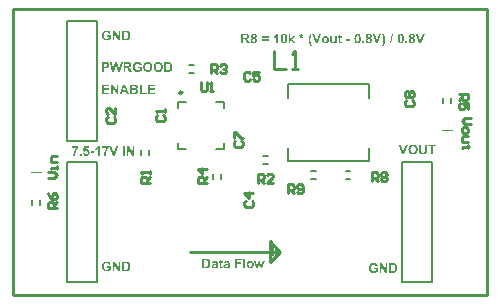
<source format=gto>
G04 Layer_Color=65535*
%FSLAX25Y25*%
%MOIN*%
G70*
G01*
G75*
%ADD21C,0.01000*%
%ADD39C,0.00984*%
%ADD40C,0.00787*%
%ADD41C,0.00394*%
%ADD42R,0.01750X0.03750*%
%ADD43R,0.00750X0.02750*%
%ADD44R,0.01000X0.05000*%
G36*
X76753Y12215D02*
X76792D01*
X76834Y12212D01*
X76881Y12209D01*
X76978Y12201D01*
X77080Y12190D01*
X77177Y12176D01*
X77222Y12165D01*
X77263Y12154D01*
X77266D01*
X77277Y12151D01*
X77291Y12145D01*
X77310Y12137D01*
X77335Y12129D01*
X77363Y12118D01*
X77393Y12104D01*
X77429Y12087D01*
X77504Y12046D01*
X77543Y12024D01*
X77584Y11996D01*
X77623Y11965D01*
X77665Y11935D01*
X77703Y11899D01*
X77742Y11860D01*
X77745Y11857D01*
X77750Y11852D01*
X77762Y11838D01*
X77776Y11821D01*
X77792Y11802D01*
X77811Y11777D01*
X77834Y11749D01*
X77856Y11716D01*
X77881Y11680D01*
X77906Y11641D01*
X77931Y11600D01*
X77958Y11553D01*
X77983Y11506D01*
X78005Y11453D01*
X78050Y11342D01*
Y11339D01*
X78055Y11328D01*
X78061Y11312D01*
X78066Y11287D01*
X78075Y11259D01*
X78083Y11223D01*
X78091Y11181D01*
X78102Y11134D01*
X78113Y11082D01*
X78122Y11024D01*
X78130Y10963D01*
X78138Y10896D01*
X78147Y10824D01*
X78149Y10749D01*
X78155Y10672D01*
Y10589D01*
Y10583D01*
Y10572D01*
Y10550D01*
X78152Y10522D01*
Y10489D01*
X78149Y10450D01*
X78147Y10406D01*
X78144Y10356D01*
X78138Y10303D01*
X78130Y10251D01*
X78113Y10137D01*
X78088Y10021D01*
X78055Y9910D01*
Y9907D01*
X78050Y9893D01*
X78044Y9877D01*
X78033Y9852D01*
X78022Y9821D01*
X78005Y9788D01*
X77989Y9749D01*
X77969Y9708D01*
X77920Y9619D01*
X77861Y9525D01*
X77792Y9431D01*
X77756Y9386D01*
X77715Y9345D01*
X77712Y9342D01*
X77706Y9337D01*
X77698Y9328D01*
X77684Y9317D01*
X77667Y9303D01*
X77645Y9290D01*
X77623Y9270D01*
X77595Y9251D01*
X77565Y9231D01*
X77529Y9212D01*
X77493Y9190D01*
X77451Y9168D01*
X77407Y9148D01*
X77363Y9126D01*
X77313Y9110D01*
X77260Y9090D01*
X77258D01*
X77249Y9087D01*
X77238Y9085D01*
X77222Y9079D01*
X77199Y9074D01*
X77174Y9068D01*
X77144Y9062D01*
X77108Y9057D01*
X77069Y9051D01*
X77028Y9046D01*
X76981Y9040D01*
X76931Y9035D01*
X76875Y9029D01*
X76817Y9026D01*
X76756Y9024D01*
X75476D01*
Y12217D01*
X76720D01*
X76753Y12215D01*
D02*
G37*
G36*
X91454Y11386D02*
X91490Y11384D01*
X91537Y11378D01*
X91587Y11370D01*
X91645Y11361D01*
X91709Y11348D01*
X91775Y11328D01*
X91844Y11306D01*
X91916Y11278D01*
X91988Y11245D01*
X92058Y11206D01*
X92130Y11159D01*
X92199Y11107D01*
X92263Y11046D01*
X92265Y11043D01*
X92276Y11029D01*
X92293Y11010D01*
X92315Y10985D01*
X92340Y10951D01*
X92371Y10910D01*
X92401Y10863D01*
X92432Y10810D01*
X92462Y10752D01*
X92493Y10686D01*
X92523Y10614D01*
X92548Y10539D01*
X92570Y10458D01*
X92587Y10370D01*
X92598Y10281D01*
X92601Y10184D01*
Y10182D01*
Y10179D01*
Y10170D01*
Y10162D01*
X92598Y10134D01*
X92595Y10098D01*
X92589Y10051D01*
X92584Y10001D01*
X92573Y9943D01*
X92559Y9880D01*
X92540Y9813D01*
X92517Y9741D01*
X92490Y9669D01*
X92457Y9597D01*
X92418Y9522D01*
X92373Y9450D01*
X92321Y9381D01*
X92260Y9314D01*
X92257Y9312D01*
X92243Y9301D01*
X92227Y9284D01*
X92199Y9262D01*
X92166Y9234D01*
X92127Y9206D01*
X92080Y9176D01*
X92027Y9143D01*
X91969Y9110D01*
X91903Y9079D01*
X91833Y9051D01*
X91758Y9024D01*
X91678Y9002D01*
X91592Y8985D01*
X91501Y8974D01*
X91407Y8971D01*
X91376D01*
X91351Y8974D01*
X91324Y8976D01*
X91290Y8979D01*
X91254Y8982D01*
X91213Y8988D01*
X91166Y8996D01*
X91119Y9004D01*
X91016Y9032D01*
X90964Y9046D01*
X90908Y9065D01*
X90855Y9087D01*
X90800Y9112D01*
X90797Y9115D01*
X90786Y9118D01*
X90772Y9126D01*
X90753Y9140D01*
X90728Y9154D01*
X90700Y9173D01*
X90670Y9195D01*
X90637Y9220D01*
X90603Y9248D01*
X90567Y9279D01*
X90531Y9312D01*
X90495Y9351D01*
X90459Y9392D01*
X90423Y9436D01*
X90393Y9483D01*
X90362Y9533D01*
X90360Y9536D01*
X90357Y9547D01*
X90349Y9561D01*
X90340Y9583D01*
X90329Y9611D01*
X90315Y9644D01*
X90301Y9680D01*
X90288Y9724D01*
X90274Y9771D01*
X90260Y9821D01*
X90249Y9877D01*
X90235Y9938D01*
X90227Y10001D01*
X90218Y10068D01*
X90215Y10140D01*
X90213Y10212D01*
Y10215D01*
Y10226D01*
Y10242D01*
X90215Y10265D01*
X90218Y10292D01*
X90221Y10323D01*
X90227Y10359D01*
X90232Y10400D01*
X90241Y10445D01*
X90249Y10489D01*
X90276Y10589D01*
X90293Y10641D01*
X90312Y10694D01*
X90337Y10749D01*
X90362Y10802D01*
X90365Y10805D01*
X90371Y10816D01*
X90379Y10830D01*
X90390Y10849D01*
X90407Y10874D01*
X90423Y10899D01*
X90446Y10929D01*
X90470Y10963D01*
X90501Y10999D01*
X90531Y11035D01*
X90567Y11071D01*
X90603Y11107D01*
X90645Y11140D01*
X90689Y11176D01*
X90736Y11206D01*
X90786Y11237D01*
X90789Y11240D01*
X90800Y11242D01*
X90814Y11251D01*
X90836Y11262D01*
X90861Y11273D01*
X90891Y11284D01*
X90927Y11298D01*
X90966Y11314D01*
X91010Y11328D01*
X91058Y11342D01*
X91110Y11353D01*
X91163Y11364D01*
X91279Y11384D01*
X91340Y11386D01*
X91404Y11389D01*
X91426D01*
X91454Y11386D01*
D02*
G37*
G36*
X83634D02*
X83670D01*
X83709Y11384D01*
X83750Y11381D01*
X83798Y11378D01*
X83897Y11364D01*
X83997Y11348D01*
X84047Y11337D01*
X84094Y11326D01*
X84138Y11309D01*
X84177Y11292D01*
X84180D01*
X84185Y11287D01*
X84196Y11281D01*
X84210Y11276D01*
X84227Y11265D01*
X84246Y11253D01*
X84288Y11226D01*
X84335Y11190D01*
X84382Y11148D01*
X84426Y11098D01*
X84446Y11073D01*
X84462Y11046D01*
Y11043D01*
X84465Y11037D01*
X84471Y11029D01*
X84476Y11015D01*
X84482Y10999D01*
X84490Y10977D01*
X84496Y10951D01*
X84504Y10921D01*
X84512Y10885D01*
X84520Y10846D01*
X84526Y10802D01*
X84531Y10752D01*
X84537Y10697D01*
X84543Y10636D01*
X84545Y10569D01*
Y10497D01*
X84537Y9783D01*
Y9780D01*
Y9769D01*
Y9755D01*
Y9733D01*
Y9708D01*
X84540Y9677D01*
Y9647D01*
Y9611D01*
X84543Y9539D01*
X84548Y9464D01*
X84556Y9392D01*
X84559Y9362D01*
X84565Y9331D01*
Y9328D01*
X84567Y9325D01*
Y9317D01*
X84570Y9306D01*
X84579Y9276D01*
X84590Y9240D01*
X84606Y9193D01*
X84626Y9140D01*
X84648Y9085D01*
X84676Y9024D01*
X84069D01*
Y9026D01*
X84063Y9035D01*
X84058Y9049D01*
X84052Y9068D01*
X84044Y9096D01*
X84033Y9126D01*
X84022Y9162D01*
X84008Y9204D01*
Y9206D01*
X84005Y9212D01*
X84002Y9223D01*
X84000Y9234D01*
X83994Y9256D01*
X83989Y9267D01*
X83986Y9276D01*
X83983Y9273D01*
X83978Y9270D01*
X83969Y9262D01*
X83958Y9251D01*
X83944Y9237D01*
X83928Y9223D01*
X83886Y9190D01*
X83836Y9154D01*
X83778Y9115D01*
X83717Y9079D01*
X83651Y9046D01*
X83648D01*
X83642Y9043D01*
X83634Y9040D01*
X83620Y9035D01*
X83604Y9029D01*
X83584Y9021D01*
X83562Y9015D01*
X83537Y9010D01*
X83479Y8996D01*
X83415Y8982D01*
X83343Y8974D01*
X83268Y8971D01*
X83235D01*
X83210Y8974D01*
X83180Y8976D01*
X83144Y8982D01*
X83105Y8988D01*
X83063Y8996D01*
X83019Y9004D01*
X82975Y9018D01*
X82928Y9035D01*
X82881Y9054D01*
X82833Y9076D01*
X82789Y9101D01*
X82748Y9132D01*
X82706Y9165D01*
X82703Y9168D01*
X82698Y9173D01*
X82687Y9184D01*
X82673Y9201D01*
X82659Y9220D01*
X82642Y9242D01*
X82623Y9267D01*
X82604Y9298D01*
X82584Y9334D01*
X82565Y9370D01*
X82548Y9411D01*
X82534Y9453D01*
X82521Y9500D01*
X82509Y9550D01*
X82504Y9600D01*
X82501Y9655D01*
Y9658D01*
Y9663D01*
Y9675D01*
X82504Y9688D01*
Y9705D01*
X82507Y9724D01*
X82512Y9771D01*
X82523Y9824D01*
X82540Y9882D01*
X82562Y9943D01*
X82592Y10001D01*
Y10004D01*
X82598Y10007D01*
X82604Y10015D01*
X82609Y10026D01*
X82631Y10054D01*
X82662Y10090D01*
X82698Y10126D01*
X82742Y10168D01*
X82795Y10204D01*
X82856Y10237D01*
X82858D01*
X82864Y10240D01*
X82872Y10245D01*
X82886Y10251D01*
X82906Y10259D01*
X82925Y10267D01*
X82950Y10276D01*
X82980Y10287D01*
X83013Y10298D01*
X83050Y10309D01*
X83088Y10320D01*
X83133Y10334D01*
X83180Y10345D01*
X83230Y10356D01*
X83285Y10370D01*
X83343Y10381D01*
X83349D01*
X83363Y10384D01*
X83385Y10389D01*
X83412Y10395D01*
X83448Y10403D01*
X83490Y10411D01*
X83534Y10420D01*
X83581Y10431D01*
X83678Y10453D01*
X83778Y10478D01*
X83825Y10492D01*
X83869Y10506D01*
X83908Y10519D01*
X83942Y10533D01*
Y10594D01*
Y10597D01*
Y10603D01*
Y10611D01*
Y10622D01*
X83936Y10652D01*
X83930Y10691D01*
X83919Y10733D01*
X83906Y10774D01*
X83883Y10810D01*
X83853Y10843D01*
X83850Y10846D01*
X83836Y10855D01*
X83814Y10868D01*
X83798Y10874D01*
X83781Y10882D01*
X83759Y10891D01*
X83734Y10896D01*
X83709Y10904D01*
X83678Y10910D01*
X83645Y10913D01*
X83606Y10918D01*
X83568Y10921D01*
X83495D01*
X83468Y10918D01*
X83429Y10913D01*
X83390Y10904D01*
X83346Y10893D01*
X83304Y10877D01*
X83268Y10855D01*
X83266Y10852D01*
X83254Y10843D01*
X83238Y10827D01*
X83216Y10802D01*
X83194Y10772D01*
X83169Y10733D01*
X83144Y10686D01*
X83122Y10630D01*
X82565Y10730D01*
Y10733D01*
X82570Y10744D01*
X82576Y10763D01*
X82581Y10785D01*
X82592Y10813D01*
X82606Y10843D01*
X82620Y10880D01*
X82640Y10918D01*
X82659Y10957D01*
X82684Y10999D01*
X82709Y11040D01*
X82739Y11082D01*
X82773Y11120D01*
X82806Y11159D01*
X82845Y11192D01*
X82886Y11226D01*
X82889Y11229D01*
X82897Y11234D01*
X82911Y11240D01*
X82930Y11251D01*
X82953Y11265D01*
X82983Y11278D01*
X83016Y11292D01*
X83058Y11309D01*
X83102Y11323D01*
X83155Y11337D01*
X83210Y11350D01*
X83271Y11364D01*
X83338Y11375D01*
X83410Y11381D01*
X83485Y11386D01*
X83568Y11389D01*
X83606D01*
X83634Y11386D01*
D02*
G37*
G36*
X79667D02*
X79703D01*
X79742Y11384D01*
X79784Y11381D01*
X79831Y11378D01*
X79931Y11364D01*
X80030Y11348D01*
X80080Y11337D01*
X80127Y11326D01*
X80172Y11309D01*
X80210Y11292D01*
X80213D01*
X80219Y11287D01*
X80230Y11281D01*
X80244Y11276D01*
X80260Y11265D01*
X80280Y11253D01*
X80321Y11226D01*
X80368Y11190D01*
X80415Y11148D01*
X80460Y11098D01*
X80479Y11073D01*
X80496Y11046D01*
Y11043D01*
X80498Y11037D01*
X80504Y11029D01*
X80510Y11015D01*
X80515Y10999D01*
X80523Y10977D01*
X80529Y10951D01*
X80537Y10921D01*
X80546Y10885D01*
X80554Y10846D01*
X80559Y10802D01*
X80565Y10752D01*
X80570Y10697D01*
X80576Y10636D01*
X80579Y10569D01*
Y10497D01*
X80570Y9783D01*
Y9780D01*
Y9769D01*
Y9755D01*
Y9733D01*
Y9708D01*
X80573Y9677D01*
Y9647D01*
Y9611D01*
X80576Y9539D01*
X80581Y9464D01*
X80590Y9392D01*
X80593Y9362D01*
X80598Y9331D01*
Y9328D01*
X80601Y9325D01*
Y9317D01*
X80604Y9306D01*
X80612Y9276D01*
X80623Y9240D01*
X80640Y9193D01*
X80659Y9140D01*
X80681Y9085D01*
X80709Y9024D01*
X80102D01*
Y9026D01*
X80097Y9035D01*
X80091Y9049D01*
X80086Y9068D01*
X80077Y9096D01*
X80066Y9126D01*
X80055Y9162D01*
X80041Y9204D01*
Y9206D01*
X80039Y9212D01*
X80036Y9223D01*
X80033Y9234D01*
X80028Y9256D01*
X80022Y9267D01*
X80019Y9276D01*
X80016Y9273D01*
X80011Y9270D01*
X80003Y9262D01*
X79992Y9251D01*
X79978Y9237D01*
X79961Y9223D01*
X79919Y9190D01*
X79870Y9154D01*
X79811Y9115D01*
X79751Y9079D01*
X79684Y9046D01*
X79681D01*
X79676Y9043D01*
X79667Y9040D01*
X79654Y9035D01*
X79637Y9029D01*
X79618Y9021D01*
X79595Y9015D01*
X79570Y9010D01*
X79512Y8996D01*
X79449Y8982D01*
X79377Y8974D01*
X79302Y8971D01*
X79268D01*
X79244Y8974D01*
X79213Y8976D01*
X79177Y8982D01*
X79138Y8988D01*
X79097Y8996D01*
X79052Y9004D01*
X79008Y9018D01*
X78961Y9035D01*
X78914Y9054D01*
X78867Y9076D01*
X78822Y9101D01*
X78781Y9132D01*
X78739Y9165D01*
X78737Y9168D01*
X78731Y9173D01*
X78720Y9184D01*
X78706Y9201D01*
X78692Y9220D01*
X78676Y9242D01*
X78656Y9267D01*
X78637Y9298D01*
X78618Y9334D01*
X78598Y9370D01*
X78582Y9411D01*
X78568Y9453D01*
X78554Y9500D01*
X78543Y9550D01*
X78537Y9600D01*
X78535Y9655D01*
Y9658D01*
Y9663D01*
Y9675D01*
X78537Y9688D01*
Y9705D01*
X78540Y9724D01*
X78545Y9771D01*
X78557Y9824D01*
X78573Y9882D01*
X78595Y9943D01*
X78626Y10001D01*
Y10004D01*
X78631Y10007D01*
X78637Y10015D01*
X78642Y10026D01*
X78665Y10054D01*
X78695Y10090D01*
X78731Y10126D01*
X78776Y10168D01*
X78828Y10204D01*
X78889Y10237D01*
X78892D01*
X78897Y10240D01*
X78906Y10245D01*
X78920Y10251D01*
X78939Y10259D01*
X78958Y10267D01*
X78983Y10276D01*
X79014Y10287D01*
X79047Y10298D01*
X79083Y10309D01*
X79122Y10320D01*
X79166Y10334D01*
X79213Y10345D01*
X79263Y10356D01*
X79318Y10370D01*
X79377Y10381D01*
X79382D01*
X79396Y10384D01*
X79418Y10389D01*
X79446Y10395D01*
X79482Y10403D01*
X79523Y10411D01*
X79568Y10420D01*
X79615Y10431D01*
X79712Y10453D01*
X79811Y10478D01*
X79858Y10492D01*
X79903Y10506D01*
X79942Y10519D01*
X79975Y10533D01*
Y10594D01*
Y10597D01*
Y10603D01*
Y10611D01*
Y10622D01*
X79969Y10652D01*
X79964Y10691D01*
X79953Y10733D01*
X79939Y10774D01*
X79917Y10810D01*
X79886Y10843D01*
X79883Y10846D01*
X79870Y10855D01*
X79847Y10868D01*
X79831Y10874D01*
X79814Y10882D01*
X79792Y10891D01*
X79767Y10896D01*
X79742Y10904D01*
X79712Y10910D01*
X79678Y10913D01*
X79640Y10918D01*
X79601Y10921D01*
X79529D01*
X79501Y10918D01*
X79462Y10913D01*
X79424Y10904D01*
X79379Y10893D01*
X79338Y10877D01*
X79302Y10855D01*
X79299Y10852D01*
X79288Y10843D01*
X79271Y10827D01*
X79249Y10802D01*
X79227Y10772D01*
X79202Y10733D01*
X79177Y10686D01*
X79155Y10630D01*
X78598Y10730D01*
Y10733D01*
X78604Y10744D01*
X78609Y10763D01*
X78615Y10785D01*
X78626Y10813D01*
X78640Y10843D01*
X78654Y10880D01*
X78673Y10918D01*
X78692Y10957D01*
X78717Y10999D01*
X78742Y11040D01*
X78773Y11082D01*
X78806Y11120D01*
X78839Y11159D01*
X78878Y11192D01*
X78920Y11226D01*
X78922Y11229D01*
X78931Y11234D01*
X78944Y11240D01*
X78964Y11251D01*
X78986Y11265D01*
X79016Y11278D01*
X79050Y11292D01*
X79091Y11309D01*
X79136Y11323D01*
X79188Y11337D01*
X79244Y11350D01*
X79304Y11364D01*
X79371Y11375D01*
X79443Y11381D01*
X79518Y11386D01*
X79601Y11389D01*
X79640D01*
X79667Y11386D01*
D02*
G37*
G36*
X81817Y11339D02*
X82235D01*
Y10852D01*
X81817D01*
Y9916D01*
Y9913D01*
Y9905D01*
Y9888D01*
Y9871D01*
Y9849D01*
Y9824D01*
X81820Y9766D01*
Y9708D01*
X81823Y9655D01*
Y9630D01*
X81825Y9611D01*
Y9594D01*
X81828Y9583D01*
Y9580D01*
X81831Y9575D01*
X81833Y9567D01*
X81839Y9558D01*
X81856Y9533D01*
X81867Y9520D01*
X81881Y9508D01*
X81883D01*
X81889Y9503D01*
X81897Y9500D01*
X81911Y9494D01*
X81925Y9489D01*
X81944Y9483D01*
X81964Y9481D01*
X81986Y9478D01*
X82003D01*
X82022Y9481D01*
X82050Y9486D01*
X82083Y9492D01*
X82127Y9503D01*
X82177Y9517D01*
X82232Y9536D01*
X82285Y9060D01*
X82282D01*
X82277Y9057D01*
X82263Y9051D01*
X82246Y9046D01*
X82227Y9040D01*
X82205Y9032D01*
X82177Y9024D01*
X82144Y9015D01*
X82111Y9007D01*
X82072Y8999D01*
X81991Y8985D01*
X81900Y8974D01*
X81800Y8971D01*
X81773D01*
X81742Y8974D01*
X81703Y8979D01*
X81656Y8985D01*
X81606Y8993D01*
X81554Y9007D01*
X81504Y9026D01*
X81501D01*
X81498Y9029D01*
X81482Y9037D01*
X81460Y9049D01*
X81429Y9065D01*
X81399Y9085D01*
X81365Y9110D01*
X81335Y9137D01*
X81307Y9168D01*
X81305Y9173D01*
X81296Y9184D01*
X81288Y9204D01*
X81274Y9231D01*
X81260Y9265D01*
X81246Y9306D01*
X81235Y9356D01*
X81224Y9409D01*
Y9414D01*
X81221Y9420D01*
Y9431D01*
X81219Y9442D01*
Y9459D01*
X81216Y9478D01*
Y9503D01*
X81213Y9531D01*
X81210Y9561D01*
Y9597D01*
X81208Y9636D01*
Y9680D01*
X81205Y9727D01*
Y9783D01*
Y9841D01*
Y10852D01*
X80925D01*
Y11339D01*
X81205D01*
Y11799D01*
X81817Y12159D01*
Y11339D01*
D02*
G37*
G36*
X124721Y84853D02*
X123518D01*
Y85465D01*
X124721D01*
Y84853D01*
D02*
G37*
G36*
X148423Y84000D02*
X147731D01*
X146590Y87194D01*
X147288D01*
X148097Y84831D01*
X148878Y87194D01*
X149565D01*
X148423Y84000D01*
D02*
G37*
G36*
X108685Y87246D02*
Y87241D01*
Y87233D01*
Y87219D01*
X108682Y87199D01*
Y87177D01*
X108679Y87150D01*
X108677Y87116D01*
X108674Y87077D01*
X108671Y87036D01*
X108666Y86989D01*
X108660Y86936D01*
X108652Y86875D01*
X108643Y86812D01*
X108635Y86742D01*
X108624Y86665D01*
X108627D01*
X108632Y86668D01*
X108646Y86673D01*
X108666Y86681D01*
X108691Y86692D01*
X108721Y86706D01*
X108763Y86726D01*
X108812Y86748D01*
X108815D01*
X108821Y86751D01*
X108832Y86756D01*
X108846Y86765D01*
X108862Y86770D01*
X108884Y86781D01*
X108932Y86800D01*
X108987Y86825D01*
X109048Y86853D01*
X109112Y86878D01*
X109175Y86903D01*
X109292Y86510D01*
X109289D01*
X109281Y86507D01*
X109267Y86504D01*
X109247Y86501D01*
X109225Y86496D01*
X109197Y86490D01*
X109167Y86482D01*
X109131Y86476D01*
X109089Y86468D01*
X109048Y86460D01*
X109001Y86449D01*
X108951Y86440D01*
X108846Y86421D01*
X108729Y86402D01*
X108993Y86108D01*
X108995Y86105D01*
X109006Y86094D01*
X109020Y86077D01*
X109037Y86055D01*
X109078Y86008D01*
X109098Y85983D01*
X109117Y85961D01*
X108782Y85742D01*
X108488Y86227D01*
X108485Y86224D01*
X108483Y86216D01*
X108475Y86205D01*
X108466Y86185D01*
X108452Y86163D01*
X108439Y86138D01*
X108419Y86108D01*
X108400Y86077D01*
X108380Y86041D01*
X108355Y86000D01*
X108303Y85917D01*
X108247Y85823D01*
X108184Y85726D01*
X107857Y85981D01*
X107860Y85983D01*
X107865Y85989D01*
X107873Y85997D01*
X107885Y86011D01*
X107898Y86028D01*
X107915Y86044D01*
X107957Y86089D01*
X108004Y86141D01*
X108059Y86199D01*
X108117Y86258D01*
X108181Y86318D01*
X108184Y86321D01*
X108192Y86330D01*
X108203Y86341D01*
X108217Y86355D01*
X108245Y86382D01*
X108256Y86393D01*
X108264Y86402D01*
X108261D01*
X108253Y86404D01*
X108233Y86407D01*
X108222Y86410D01*
X108206Y86413D01*
X108186Y86418D01*
X108164Y86424D01*
X108139Y86429D01*
X108112Y86435D01*
X108078Y86443D01*
X108042Y86451D01*
X108001Y86462D01*
X107954Y86474D01*
X107951D01*
X107945Y86476D01*
X107937Y86479D01*
X107923Y86482D01*
X107893Y86490D01*
X107854Y86501D01*
X107815Y86512D01*
X107774Y86523D01*
X107740Y86535D01*
X107724Y86537D01*
X107713Y86543D01*
X107840Y86925D01*
X107843D01*
X107854Y86920D01*
X107868Y86914D01*
X107887Y86906D01*
X107912Y86895D01*
X107943Y86881D01*
X107973Y86867D01*
X108009Y86850D01*
X108089Y86812D01*
X108173Y86770D01*
X108261Y86720D01*
X108347Y86670D01*
Y86673D01*
X108344Y86687D01*
X108342Y86703D01*
X108339Y86728D01*
X108336Y86759D01*
X108330Y86795D01*
X108328Y86834D01*
X108322Y86875D01*
X108314Y86967D01*
X108306Y87064D01*
X108300Y87161D01*
X108297Y87205D01*
Y87249D01*
X108685D01*
Y87246D01*
D02*
G37*
G36*
X97536Y85778D02*
X95303D01*
Y86341D01*
X97536D01*
Y85778D01*
D02*
G37*
G36*
X88584Y11677D02*
X87038D01*
Y10921D01*
X88374D01*
Y10381D01*
X87038D01*
Y9024D01*
X86393D01*
Y12217D01*
X88584D01*
Y11677D01*
D02*
G37*
G36*
X49634Y46500D02*
X48988D01*
Y49694D01*
X49634D01*
Y46500D01*
D02*
G37*
G36*
X44266Y49209D02*
X44263Y49206D01*
X44254Y49198D01*
X44241Y49181D01*
X44221Y49162D01*
X44196Y49134D01*
X44169Y49101D01*
X44138Y49065D01*
X44102Y49021D01*
X44063Y48971D01*
X44022Y48915D01*
X43977Y48855D01*
X43933Y48791D01*
X43886Y48719D01*
X43836Y48641D01*
X43786Y48561D01*
X43736Y48472D01*
X43734Y48467D01*
X43725Y48450D01*
X43712Y48425D01*
X43692Y48389D01*
X43670Y48345D01*
X43645Y48292D01*
X43615Y48234D01*
X43584Y48167D01*
X43551Y48093D01*
X43518Y48015D01*
X43484Y47932D01*
X43451Y47844D01*
X43418Y47752D01*
X43385Y47655D01*
X43354Y47558D01*
X43327Y47458D01*
Y47456D01*
X43324Y47453D01*
Y47445D01*
X43321Y47434D01*
X43313Y47406D01*
X43304Y47367D01*
X43293Y47320D01*
X43282Y47267D01*
X43271Y47204D01*
X43257Y47137D01*
X43246Y47065D01*
X43232Y46988D01*
X43221Y46910D01*
X43210Y46827D01*
X43196Y46663D01*
X43191Y46580D01*
Y46500D01*
X42601D01*
Y46503D01*
Y46508D01*
Y46517D01*
Y46531D01*
X42604Y46547D01*
Y46567D01*
X42606Y46589D01*
Y46614D01*
X42609Y46644D01*
X42612Y46674D01*
X42620Y46747D01*
X42628Y46827D01*
X42640Y46918D01*
X42656Y47015D01*
X42673Y47120D01*
X42695Y47231D01*
X42720Y47348D01*
X42750Y47469D01*
X42786Y47594D01*
X42828Y47722D01*
X42872Y47849D01*
Y47852D01*
X42875Y47857D01*
X42878Y47866D01*
X42883Y47879D01*
X42892Y47896D01*
X42900Y47916D01*
X42908Y47940D01*
X42919Y47965D01*
X42930Y47993D01*
X42944Y48026D01*
X42977Y48096D01*
X43014Y48176D01*
X43055Y48262D01*
X43102Y48356D01*
X43155Y48453D01*
X43210Y48555D01*
X43271Y48661D01*
X43338Y48769D01*
X43410Y48874D01*
X43484Y48982D01*
X43562Y49084D01*
X42171D01*
Y49652D01*
X44266D01*
Y49209D01*
D02*
G37*
G36*
X46299Y46500D02*
X45606D01*
X44465Y49694D01*
X45163D01*
X45972Y47331D01*
X46753Y49694D01*
X47440D01*
X46299Y46500D01*
D02*
G37*
G36*
X37739Y49079D02*
X36584D01*
X36487Y48536D01*
X36490D01*
X36496Y48542D01*
X36507Y48544D01*
X36523Y48553D01*
X36543Y48561D01*
X36565Y48569D01*
X36590Y48577D01*
X36618Y48589D01*
X36678Y48605D01*
X36751Y48622D01*
X36825Y48633D01*
X36906Y48638D01*
X36925D01*
X36944Y48636D01*
X36975Y48633D01*
X37008Y48630D01*
X37050Y48622D01*
X37094Y48614D01*
X37144Y48602D01*
X37196Y48586D01*
X37252Y48566D01*
X37310Y48542D01*
X37368Y48511D01*
X37426Y48478D01*
X37485Y48439D01*
X37540Y48392D01*
X37595Y48339D01*
X37598Y48336D01*
X37606Y48325D01*
X37623Y48309D01*
X37640Y48287D01*
X37662Y48256D01*
X37687Y48220D01*
X37712Y48179D01*
X37739Y48131D01*
X37764Y48079D01*
X37789Y48021D01*
X37814Y47960D01*
X37836Y47890D01*
X37856Y47818D01*
X37870Y47741D01*
X37878Y47658D01*
X37881Y47572D01*
Y47566D01*
Y47555D01*
X37878Y47533D01*
Y47506D01*
X37872Y47469D01*
X37870Y47431D01*
X37861Y47384D01*
X37853Y47337D01*
X37839Y47281D01*
X37825Y47226D01*
X37806Y47168D01*
X37784Y47107D01*
X37759Y47046D01*
X37726Y46985D01*
X37692Y46924D01*
X37651Y46866D01*
X37648Y46860D01*
X37637Y46849D01*
X37618Y46827D01*
X37593Y46799D01*
X37562Y46769D01*
X37523Y46733D01*
X37479Y46694D01*
X37426Y46655D01*
X37368Y46616D01*
X37305Y46578D01*
X37233Y46542D01*
X37155Y46511D01*
X37072Y46483D01*
X36983Y46464D01*
X36886Y46450D01*
X36787Y46445D01*
X36767D01*
X36745Y46447D01*
X36712D01*
X36676Y46453D01*
X36631Y46458D01*
X36582Y46464D01*
X36529Y46475D01*
X36474Y46486D01*
X36415Y46503D01*
X36354Y46522D01*
X36294Y46544D01*
X36235Y46572D01*
X36174Y46602D01*
X36119Y46639D01*
X36064Y46680D01*
X36061Y46683D01*
X36053Y46691D01*
X36039Y46705D01*
X36019Y46724D01*
X35997Y46747D01*
X35972Y46777D01*
X35947Y46810D01*
X35919Y46849D01*
X35889Y46893D01*
X35861Y46940D01*
X35834Y46993D01*
X35809Y47051D01*
X35784Y47112D01*
X35764Y47176D01*
X35745Y47248D01*
X35734Y47320D01*
X36343Y47384D01*
Y47381D01*
X36346Y47375D01*
Y47364D01*
X36349Y47350D01*
X36354Y47331D01*
X36357Y47312D01*
X36371Y47265D01*
X36390Y47212D01*
X36418Y47157D01*
X36451Y47104D01*
X36496Y47054D01*
X36498D01*
X36501Y47049D01*
X36510Y47043D01*
X36518Y47035D01*
X36546Y47015D01*
X36582Y46996D01*
X36626Y46974D01*
X36676Y46954D01*
X36731Y46940D01*
X36762Y46938D01*
X36792Y46935D01*
X36812D01*
X36825Y46938D01*
X36842Y46940D01*
X36861Y46943D01*
X36906Y46954D01*
X36958Y46974D01*
X37011Y47001D01*
X37039Y47018D01*
X37066Y47040D01*
X37094Y47062D01*
X37119Y47090D01*
X37122Y47093D01*
X37124Y47098D01*
X37130Y47107D01*
X37141Y47120D01*
X37149Y47134D01*
X37161Y47157D01*
X37174Y47179D01*
X37185Y47206D01*
X37199Y47240D01*
X37210Y47273D01*
X37221Y47312D01*
X37233Y47353D01*
X37241Y47400D01*
X37246Y47450D01*
X37249Y47503D01*
X37252Y47561D01*
Y47564D01*
Y47575D01*
Y47589D01*
X37249Y47608D01*
Y47633D01*
X37246Y47661D01*
X37241Y47694D01*
X37235Y47727D01*
X37219Y47796D01*
X37196Y47871D01*
X37163Y47940D01*
X37141Y47974D01*
X37119Y48001D01*
X37116Y48004D01*
X37113Y48007D01*
X37105Y48015D01*
X37094Y48024D01*
X37083Y48037D01*
X37066Y48048D01*
X37028Y48076D01*
X36978Y48104D01*
X36917Y48129D01*
X36850Y48145D01*
X36814Y48148D01*
X36775Y48151D01*
X36764D01*
X36751Y48148D01*
X36731D01*
X36709Y48143D01*
X36681Y48140D01*
X36651Y48131D01*
X36618Y48123D01*
X36582Y48109D01*
X36546Y48096D01*
X36507Y48076D01*
X36465Y48054D01*
X36426Y48026D01*
X36385Y47996D01*
X36343Y47960D01*
X36305Y47918D01*
X35809Y47987D01*
X36122Y49652D01*
X37739D01*
Y49079D01*
D02*
G37*
G36*
X41257Y46500D02*
X40645D01*
Y48805D01*
X40642Y48802D01*
X40629Y48791D01*
X40612Y48774D01*
X40584Y48755D01*
X40554Y48727D01*
X40515Y48697D01*
X40471Y48666D01*
X40421Y48630D01*
X40363Y48591D01*
X40304Y48555D01*
X40238Y48517D01*
X40169Y48478D01*
X40094Y48439D01*
X40016Y48406D01*
X39936Y48373D01*
X39853Y48342D01*
Y48899D01*
X39856D01*
X39864Y48902D01*
X39878Y48907D01*
X39895Y48915D01*
X39917Y48924D01*
X39944Y48935D01*
X39972Y48949D01*
X40008Y48965D01*
X40044Y48985D01*
X40083Y49004D01*
X40127Y49029D01*
X40172Y49057D01*
X40219Y49087D01*
X40268Y49120D01*
X40318Y49156D01*
X40371Y49195D01*
X40374Y49198D01*
X40382Y49206D01*
X40399Y49217D01*
X40418Y49234D01*
X40440Y49256D01*
X40465Y49281D01*
X40496Y49309D01*
X40526Y49342D01*
X40556Y49378D01*
X40590Y49417D01*
X40623Y49458D01*
X40653Y49503D01*
X40684Y49553D01*
X40712Y49602D01*
X40737Y49652D01*
X40759Y49708D01*
X41257D01*
Y46500D01*
D02*
G37*
G36*
X95481Y9024D02*
X94894D01*
X94495Y10511D01*
X94105Y9024D01*
X93509D01*
X92778Y11339D01*
X93371D01*
X93805Y9821D01*
X94204Y11339D01*
X94794D01*
X95179Y9821D01*
X95623Y11339D01*
X96226D01*
X95481Y9024D01*
D02*
G37*
G36*
X89725D02*
X89113D01*
Y12217D01*
X89725D01*
Y9024D01*
D02*
G37*
G36*
X35224Y46500D02*
X34612D01*
Y47112D01*
X35224D01*
Y46500D01*
D02*
G37*
G36*
X34094Y49209D02*
X34091Y49206D01*
X34083Y49198D01*
X34069Y49181D01*
X34050Y49162D01*
X34025Y49134D01*
X33997Y49101D01*
X33967Y49065D01*
X33931Y49021D01*
X33892Y48971D01*
X33850Y48915D01*
X33806Y48855D01*
X33762Y48791D01*
X33715Y48719D01*
X33665Y48641D01*
X33615Y48561D01*
X33565Y48472D01*
X33562Y48467D01*
X33554Y48450D01*
X33540Y48425D01*
X33521Y48389D01*
X33499Y48345D01*
X33474Y48292D01*
X33443Y48234D01*
X33413Y48167D01*
X33380Y48093D01*
X33346Y48015D01*
X33313Y47932D01*
X33280Y47844D01*
X33246Y47752D01*
X33213Y47655D01*
X33183Y47558D01*
X33155Y47458D01*
Y47456D01*
X33152Y47453D01*
Y47445D01*
X33149Y47434D01*
X33141Y47406D01*
X33133Y47367D01*
X33122Y47320D01*
X33111Y47267D01*
X33100Y47204D01*
X33086Y47137D01*
X33075Y47065D01*
X33061Y46988D01*
X33050Y46910D01*
X33039Y46827D01*
X33025Y46663D01*
X33019Y46580D01*
Y46500D01*
X32429D01*
Y46503D01*
Y46508D01*
Y46517D01*
Y46531D01*
X32432Y46547D01*
Y46567D01*
X32435Y46589D01*
Y46614D01*
X32438Y46644D01*
X32440Y46674D01*
X32449Y46747D01*
X32457Y46827D01*
X32468Y46918D01*
X32485Y47015D01*
X32501Y47120D01*
X32524Y47231D01*
X32548Y47348D01*
X32579Y47469D01*
X32615Y47594D01*
X32656Y47722D01*
X32701Y47849D01*
Y47852D01*
X32704Y47857D01*
X32706Y47866D01*
X32712Y47879D01*
X32720Y47896D01*
X32728Y47916D01*
X32737Y47940D01*
X32748Y47965D01*
X32759Y47993D01*
X32773Y48026D01*
X32806Y48096D01*
X32842Y48176D01*
X32884Y48262D01*
X32931Y48356D01*
X32983Y48453D01*
X33039Y48555D01*
X33100Y48661D01*
X33166Y48769D01*
X33238Y48874D01*
X33313Y48982D01*
X33391Y49084D01*
X32000D01*
Y49652D01*
X34094D01*
Y49209D01*
D02*
G37*
G36*
X134033Y84000D02*
X133341D01*
X132200Y87194D01*
X132898D01*
X133706Y84831D01*
X134487Y87194D01*
X135175D01*
X134033Y84000D01*
D02*
G37*
G36*
X138349Y83945D02*
X137900D01*
X138690Y87249D01*
X139149D01*
X138349Y83945D01*
D02*
G37*
G36*
X130981Y87205D02*
X131011D01*
X131050Y87199D01*
X131094Y87197D01*
X131144Y87188D01*
X131197Y87177D01*
X131252Y87166D01*
X131310Y87150D01*
X131369Y87130D01*
X131430Y87108D01*
X131488Y87080D01*
X131543Y87050D01*
X131596Y87014D01*
X131646Y86972D01*
X131648Y86969D01*
X131657Y86961D01*
X131668Y86947D01*
X131684Y86931D01*
X131704Y86909D01*
X131726Y86881D01*
X131748Y86848D01*
X131773Y86812D01*
X131795Y86770D01*
X131817Y86726D01*
X131839Y86679D01*
X131859Y86626D01*
X131875Y86571D01*
X131886Y86510D01*
X131895Y86449D01*
X131898Y86382D01*
Y86379D01*
Y86371D01*
Y86360D01*
X131895Y86346D01*
Y86327D01*
X131892Y86302D01*
X131889Y86277D01*
X131884Y86249D01*
X131870Y86188D01*
X131848Y86122D01*
X131820Y86053D01*
X131781Y85986D01*
Y85983D01*
X131776Y85978D01*
X131770Y85970D01*
X131759Y85958D01*
X131734Y85928D01*
X131698Y85889D01*
X131651Y85848D01*
X131596Y85803D01*
X131529Y85762D01*
X131454Y85723D01*
X131457D01*
X131465Y85717D01*
X131479Y85712D01*
X131499Y85703D01*
X131521Y85693D01*
X131546Y85679D01*
X131573Y85662D01*
X131604Y85643D01*
X131670Y85598D01*
X131737Y85546D01*
X131801Y85482D01*
X131831Y85446D01*
X131859Y85410D01*
X131862Y85407D01*
X131864Y85402D01*
X131873Y85391D01*
X131881Y85374D01*
X131892Y85355D01*
X131903Y85332D01*
X131917Y85305D01*
X131931Y85274D01*
X131942Y85241D01*
X131956Y85205D01*
X131978Y85127D01*
X131994Y85036D01*
X131997Y84989D01*
X132000Y84939D01*
Y84934D01*
Y84920D01*
X131997Y84898D01*
X131994Y84864D01*
X131992Y84828D01*
X131986Y84784D01*
X131975Y84737D01*
X131964Y84684D01*
X131950Y84626D01*
X131931Y84568D01*
X131909Y84510D01*
X131881Y84449D01*
X131848Y84388D01*
X131812Y84330D01*
X131767Y84272D01*
X131718Y84219D01*
X131715Y84216D01*
X131704Y84208D01*
X131687Y84194D01*
X131665Y84177D01*
X131637Y84155D01*
X131604Y84133D01*
X131562Y84108D01*
X131518Y84083D01*
X131465Y84055D01*
X131410Y84030D01*
X131346Y84008D01*
X131280Y83989D01*
X131208Y83969D01*
X131133Y83956D01*
X131050Y83947D01*
X130964Y83945D01*
X130945D01*
X130923Y83947D01*
X130892D01*
X130853Y83953D01*
X130812Y83956D01*
X130762Y83964D01*
X130709Y83972D01*
X130654Y83986D01*
X130596Y84000D01*
X130535Y84019D01*
X130474Y84042D01*
X130413Y84066D01*
X130352Y84097D01*
X130294Y84133D01*
X130238Y84172D01*
X130236Y84175D01*
X130225Y84186D01*
X130208Y84199D01*
X130186Y84222D01*
X130161Y84249D01*
X130130Y84282D01*
X130100Y84321D01*
X130069Y84366D01*
X130036Y84416D01*
X130006Y84471D01*
X129978Y84532D01*
X129950Y84598D01*
X129928Y84670D01*
X129911Y84745D01*
X129900Y84825D01*
X129898Y84911D01*
Y84914D01*
Y84922D01*
Y84936D01*
X129900Y84956D01*
Y84978D01*
X129903Y85005D01*
X129909Y85036D01*
X129914Y85069D01*
X129928Y85141D01*
X129950Y85222D01*
X129983Y85305D01*
X130003Y85346D01*
X130025Y85388D01*
X130028Y85391D01*
X130031Y85396D01*
X130039Y85410D01*
X130050Y85424D01*
X130064Y85440D01*
X130080Y85463D01*
X130100Y85485D01*
X130125Y85510D01*
X130150Y85537D01*
X130180Y85565D01*
X130213Y85593D01*
X130249Y85620D01*
X130288Y85648D01*
X130333Y85673D01*
X130380Y85701D01*
X130429Y85723D01*
X130427D01*
X130418Y85729D01*
X130407Y85734D01*
X130391Y85742D01*
X130371Y85751D01*
X130349Y85764D01*
X130297Y85795D01*
X130241Y85834D01*
X130183Y85881D01*
X130130Y85936D01*
X130105Y85967D01*
X130083Y85997D01*
Y86000D01*
X130078Y86006D01*
X130075Y86014D01*
X130067Y86028D01*
X130058Y86044D01*
X130050Y86064D01*
X130042Y86086D01*
X130031Y86111D01*
X130011Y86169D01*
X129995Y86235D01*
X129983Y86307D01*
X129978Y86382D01*
Y86388D01*
Y86399D01*
X129981Y86415D01*
Y86443D01*
X129986Y86474D01*
X129992Y86507D01*
X130000Y86548D01*
X130008Y86590D01*
X130022Y86637D01*
X130039Y86684D01*
X130058Y86731D01*
X130083Y86781D01*
X130111Y86831D01*
X130144Y86881D01*
X130183Y86928D01*
X130227Y86972D01*
X130230Y86975D01*
X130238Y86983D01*
X130252Y86994D01*
X130274Y87008D01*
X130299Y87028D01*
X130330Y87047D01*
X130369Y87069D01*
X130410Y87091D01*
X130457Y87111D01*
X130510Y87133D01*
X130568Y87152D01*
X130632Y87172D01*
X130701Y87186D01*
X130773Y87197D01*
X130853Y87205D01*
X130936Y87208D01*
X130956D01*
X130981Y87205D01*
D02*
G37*
G36*
X145371D02*
X145401D01*
X145440Y87199D01*
X145484Y87197D01*
X145534Y87188D01*
X145587Y87177D01*
X145642Y87166D01*
X145701Y87150D01*
X145759Y87130D01*
X145820Y87108D01*
X145878Y87080D01*
X145933Y87050D01*
X145986Y87014D01*
X146036Y86972D01*
X146038Y86969D01*
X146047Y86961D01*
X146058Y86947D01*
X146074Y86931D01*
X146094Y86909D01*
X146116Y86881D01*
X146138Y86848D01*
X146163Y86812D01*
X146185Y86770D01*
X146207Y86726D01*
X146230Y86679D01*
X146249Y86626D01*
X146266Y86571D01*
X146277Y86510D01*
X146285Y86449D01*
X146288Y86382D01*
Y86379D01*
Y86371D01*
Y86360D01*
X146285Y86346D01*
Y86327D01*
X146282Y86302D01*
X146279Y86277D01*
X146274Y86249D01*
X146260Y86188D01*
X146238Y86122D01*
X146210Y86053D01*
X146171Y85986D01*
Y85983D01*
X146166Y85978D01*
X146160Y85970D01*
X146149Y85958D01*
X146124Y85928D01*
X146088Y85889D01*
X146041Y85848D01*
X145986Y85803D01*
X145919Y85762D01*
X145844Y85723D01*
X145847D01*
X145856Y85717D01*
X145870Y85712D01*
X145889Y85703D01*
X145911Y85693D01*
X145936Y85679D01*
X145964Y85662D01*
X145994Y85643D01*
X146061Y85598D01*
X146127Y85546D01*
X146191Y85482D01*
X146221Y85446D01*
X146249Y85410D01*
X146252Y85407D01*
X146255Y85402D01*
X146263Y85391D01*
X146271Y85374D01*
X146282Y85355D01*
X146293Y85332D01*
X146307Y85305D01*
X146321Y85274D01*
X146332Y85241D01*
X146346Y85205D01*
X146368Y85127D01*
X146385Y85036D01*
X146388Y84989D01*
X146390Y84939D01*
Y84934D01*
Y84920D01*
X146388Y84898D01*
X146385Y84864D01*
X146382Y84828D01*
X146376Y84784D01*
X146365Y84737D01*
X146354Y84684D01*
X146340Y84626D01*
X146321Y84568D01*
X146299Y84510D01*
X146271Y84449D01*
X146238Y84388D01*
X146202Y84330D01*
X146158Y84272D01*
X146108Y84219D01*
X146105Y84216D01*
X146094Y84208D01*
X146077Y84194D01*
X146055Y84177D01*
X146027Y84155D01*
X145994Y84133D01*
X145953Y84108D01*
X145908Y84083D01*
X145856Y84055D01*
X145800Y84030D01*
X145737Y84008D01*
X145670Y83989D01*
X145598Y83969D01*
X145523Y83956D01*
X145440Y83947D01*
X145354Y83945D01*
X145335D01*
X145313Y83947D01*
X145282D01*
X145244Y83953D01*
X145202Y83956D01*
X145152Y83964D01*
X145099Y83972D01*
X145044Y83986D01*
X144986Y84000D01*
X144925Y84019D01*
X144864Y84042D01*
X144803Y84066D01*
X144742Y84097D01*
X144684Y84133D01*
X144629Y84172D01*
X144626Y84175D01*
X144615Y84186D01*
X144598Y84199D01*
X144576Y84222D01*
X144551Y84249D01*
X144520Y84282D01*
X144490Y84321D01*
X144459Y84366D01*
X144426Y84416D01*
X144396Y84471D01*
X144368Y84532D01*
X144340Y84598D01*
X144318Y84670D01*
X144302Y84745D01*
X144291Y84825D01*
X144288Y84911D01*
Y84914D01*
Y84922D01*
Y84936D01*
X144291Y84956D01*
Y84978D01*
X144293Y85005D01*
X144299Y85036D01*
X144304Y85069D01*
X144318Y85141D01*
X144340Y85222D01*
X144374Y85305D01*
X144393Y85346D01*
X144415Y85388D01*
X144418Y85391D01*
X144421Y85396D01*
X144429Y85410D01*
X144440Y85424D01*
X144454Y85440D01*
X144471Y85463D01*
X144490Y85485D01*
X144515Y85510D01*
X144540Y85537D01*
X144570Y85565D01*
X144604Y85593D01*
X144640Y85620D01*
X144678Y85648D01*
X144723Y85673D01*
X144770Y85701D01*
X144820Y85723D01*
X144817D01*
X144809Y85729D01*
X144798Y85734D01*
X144781Y85742D01*
X144762Y85751D01*
X144739Y85764D01*
X144687Y85795D01*
X144631Y85834D01*
X144573Y85881D01*
X144520Y85936D01*
X144496Y85967D01*
X144473Y85997D01*
Y86000D01*
X144468Y86006D01*
X144465Y86014D01*
X144457Y86028D01*
X144448Y86044D01*
X144440Y86064D01*
X144432Y86086D01*
X144421Y86111D01*
X144401Y86169D01*
X144385Y86235D01*
X144374Y86307D01*
X144368Y86382D01*
Y86388D01*
Y86399D01*
X144371Y86415D01*
Y86443D01*
X144376Y86474D01*
X144382Y86507D01*
X144390Y86548D01*
X144399Y86590D01*
X144412Y86637D01*
X144429Y86684D01*
X144448Y86731D01*
X144473Y86781D01*
X144501Y86831D01*
X144534Y86881D01*
X144573Y86928D01*
X144617Y86972D01*
X144620Y86975D01*
X144629Y86983D01*
X144642Y86994D01*
X144665Y87008D01*
X144690Y87028D01*
X144720Y87047D01*
X144759Y87069D01*
X144800Y87091D01*
X144847Y87111D01*
X144900Y87133D01*
X144958Y87152D01*
X145022Y87172D01*
X145091Y87186D01*
X145163Y87197D01*
X145244Y87205D01*
X145326Y87208D01*
X145346D01*
X145371Y87205D01*
D02*
G37*
G36*
X141654D02*
X141687Y87202D01*
X141726Y87197D01*
X141770Y87191D01*
X141820Y87180D01*
X141875Y87166D01*
X141930Y87150D01*
X141991Y87127D01*
X142052Y87100D01*
X142111Y87066D01*
X142172Y87030D01*
X142230Y86986D01*
X142285Y86933D01*
X142335Y86875D01*
X142338Y86870D01*
X142349Y86856D01*
X142363Y86834D01*
X142385Y86800D01*
X142407Y86756D01*
X142435Y86703D01*
X142462Y86640D01*
X142493Y86565D01*
X142520Y86479D01*
X142548Y86385D01*
X142562Y86332D01*
X142576Y86277D01*
X142587Y86221D01*
X142598Y86161D01*
X142609Y86097D01*
X142620Y86030D01*
X142629Y85961D01*
X142634Y85889D01*
X142640Y85814D01*
X142645Y85737D01*
X142648Y85656D01*
Y85573D01*
Y85571D01*
Y85562D01*
Y85551D01*
Y85535D01*
Y85512D01*
X142645Y85488D01*
Y85457D01*
X142642Y85426D01*
X142640Y85391D01*
Y85352D01*
X142631Y85266D01*
X142620Y85172D01*
X142609Y85072D01*
X142593Y84967D01*
X142570Y84859D01*
X142545Y84748D01*
X142515Y84643D01*
X142479Y84540D01*
X142437Y84440D01*
X142388Y84352D01*
X142360Y84310D01*
X142332Y84272D01*
X142329Y84269D01*
X142321Y84258D01*
X142305Y84241D01*
X142285Y84222D01*
X142257Y84197D01*
X142227Y84169D01*
X142188Y84139D01*
X142147Y84108D01*
X142097Y84078D01*
X142041Y84047D01*
X141983Y84019D01*
X141920Y83995D01*
X141850Y83975D01*
X141773Y83959D01*
X141695Y83947D01*
X141609Y83945D01*
X141590D01*
X141565Y83947D01*
X141532Y83950D01*
X141493Y83956D01*
X141446Y83964D01*
X141396Y83975D01*
X141340Y83989D01*
X141282Y84008D01*
X141221Y84033D01*
X141161Y84061D01*
X141097Y84094D01*
X141033Y84136D01*
X140972Y84183D01*
X140914Y84238D01*
X140858Y84302D01*
X140856Y84307D01*
X140848Y84319D01*
X140834Y84341D01*
X140814Y84371D01*
X140792Y84413D01*
X140767Y84463D01*
X140742Y84523D01*
X140717Y84596D01*
X140703Y84634D01*
X140690Y84679D01*
X140676Y84723D01*
X140665Y84770D01*
X140651Y84823D01*
X140640Y84875D01*
X140629Y84931D01*
X140618Y84992D01*
X140609Y85055D01*
X140601Y85119D01*
X140593Y85188D01*
X140584Y85260D01*
X140582Y85335D01*
X140576Y85413D01*
X140573Y85493D01*
Y85579D01*
Y85582D01*
Y85590D01*
Y85601D01*
Y85618D01*
Y85640D01*
X140576Y85665D01*
Y85695D01*
X140579Y85726D01*
X140582Y85762D01*
Y85800D01*
X140590Y85886D01*
X140598Y85981D01*
X140612Y86080D01*
X140629Y86185D01*
X140651Y86294D01*
X140676Y86402D01*
X140706Y86507D01*
X140742Y86612D01*
X140784Y86709D01*
X140831Y86798D01*
X140858Y86839D01*
X140886Y86878D01*
X140889Y86881D01*
X140897Y86892D01*
X140914Y86909D01*
X140933Y86931D01*
X140961Y86956D01*
X140991Y86983D01*
X141030Y87011D01*
X141075Y87044D01*
X141122Y87075D01*
X141177Y87102D01*
X141235Y87130D01*
X141299Y87155D01*
X141371Y87177D01*
X141446Y87194D01*
X141523Y87205D01*
X141609Y87208D01*
X141629D01*
X141654Y87205D01*
D02*
G37*
G36*
X127263D02*
X127297Y87202D01*
X127335Y87197D01*
X127380Y87191D01*
X127430Y87180D01*
X127485Y87166D01*
X127540Y87150D01*
X127601Y87127D01*
X127662Y87100D01*
X127720Y87066D01*
X127781Y87030D01*
X127840Y86986D01*
X127895Y86933D01*
X127945Y86875D01*
X127948Y86870D01*
X127959Y86856D01*
X127972Y86834D01*
X127995Y86800D01*
X128017Y86756D01*
X128044Y86703D01*
X128072Y86640D01*
X128103Y86565D01*
X128130Y86479D01*
X128158Y86385D01*
X128172Y86332D01*
X128186Y86277D01*
X128197Y86221D01*
X128208Y86161D01*
X128219Y86097D01*
X128230Y86030D01*
X128238Y85961D01*
X128244Y85889D01*
X128250Y85814D01*
X128255Y85737D01*
X128258Y85656D01*
Y85573D01*
Y85571D01*
Y85562D01*
Y85551D01*
Y85535D01*
Y85512D01*
X128255Y85488D01*
Y85457D01*
X128252Y85426D01*
X128250Y85391D01*
Y85352D01*
X128241Y85266D01*
X128230Y85172D01*
X128219Y85072D01*
X128202Y84967D01*
X128180Y84859D01*
X128155Y84748D01*
X128125Y84643D01*
X128089Y84540D01*
X128047Y84440D01*
X127997Y84352D01*
X127970Y84310D01*
X127942Y84272D01*
X127939Y84269D01*
X127931Y84258D01*
X127914Y84241D01*
X127895Y84222D01*
X127867Y84197D01*
X127837Y84169D01*
X127798Y84139D01*
X127756Y84108D01*
X127707Y84078D01*
X127651Y84047D01*
X127593Y84019D01*
X127529Y83995D01*
X127460Y83975D01*
X127383Y83959D01*
X127305Y83947D01*
X127219Y83945D01*
X127200D01*
X127175Y83947D01*
X127141Y83950D01*
X127103Y83956D01*
X127056Y83964D01*
X127006Y83975D01*
X126950Y83989D01*
X126892Y84008D01*
X126831Y84033D01*
X126770Y84061D01*
X126707Y84094D01*
X126643Y84136D01*
X126582Y84183D01*
X126524Y84238D01*
X126468Y84302D01*
X126466Y84307D01*
X126457Y84319D01*
X126444Y84341D01*
X126424Y84371D01*
X126402Y84413D01*
X126377Y84463D01*
X126352Y84523D01*
X126327Y84596D01*
X126313Y84634D01*
X126299Y84679D01*
X126286Y84723D01*
X126275Y84770D01*
X126261Y84823D01*
X126250Y84875D01*
X126239Y84931D01*
X126227Y84992D01*
X126219Y85055D01*
X126211Y85119D01*
X126202Y85188D01*
X126194Y85260D01*
X126191Y85335D01*
X126186Y85413D01*
X126183Y85493D01*
Y85579D01*
Y85582D01*
Y85590D01*
Y85601D01*
Y85618D01*
Y85640D01*
X126186Y85665D01*
Y85695D01*
X126189Y85726D01*
X126191Y85762D01*
Y85800D01*
X126200Y85886D01*
X126208Y85981D01*
X126222Y86080D01*
X126239Y86185D01*
X126261Y86294D01*
X126286Y86402D01*
X126316Y86507D01*
X126352Y86612D01*
X126394Y86709D01*
X126441Y86798D01*
X126468Y86839D01*
X126496Y86878D01*
X126499Y86881D01*
X126507Y86892D01*
X126524Y86909D01*
X126543Y86931D01*
X126571Y86956D01*
X126601Y86983D01*
X126640Y87011D01*
X126684Y87044D01*
X126732Y87075D01*
X126787Y87102D01*
X126845Y87130D01*
X126909Y87155D01*
X126981Y87177D01*
X127056Y87194D01*
X127133Y87205D01*
X127219Y87208D01*
X127238D01*
X127263Y87205D01*
D02*
G37*
G36*
X135742Y87244D02*
X135753Y87227D01*
X135770Y87202D01*
X135795Y87169D01*
X135820Y87125D01*
X135853Y87072D01*
X135889Y87014D01*
X135925Y86947D01*
X135967Y86875D01*
X136008Y86798D01*
X136050Y86717D01*
X136091Y86629D01*
X136136Y86540D01*
X136174Y86446D01*
X136213Y86349D01*
X136249Y86252D01*
Y86249D01*
X136252Y86247D01*
X136255Y86238D01*
X136258Y86230D01*
X136266Y86199D01*
X136277Y86161D01*
X136291Y86114D01*
X136307Y86058D01*
X136324Y85994D01*
X136341Y85922D01*
X136357Y85845D01*
X136374Y85762D01*
X136390Y85676D01*
X136404Y85582D01*
X136416Y85488D01*
X136424Y85391D01*
X136429Y85288D01*
X136432Y85188D01*
Y85183D01*
Y85169D01*
Y85144D01*
X136429Y85108D01*
X136426Y85066D01*
X136424Y85017D01*
X136421Y84961D01*
X136416Y84898D01*
X136407Y84825D01*
X136396Y84751D01*
X136385Y84670D01*
X136371Y84584D01*
X136354Y84496D01*
X136335Y84404D01*
X136313Y84310D01*
X136288Y84213D01*
Y84210D01*
X136285Y84208D01*
X136283Y84199D01*
X136280Y84188D01*
X136277Y84172D01*
X136271Y84155D01*
X136258Y84114D01*
X136238Y84061D01*
X136216Y84000D01*
X136191Y83928D01*
X136161Y83850D01*
X136125Y83767D01*
X136086Y83676D01*
X136041Y83582D01*
X135994Y83482D01*
X135942Y83380D01*
X135884Y83274D01*
X135820Y83169D01*
X135753Y83061D01*
X135330D01*
X135332Y83066D01*
X135338Y83078D01*
X135346Y83100D01*
X135360Y83125D01*
X135374Y83158D01*
X135391Y83197D01*
X135410Y83238D01*
X135429Y83283D01*
X135471Y83380D01*
X135512Y83479D01*
X135551Y83573D01*
X135568Y83618D01*
X135582Y83659D01*
Y83662D01*
X135584Y83668D01*
X135590Y83679D01*
X135596Y83695D01*
X135601Y83715D01*
X135609Y83740D01*
X135618Y83764D01*
X135626Y83795D01*
X135637Y83828D01*
X135648Y83864D01*
X135673Y83945D01*
X135695Y84036D01*
X135720Y84133D01*
Y84136D01*
X135723Y84144D01*
X135726Y84161D01*
X135731Y84180D01*
X135737Y84202D01*
X135742Y84230D01*
X135748Y84263D01*
X135756Y84299D01*
X135765Y84335D01*
X135770Y84377D01*
X135787Y84463D01*
X135801Y84554D01*
X135814Y84645D01*
Y84648D01*
X135817Y84657D01*
Y84670D01*
X135820Y84687D01*
X135823Y84709D01*
X135826Y84737D01*
X135828Y84767D01*
X135831Y84800D01*
X135834Y84837D01*
X135837Y84875D01*
X135839Y84958D01*
X135845Y85050D01*
Y85144D01*
Y85147D01*
Y85150D01*
Y85158D01*
Y85166D01*
Y85194D01*
X135842Y85233D01*
Y85277D01*
X135839Y85332D01*
X135837Y85393D01*
X135831Y85460D01*
X135826Y85535D01*
X135817Y85612D01*
X135809Y85693D01*
X135798Y85776D01*
X135770Y85950D01*
X135731Y86125D01*
Y86130D01*
X135726Y86147D01*
X135720Y86172D01*
X135709Y86208D01*
X135695Y86252D01*
X135681Y86305D01*
X135662Y86368D01*
X135640Y86438D01*
X135612Y86518D01*
X135584Y86604D01*
X135551Y86695D01*
X135512Y86795D01*
X135471Y86900D01*
X135427Y87011D01*
X135377Y87127D01*
X135324Y87249D01*
X135740D01*
X135742Y87244D01*
D02*
G37*
G36*
X111970Y87246D02*
X111967Y87241D01*
X111962Y87233D01*
X111956Y87219D01*
X111951Y87205D01*
X111943Y87186D01*
X111931Y87163D01*
X111923Y87138D01*
X111898Y87083D01*
X111871Y87016D01*
X111840Y86942D01*
X111807Y86861D01*
X111774Y86775D01*
X111738Y86684D01*
X111704Y86590D01*
X111671Y86496D01*
X111641Y86402D01*
X111610Y86305D01*
X111582Y86213D01*
X111560Y86125D01*
Y86119D01*
X111555Y86102D01*
X111549Y86077D01*
X111544Y86044D01*
X111535Y86003D01*
X111524Y85950D01*
X111516Y85892D01*
X111505Y85828D01*
X111494Y85759D01*
X111486Y85681D01*
X111474Y85601D01*
X111466Y85515D01*
X111460Y85426D01*
X111455Y85335D01*
X111450Y85144D01*
Y85141D01*
Y85127D01*
Y85108D01*
Y85083D01*
X111452Y85050D01*
Y85011D01*
X111455Y84967D01*
X111458Y84920D01*
X111460Y84864D01*
X111466Y84809D01*
X111472Y84748D01*
X111477Y84684D01*
X111491Y84548D01*
X111513Y84410D01*
Y84404D01*
X111516Y84393D01*
X111521Y84374D01*
X111524Y84346D01*
X111532Y84313D01*
X111541Y84274D01*
X111549Y84230D01*
X111560Y84180D01*
X111574Y84127D01*
X111588Y84072D01*
X111618Y83953D01*
X111654Y83828D01*
X111696Y83701D01*
Y83698D01*
X111699Y83690D01*
X111704Y83679D01*
X111710Y83659D01*
X111718Y83637D01*
X111729Y83609D01*
X111743Y83576D01*
X111757Y83537D01*
X111776Y83496D01*
X111796Y83446D01*
X111818Y83396D01*
X111840Y83338D01*
X111868Y83274D01*
X111898Y83208D01*
X111929Y83139D01*
X111965Y83061D01*
X111544D01*
Y83064D01*
X111541Y83066D01*
X111535Y83075D01*
X111530Y83083D01*
X111510Y83111D01*
X111488Y83150D01*
X111460Y83194D01*
X111427Y83249D01*
X111394Y83310D01*
X111355Y83380D01*
X111314Y83457D01*
X111272Y83537D01*
X111231Y83623D01*
X111186Y83715D01*
X111145Y83809D01*
X111106Y83906D01*
X111067Y84005D01*
X111034Y84105D01*
Y84108D01*
X111031Y84111D01*
X111028Y84119D01*
X111026Y84130D01*
X111017Y84158D01*
X111006Y84199D01*
X110995Y84246D01*
X110978Y84305D01*
X110965Y84368D01*
X110948Y84440D01*
X110932Y84518D01*
X110918Y84601D01*
X110901Y84687D01*
X110890Y84778D01*
X110879Y84870D01*
X110871Y84964D01*
X110865Y85061D01*
X110862Y85155D01*
Y85158D01*
Y85163D01*
Y85172D01*
Y85183D01*
Y85199D01*
X110865Y85216D01*
Y85238D01*
Y85263D01*
X110868Y85318D01*
X110873Y85385D01*
X110879Y85460D01*
X110890Y85540D01*
X110901Y85629D01*
X110915Y85723D01*
X110932Y85823D01*
X110954Y85925D01*
X110976Y86030D01*
X111006Y86136D01*
X111037Y86244D01*
X111075Y86349D01*
Y86352D01*
X111078Y86355D01*
X111084Y86371D01*
X111095Y86396D01*
X111109Y86432D01*
X111128Y86474D01*
X111150Y86526D01*
X111175Y86582D01*
X111206Y86645D01*
X111239Y86712D01*
X111275Y86784D01*
X111314Y86859D01*
X111355Y86933D01*
X111402Y87014D01*
X111450Y87091D01*
X111552Y87249D01*
X111970D01*
Y87246D01*
D02*
G37*
G36*
X102716Y87205D02*
X102749Y87202D01*
X102788Y87197D01*
X102832Y87191D01*
X102882Y87180D01*
X102937Y87166D01*
X102993Y87150D01*
X103054Y87127D01*
X103114Y87100D01*
X103173Y87066D01*
X103234Y87030D01*
X103292Y86986D01*
X103347Y86933D01*
X103397Y86875D01*
X103400Y86870D01*
X103411Y86856D01*
X103425Y86834D01*
X103447Y86800D01*
X103469Y86756D01*
X103497Y86703D01*
X103524Y86640D01*
X103555Y86565D01*
X103583Y86479D01*
X103610Y86385D01*
X103624Y86332D01*
X103638Y86277D01*
X103649Y86221D01*
X103660Y86161D01*
X103671Y86097D01*
X103682Y86030D01*
X103691Y85961D01*
X103696Y85889D01*
X103702Y85814D01*
X103707Y85737D01*
X103710Y85656D01*
Y85573D01*
Y85571D01*
Y85562D01*
Y85551D01*
Y85535D01*
Y85512D01*
X103707Y85488D01*
Y85457D01*
X103705Y85426D01*
X103702Y85391D01*
Y85352D01*
X103693Y85266D01*
X103682Y85172D01*
X103671Y85072D01*
X103655Y84967D01*
X103632Y84859D01*
X103608Y84748D01*
X103577Y84643D01*
X103541Y84540D01*
X103499Y84440D01*
X103450Y84352D01*
X103422Y84310D01*
X103394Y84272D01*
X103392Y84269D01*
X103383Y84258D01*
X103367Y84241D01*
X103347Y84222D01*
X103320Y84197D01*
X103289Y84169D01*
X103250Y84139D01*
X103209Y84108D01*
X103159Y84078D01*
X103103Y84047D01*
X103045Y84019D01*
X102982Y83995D01*
X102912Y83975D01*
X102835Y83959D01*
X102757Y83947D01*
X102671Y83945D01*
X102652D01*
X102627Y83947D01*
X102594Y83950D01*
X102555Y83956D01*
X102508Y83964D01*
X102458Y83975D01*
X102403Y83989D01*
X102345Y84008D01*
X102284Y84033D01*
X102223Y84061D01*
X102159Y84094D01*
X102095Y84136D01*
X102034Y84183D01*
X101976Y84238D01*
X101921Y84302D01*
X101918Y84307D01*
X101910Y84319D01*
X101896Y84341D01*
X101876Y84371D01*
X101854Y84413D01*
X101829Y84463D01*
X101804Y84523D01*
X101779Y84596D01*
X101766Y84634D01*
X101752Y84679D01*
X101738Y84723D01*
X101727Y84770D01*
X101713Y84823D01*
X101702Y84875D01*
X101691Y84931D01*
X101680Y84992D01*
X101671Y85055D01*
X101663Y85119D01*
X101655Y85188D01*
X101646Y85260D01*
X101644Y85335D01*
X101638Y85413D01*
X101635Y85493D01*
Y85579D01*
Y85582D01*
Y85590D01*
Y85601D01*
Y85618D01*
Y85640D01*
X101638Y85665D01*
Y85695D01*
X101641Y85726D01*
X101644Y85762D01*
Y85800D01*
X101652Y85886D01*
X101660Y85981D01*
X101674Y86080D01*
X101691Y86185D01*
X101713Y86294D01*
X101738Y86402D01*
X101768Y86507D01*
X101804Y86612D01*
X101846Y86709D01*
X101893Y86798D01*
X101921Y86839D01*
X101948Y86878D01*
X101951Y86881D01*
X101959Y86892D01*
X101976Y86909D01*
X101995Y86931D01*
X102023Y86956D01*
X102054Y86983D01*
X102092Y87011D01*
X102137Y87044D01*
X102184Y87075D01*
X102239Y87102D01*
X102297Y87130D01*
X102361Y87155D01*
X102433Y87177D01*
X102508Y87194D01*
X102585Y87205D01*
X102671Y87208D01*
X102691D01*
X102716Y87205D01*
D02*
G37*
G36*
X92658D02*
X92688D01*
X92727Y87199D01*
X92771Y87197D01*
X92821Y87188D01*
X92874Y87177D01*
X92929Y87166D01*
X92987Y87150D01*
X93046Y87130D01*
X93107Y87108D01*
X93165Y87080D01*
X93220Y87050D01*
X93273Y87014D01*
X93323Y86972D01*
X93325Y86969D01*
X93334Y86961D01*
X93345Y86947D01*
X93361Y86931D01*
X93381Y86909D01*
X93403Y86881D01*
X93425Y86848D01*
X93450Y86812D01*
X93472Y86770D01*
X93494Y86726D01*
X93516Y86679D01*
X93536Y86626D01*
X93553Y86571D01*
X93564Y86510D01*
X93572Y86449D01*
X93575Y86382D01*
Y86379D01*
Y86371D01*
Y86360D01*
X93572Y86346D01*
Y86327D01*
X93569Y86302D01*
X93566Y86277D01*
X93561Y86249D01*
X93547Y86188D01*
X93525Y86122D01*
X93497Y86053D01*
X93458Y85986D01*
Y85983D01*
X93453Y85978D01*
X93447Y85970D01*
X93436Y85958D01*
X93411Y85928D01*
X93375Y85889D01*
X93328Y85848D01*
X93273Y85803D01*
X93206Y85762D01*
X93131Y85723D01*
X93134D01*
X93142Y85717D01*
X93156Y85712D01*
X93176Y85703D01*
X93198Y85693D01*
X93223Y85679D01*
X93251Y85662D01*
X93281Y85643D01*
X93348Y85598D01*
X93414Y85546D01*
X93478Y85482D01*
X93508Y85446D01*
X93536Y85410D01*
X93539Y85407D01*
X93541Y85402D01*
X93550Y85391D01*
X93558Y85374D01*
X93569Y85355D01*
X93580Y85332D01*
X93594Y85305D01*
X93608Y85274D01*
X93619Y85241D01*
X93633Y85205D01*
X93655Y85127D01*
X93672Y85036D01*
X93674Y84989D01*
X93677Y84939D01*
Y84934D01*
Y84920D01*
X93674Y84898D01*
X93672Y84864D01*
X93669Y84828D01*
X93663Y84784D01*
X93652Y84737D01*
X93641Y84684D01*
X93627Y84626D01*
X93608Y84568D01*
X93586Y84510D01*
X93558Y84449D01*
X93525Y84388D01*
X93489Y84330D01*
X93444Y84272D01*
X93395Y84219D01*
X93392Y84216D01*
X93381Y84208D01*
X93364Y84194D01*
X93342Y84177D01*
X93314Y84155D01*
X93281Y84133D01*
X93239Y84108D01*
X93195Y84083D01*
X93142Y84055D01*
X93087Y84030D01*
X93023Y84008D01*
X92957Y83989D01*
X92885Y83969D01*
X92810Y83956D01*
X92727Y83947D01*
X92641Y83945D01*
X92622D01*
X92600Y83947D01*
X92569D01*
X92530Y83953D01*
X92489Y83956D01*
X92439Y83964D01*
X92386Y83972D01*
X92331Y83986D01*
X92273Y84000D01*
X92212Y84019D01*
X92151Y84042D01*
X92090Y84066D01*
X92029Y84097D01*
X91971Y84133D01*
X91915Y84172D01*
X91913Y84175D01*
X91902Y84186D01*
X91885Y84199D01*
X91863Y84222D01*
X91838Y84249D01*
X91807Y84282D01*
X91777Y84321D01*
X91746Y84366D01*
X91713Y84416D01*
X91683Y84471D01*
X91655Y84532D01*
X91627Y84598D01*
X91605Y84670D01*
X91588Y84745D01*
X91578Y84825D01*
X91575Y84911D01*
Y84914D01*
Y84922D01*
Y84936D01*
X91578Y84956D01*
Y84978D01*
X91580Y85005D01*
X91586Y85036D01*
X91591Y85069D01*
X91605Y85141D01*
X91627Y85222D01*
X91661Y85305D01*
X91680Y85346D01*
X91702Y85388D01*
X91705Y85391D01*
X91708Y85396D01*
X91716Y85410D01*
X91727Y85424D01*
X91741Y85440D01*
X91758Y85463D01*
X91777Y85485D01*
X91802Y85510D01*
X91827Y85537D01*
X91857Y85565D01*
X91891Y85593D01*
X91926Y85620D01*
X91965Y85648D01*
X92010Y85673D01*
X92057Y85701D01*
X92106Y85723D01*
X92104D01*
X92096Y85729D01*
X92084Y85734D01*
X92068Y85742D01*
X92048Y85751D01*
X92026Y85764D01*
X91974Y85795D01*
X91918Y85834D01*
X91860Y85881D01*
X91807Y85936D01*
X91782Y85967D01*
X91760Y85997D01*
Y86000D01*
X91755Y86006D01*
X91752Y86014D01*
X91744Y86028D01*
X91735Y86044D01*
X91727Y86064D01*
X91719Y86086D01*
X91708Y86111D01*
X91688Y86169D01*
X91672Y86235D01*
X91661Y86307D01*
X91655Y86382D01*
Y86388D01*
Y86399D01*
X91658Y86415D01*
Y86443D01*
X91663Y86474D01*
X91669Y86507D01*
X91677Y86548D01*
X91685Y86590D01*
X91699Y86637D01*
X91716Y86684D01*
X91735Y86731D01*
X91760Y86781D01*
X91788Y86831D01*
X91821Y86881D01*
X91860Y86928D01*
X91904Y86972D01*
X91907Y86975D01*
X91915Y86983D01*
X91929Y86994D01*
X91951Y87008D01*
X91976Y87028D01*
X92007Y87047D01*
X92046Y87069D01*
X92087Y87091D01*
X92134Y87111D01*
X92187Y87133D01*
X92245Y87152D01*
X92309Y87172D01*
X92378Y87186D01*
X92450Y87197D01*
X92530Y87205D01*
X92614Y87208D01*
X92633D01*
X92658Y87205D01*
D02*
G37*
G36*
X116513Y86363D02*
X116549Y86360D01*
X116596Y86355D01*
X116646Y86346D01*
X116704Y86338D01*
X116768Y86324D01*
X116834Y86305D01*
X116904Y86282D01*
X116976Y86255D01*
X117048Y86221D01*
X117117Y86183D01*
X117189Y86136D01*
X117258Y86083D01*
X117322Y86022D01*
X117325Y86019D01*
X117336Y86006D01*
X117352Y85986D01*
X117375Y85961D01*
X117399Y85928D01*
X117430Y85886D01*
X117460Y85839D01*
X117491Y85787D01*
X117521Y85729D01*
X117552Y85662D01*
X117582Y85590D01*
X117607Y85515D01*
X117629Y85435D01*
X117646Y85346D01*
X117657Y85258D01*
X117660Y85161D01*
Y85158D01*
Y85155D01*
Y85147D01*
Y85138D01*
X117657Y85111D01*
X117654Y85075D01*
X117649Y85028D01*
X117643Y84978D01*
X117632Y84920D01*
X117618Y84856D01*
X117599Y84789D01*
X117577Y84717D01*
X117549Y84645D01*
X117516Y84573D01*
X117477Y84499D01*
X117433Y84427D01*
X117380Y84357D01*
X117319Y84291D01*
X117316Y84288D01*
X117303Y84277D01*
X117286Y84260D01*
X117258Y84238D01*
X117225Y84210D01*
X117186Y84183D01*
X117139Y84152D01*
X117086Y84119D01*
X117028Y84086D01*
X116962Y84055D01*
X116893Y84028D01*
X116818Y84000D01*
X116737Y83978D01*
X116651Y83961D01*
X116560Y83950D01*
X116466Y83947D01*
X116435D01*
X116411Y83950D01*
X116383Y83953D01*
X116350Y83956D01*
X116314Y83959D01*
X116272Y83964D01*
X116225Y83972D01*
X116178Y83981D01*
X116075Y84008D01*
X116023Y84022D01*
X115967Y84042D01*
X115915Y84064D01*
X115859Y84089D01*
X115857Y84091D01*
X115845Y84094D01*
X115832Y84102D01*
X115812Y84116D01*
X115787Y84130D01*
X115760Y84150D01*
X115729Y84172D01*
X115696Y84197D01*
X115663Y84224D01*
X115627Y84255D01*
X115591Y84288D01*
X115555Y84327D01*
X115519Y84368D01*
X115483Y84413D01*
X115452Y84460D01*
X115422Y84510D01*
X115419Y84513D01*
X115416Y84523D01*
X115408Y84537D01*
X115400Y84560D01*
X115388Y84587D01*
X115375Y84620D01*
X115361Y84657D01*
X115347Y84701D01*
X115333Y84748D01*
X115319Y84798D01*
X115308Y84853D01*
X115294Y84914D01*
X115286Y84978D01*
X115278Y85044D01*
X115275Y85116D01*
X115272Y85188D01*
Y85191D01*
Y85202D01*
Y85219D01*
X115275Y85241D01*
X115278Y85269D01*
X115280Y85299D01*
X115286Y85335D01*
X115291Y85377D01*
X115300Y85421D01*
X115308Y85465D01*
X115336Y85565D01*
X115352Y85618D01*
X115372Y85670D01*
X115397Y85726D01*
X115422Y85778D01*
X115424Y85781D01*
X115430Y85792D01*
X115438Y85806D01*
X115449Y85825D01*
X115466Y85850D01*
X115483Y85875D01*
X115505Y85906D01*
X115530Y85939D01*
X115560Y85975D01*
X115591Y86011D01*
X115627Y86047D01*
X115663Y86083D01*
X115704Y86116D01*
X115749Y86152D01*
X115796Y86183D01*
X115845Y86213D01*
X115848Y86216D01*
X115859Y86219D01*
X115873Y86227D01*
X115895Y86238D01*
X115920Y86249D01*
X115951Y86260D01*
X115987Y86274D01*
X116025Y86291D01*
X116070Y86305D01*
X116117Y86318D01*
X116170Y86330D01*
X116222Y86341D01*
X116339Y86360D01*
X116399Y86363D01*
X116463Y86366D01*
X116485D01*
X116513Y86363D01*
D02*
G37*
G36*
X120230Y84000D02*
X119662D01*
Y84346D01*
X119660Y84343D01*
X119657Y84338D01*
X119649Y84330D01*
X119640Y84316D01*
X119626Y84299D01*
X119613Y84282D01*
X119574Y84241D01*
X119524Y84194D01*
X119469Y84144D01*
X119402Y84097D01*
X119327Y84053D01*
X119325D01*
X119319Y84047D01*
X119308Y84044D01*
X119291Y84036D01*
X119272Y84028D01*
X119250Y84019D01*
X119225Y84011D01*
X119197Y84000D01*
X119131Y83981D01*
X119059Y83964D01*
X118978Y83953D01*
X118892Y83947D01*
X118870D01*
X118854Y83950D01*
X118834D01*
X118809Y83953D01*
X118782Y83956D01*
X118754Y83961D01*
X118687Y83972D01*
X118618Y83992D01*
X118546Y84017D01*
X118474Y84050D01*
X118471D01*
X118466Y84055D01*
X118457Y84061D01*
X118444Y84069D01*
X118411Y84091D01*
X118372Y84125D01*
X118327Y84163D01*
X118283Y84213D01*
X118242Y84272D01*
X118205Y84335D01*
Y84338D01*
X118203Y84343D01*
X118197Y84355D01*
X118194Y84368D01*
X118186Y84388D01*
X118181Y84410D01*
X118172Y84438D01*
X118167Y84468D01*
X118158Y84504D01*
X118150Y84543D01*
X118145Y84584D01*
X118139Y84629D01*
X118133Y84679D01*
X118128Y84731D01*
X118125Y84789D01*
Y84848D01*
Y86316D01*
X118737D01*
Y85252D01*
Y85246D01*
Y85230D01*
Y85205D01*
Y85175D01*
Y85136D01*
X118740Y85091D01*
Y85044D01*
X118743Y84994D01*
X118746Y84889D01*
X118748Y84839D01*
X118751Y84792D01*
X118754Y84748D01*
X118760Y84709D01*
X118765Y84676D01*
X118771Y84651D01*
X118773Y84645D01*
X118776Y84634D01*
X118787Y84612D01*
X118798Y84590D01*
X118815Y84562D01*
X118837Y84532D01*
X118862Y84504D01*
X118892Y84479D01*
X118898Y84476D01*
X118909Y84468D01*
X118928Y84460D01*
X118953Y84449D01*
X118987Y84435D01*
X119025Y84427D01*
X119070Y84418D01*
X119120Y84416D01*
X119136D01*
X119147Y84418D01*
X119175Y84421D01*
X119214Y84427D01*
X119258Y84438D01*
X119305Y84452D01*
X119352Y84474D01*
X119399Y84501D01*
X119402D01*
X119405Y84504D01*
X119419Y84518D01*
X119441Y84535D01*
X119469Y84560D01*
X119496Y84590D01*
X119524Y84629D01*
X119549Y84670D01*
X119571Y84715D01*
Y84717D01*
X119574Y84720D01*
X119577Y84728D01*
X119579Y84742D01*
X119582Y84759D01*
X119585Y84781D01*
X119590Y84809D01*
X119596Y84839D01*
X119599Y84878D01*
X119604Y84922D01*
X119607Y84975D01*
X119610Y85030D01*
X119613Y85097D01*
X119615Y85169D01*
X119618Y85249D01*
Y85338D01*
Y86316D01*
X120230D01*
Y84000D01*
D02*
G37*
G36*
X143798D02*
X143185D01*
Y84612D01*
X143798D01*
Y84000D01*
D02*
G37*
G36*
X113948D02*
X113256D01*
X112114Y87194D01*
X112812D01*
X113621Y84831D01*
X114402Y87194D01*
X115089D01*
X113948Y84000D01*
D02*
G37*
G36*
X97536Y84806D02*
X95303D01*
Y85374D01*
X97536D01*
Y84806D01*
D02*
G37*
G36*
X129407Y84000D02*
X128795D01*
Y84612D01*
X129407D01*
Y84000D01*
D02*
G37*
G36*
X89982Y87191D02*
X90029Y87188D01*
X90082Y87186D01*
X90140Y87183D01*
X90262Y87172D01*
X90386Y87158D01*
X90444Y87147D01*
X90500Y87136D01*
X90553Y87122D01*
X90600Y87105D01*
X90602D01*
X90611Y87102D01*
X90622Y87097D01*
X90638Y87089D01*
X90658Y87077D01*
X90680Y87066D01*
X90733Y87036D01*
X90794Y86992D01*
X90824Y86967D01*
X90855Y86939D01*
X90885Y86909D01*
X90915Y86875D01*
X90943Y86836D01*
X90971Y86798D01*
X90974Y86795D01*
X90976Y86787D01*
X90985Y86775D01*
X90993Y86759D01*
X91004Y86739D01*
X91015Y86715D01*
X91029Y86684D01*
X91043Y86654D01*
X91054Y86618D01*
X91068Y86579D01*
X91079Y86537D01*
X91090Y86493D01*
X91107Y86399D01*
X91109Y86349D01*
X91112Y86296D01*
Y86294D01*
Y86280D01*
Y86260D01*
X91109Y86235D01*
X91107Y86205D01*
X91101Y86169D01*
X91096Y86130D01*
X91084Y86086D01*
X91073Y86041D01*
X91059Y85992D01*
X91043Y85944D01*
X91023Y85892D01*
X90999Y85842D01*
X90968Y85795D01*
X90938Y85745D01*
X90899Y85701D01*
X90896Y85698D01*
X90888Y85690D01*
X90877Y85679D01*
X90860Y85665D01*
X90838Y85645D01*
X90810Y85623D01*
X90777Y85601D01*
X90741Y85576D01*
X90699Y85551D01*
X90652Y85526D01*
X90602Y85501D01*
X90544Y85479D01*
X90483Y85457D01*
X90417Y85438D01*
X90345Y85421D01*
X90270Y85407D01*
X90273D01*
X90278Y85402D01*
X90289Y85396D01*
X90306Y85385D01*
X90323Y85374D01*
X90342Y85360D01*
X90392Y85327D01*
X90444Y85288D01*
X90503Y85244D01*
X90561Y85191D01*
X90614Y85138D01*
X90616Y85136D01*
X90619Y85133D01*
X90627Y85122D01*
X90638Y85111D01*
X90652Y85094D01*
X90669Y85072D01*
X90688Y85050D01*
X90711Y85019D01*
X90735Y84986D01*
X90763Y84950D01*
X90794Y84906D01*
X90827Y84859D01*
X90863Y84806D01*
X90899Y84751D01*
X90940Y84687D01*
X90982Y84620D01*
X91373Y84000D01*
X90600D01*
X90134Y84695D01*
X90131Y84701D01*
X90123Y84712D01*
X90112Y84731D01*
X90093Y84756D01*
X90073Y84784D01*
X90051Y84817D01*
X90026Y84853D01*
X89999Y84892D01*
X89940Y84972D01*
X89885Y85050D01*
X89860Y85083D01*
X89835Y85116D01*
X89813Y85141D01*
X89794Y85163D01*
X89791Y85169D01*
X89777Y85180D01*
X89760Y85197D01*
X89735Y85216D01*
X89705Y85238D01*
X89675Y85260D01*
X89639Y85280D01*
X89600Y85296D01*
X89594Y85299D01*
X89580Y85302D01*
X89555Y85307D01*
X89522Y85316D01*
X89475Y85321D01*
X89420Y85327D01*
X89353Y85330D01*
X89317Y85332D01*
X89145D01*
Y84000D01*
X88500D01*
Y87194D01*
X89938D01*
X89982Y87191D01*
D02*
G37*
G36*
X121502Y86316D02*
X121920D01*
Y85828D01*
X121502D01*
Y84892D01*
Y84889D01*
Y84881D01*
Y84864D01*
Y84848D01*
Y84825D01*
Y84800D01*
X121504Y84742D01*
Y84684D01*
X121507Y84632D01*
Y84607D01*
X121510Y84587D01*
Y84571D01*
X121513Y84560D01*
Y84557D01*
X121516Y84551D01*
X121518Y84543D01*
X121524Y84535D01*
X121541Y84510D01*
X121552Y84496D01*
X121565Y84485D01*
X121568D01*
X121574Y84479D01*
X121582Y84476D01*
X121596Y84471D01*
X121610Y84465D01*
X121629Y84460D01*
X121649Y84457D01*
X121671Y84454D01*
X121687D01*
X121707Y84457D01*
X121734Y84463D01*
X121768Y84468D01*
X121812Y84479D01*
X121862Y84493D01*
X121917Y84513D01*
X121970Y84036D01*
X121967D01*
X121962Y84033D01*
X121948Y84028D01*
X121931Y84022D01*
X121912Y84017D01*
X121890Y84008D01*
X121862Y84000D01*
X121829Y83992D01*
X121795Y83983D01*
X121757Y83975D01*
X121676Y83961D01*
X121585Y83950D01*
X121485Y83947D01*
X121458D01*
X121427Y83950D01*
X121388Y83956D01*
X121341Y83961D01*
X121291Y83969D01*
X121239Y83983D01*
X121189Y84003D01*
X121186D01*
X121183Y84005D01*
X121167Y84014D01*
X121144Y84025D01*
X121114Y84042D01*
X121083Y84061D01*
X121050Y84086D01*
X121020Y84114D01*
X120992Y84144D01*
X120989Y84150D01*
X120981Y84161D01*
X120973Y84180D01*
X120959Y84208D01*
X120945Y84241D01*
X120931Y84282D01*
X120920Y84332D01*
X120909Y84385D01*
Y84391D01*
X120906Y84396D01*
Y84407D01*
X120904Y84418D01*
Y84435D01*
X120901Y84454D01*
Y84479D01*
X120898Y84507D01*
X120895Y84537D01*
Y84573D01*
X120892Y84612D01*
Y84657D01*
X120890Y84704D01*
Y84759D01*
Y84817D01*
Y85828D01*
X120610D01*
Y86316D01*
X120890D01*
Y86775D01*
X121502Y87136D01*
Y86316D01*
D02*
G37*
G36*
X104840Y85499D02*
X105558Y86316D01*
X106311D01*
X105519Y85468D01*
X106367Y84000D01*
X105707D01*
X105123Y85039D01*
X104840Y84740D01*
Y84000D01*
X104228D01*
Y87194D01*
X104840D01*
Y85499D01*
D02*
G37*
G36*
X100721Y84000D02*
X100109D01*
Y86305D01*
X100106Y86302D01*
X100092Y86291D01*
X100076Y86274D01*
X100048Y86255D01*
X100018Y86227D01*
X99979Y86197D01*
X99935Y86166D01*
X99885Y86130D01*
X99827Y86091D01*
X99768Y86055D01*
X99702Y86017D01*
X99633Y85978D01*
X99558Y85939D01*
X99480Y85906D01*
X99400Y85873D01*
X99317Y85842D01*
Y86399D01*
X99320D01*
X99328Y86402D01*
X99342Y86407D01*
X99358Y86415D01*
X99381Y86424D01*
X99408Y86435D01*
X99436Y86449D01*
X99472Y86465D01*
X99508Y86485D01*
X99547Y86504D01*
X99591Y86529D01*
X99635Y86557D01*
X99682Y86587D01*
X99732Y86620D01*
X99782Y86656D01*
X99835Y86695D01*
X99838Y86698D01*
X99846Y86706D01*
X99862Y86717D01*
X99882Y86734D01*
X99904Y86756D01*
X99929Y86781D01*
X99959Y86809D01*
X99990Y86842D01*
X100020Y86878D01*
X100054Y86917D01*
X100087Y86958D01*
X100117Y87003D01*
X100148Y87053D01*
X100175Y87102D01*
X100200Y87152D01*
X100223Y87208D01*
X100721D01*
Y84000D01*
D02*
G37*
G36*
X39468Y47353D02*
X38266D01*
Y47965D01*
X39468D01*
Y47353D01*
D02*
G37*
G36*
X48086Y74500D02*
X47396D01*
X46764Y76888D01*
X46130Y74500D01*
X45426D01*
X44668Y77694D01*
X45329D01*
X45809Y75500D01*
X46393Y77694D01*
X47161D01*
X47720Y75461D01*
X48210Y77694D01*
X48861D01*
X48086Y74500D01*
D02*
G37*
G36*
X64096Y77691D02*
X64135D01*
X64177Y77688D01*
X64224Y77685D01*
X64321Y77677D01*
X64423Y77666D01*
X64520Y77652D01*
X64564Y77641D01*
X64606Y77630D01*
X64609D01*
X64620Y77627D01*
X64634Y77622D01*
X64653Y77614D01*
X64678Y77605D01*
X64706Y77594D01*
X64736Y77580D01*
X64772Y77564D01*
X64847Y77522D01*
X64886Y77500D01*
X64927Y77472D01*
X64966Y77442D01*
X65008Y77411D01*
X65046Y77375D01*
X65085Y77337D01*
X65088Y77334D01*
X65093Y77328D01*
X65105Y77314D01*
X65118Y77298D01*
X65135Y77278D01*
X65154Y77253D01*
X65177Y77226D01*
X65199Y77192D01*
X65224Y77156D01*
X65249Y77118D01*
X65273Y77076D01*
X65301Y77029D01*
X65326Y76982D01*
X65348Y76929D01*
X65393Y76819D01*
Y76816D01*
X65398Y76805D01*
X65404Y76788D01*
X65409Y76763D01*
X65418Y76735D01*
X65426Y76699D01*
X65434Y76658D01*
X65445Y76611D01*
X65456Y76558D01*
X65465Y76500D01*
X65473Y76439D01*
X65481Y76372D01*
X65490Y76301D01*
X65492Y76226D01*
X65498Y76148D01*
Y76065D01*
Y76060D01*
Y76048D01*
Y76026D01*
X65495Y75999D01*
Y75965D01*
X65492Y75927D01*
X65490Y75882D01*
X65487Y75832D01*
X65481Y75780D01*
X65473Y75727D01*
X65456Y75613D01*
X65431Y75497D01*
X65398Y75386D01*
Y75384D01*
X65393Y75370D01*
X65387Y75353D01*
X65376Y75328D01*
X65365Y75298D01*
X65348Y75265D01*
X65332Y75226D01*
X65312Y75184D01*
X65263Y75096D01*
X65204Y75001D01*
X65135Y74907D01*
X65099Y74863D01*
X65057Y74821D01*
X65055Y74819D01*
X65049Y74813D01*
X65041Y74805D01*
X65027Y74794D01*
X65010Y74780D01*
X64988Y74766D01*
X64966Y74747D01*
X64938Y74727D01*
X64908Y74708D01*
X64872Y74688D01*
X64836Y74666D01*
X64794Y74644D01*
X64750Y74625D01*
X64706Y74603D01*
X64656Y74586D01*
X64603Y74567D01*
X64600D01*
X64592Y74564D01*
X64581Y74561D01*
X64564Y74555D01*
X64542Y74550D01*
X64517Y74544D01*
X64487Y74539D01*
X64451Y74533D01*
X64412Y74528D01*
X64371Y74522D01*
X64323Y74517D01*
X64274Y74511D01*
X64218Y74506D01*
X64160Y74503D01*
X64099Y74500D01*
X62819D01*
Y77694D01*
X64063D01*
X64096Y77691D01*
D02*
G37*
G36*
X145762Y50246D02*
X145784D01*
X145806Y50244D01*
X145831D01*
X145892Y50235D01*
X145961Y50227D01*
X146039Y50213D01*
X146122Y50194D01*
X146210Y50172D01*
X146302Y50141D01*
X146396Y50105D01*
X146490Y50064D01*
X146584Y50014D01*
X146676Y49956D01*
X146762Y49886D01*
X146845Y49809D01*
X146850Y49803D01*
X146864Y49789D01*
X146883Y49764D01*
X146911Y49728D01*
X146944Y49684D01*
X146978Y49629D01*
X147016Y49565D01*
X147058Y49493D01*
X147097Y49410D01*
X147135Y49319D01*
X147172Y49219D01*
X147202Y49111D01*
X147230Y48992D01*
X147249Y48867D01*
X147263Y48731D01*
X147268Y48590D01*
Y48587D01*
Y48582D01*
Y48571D01*
Y48557D01*
X147266Y48537D01*
Y48515D01*
X147263Y48490D01*
Y48463D01*
X147260Y48432D01*
X147255Y48399D01*
X147246Y48321D01*
X147232Y48238D01*
X147216Y48149D01*
X147194Y48053D01*
X147166Y47956D01*
X147133Y47853D01*
X147091Y47753D01*
X147044Y47654D01*
X146986Y47557D01*
X146922Y47465D01*
X146847Y47379D01*
X146842Y47374D01*
X146828Y47360D01*
X146803Y47341D01*
X146770Y47313D01*
X146728Y47280D01*
X146678Y47241D01*
X146618Y47202D01*
X146548Y47163D01*
X146474Y47122D01*
X146388Y47083D01*
X146296Y47044D01*
X146196Y47014D01*
X146089Y46986D01*
X145972Y46964D01*
X145850Y46950D01*
X145723Y46945D01*
X145692D01*
X145676Y46947D01*
X145654D01*
X145631Y46950D01*
X145607D01*
X145546Y46958D01*
X145476Y46967D01*
X145399Y46981D01*
X145316Y47000D01*
X145227Y47022D01*
X145133Y47050D01*
X145039Y47086D01*
X144945Y47127D01*
X144850Y47177D01*
X144759Y47235D01*
X144673Y47302D01*
X144590Y47377D01*
X144584Y47382D01*
X144573Y47396D01*
X144551Y47421D01*
X144523Y47457D01*
X144493Y47501D01*
X144457Y47554D01*
X144421Y47618D01*
X144382Y47690D01*
X144341Y47770D01*
X144305Y47861D01*
X144269Y47958D01*
X144238Y48066D01*
X144210Y48183D01*
X144191Y48305D01*
X144177Y48438D01*
X144172Y48576D01*
Y48579D01*
Y48582D01*
Y48598D01*
Y48623D01*
X144174Y48656D01*
X144177Y48701D01*
X144180Y48748D01*
X144183Y48803D01*
X144191Y48861D01*
X144197Y48925D01*
X144208Y48992D01*
X144233Y49127D01*
X144249Y49197D01*
X144269Y49266D01*
X144291Y49332D01*
X144316Y49396D01*
Y49399D01*
X144321Y49407D01*
X144327Y49421D01*
X144335Y49438D01*
X144346Y49460D01*
X144360Y49485D01*
X144377Y49512D01*
X144393Y49543D01*
X144435Y49609D01*
X144487Y49684D01*
X144546Y49759D01*
X144612Y49834D01*
X144615Y49837D01*
X144620Y49842D01*
X144632Y49853D01*
X144645Y49867D01*
X144662Y49881D01*
X144684Y49900D01*
X144709Y49920D01*
X144737Y49942D01*
X144798Y49989D01*
X144867Y50036D01*
X144945Y50083D01*
X145025Y50122D01*
X145028Y50125D01*
X145039Y50127D01*
X145055Y50133D01*
X145077Y50141D01*
X145105Y50152D01*
X145141Y50163D01*
X145180Y50174D01*
X145224Y50186D01*
X145271Y50197D01*
X145324Y50208D01*
X145382Y50219D01*
X145443Y50230D01*
X145507Y50238D01*
X145573Y50244D01*
X145642Y50249D01*
X145745D01*
X145762Y50246D01*
D02*
G37*
G36*
X53942Y77746D02*
X53983D01*
X54033Y77741D01*
X54088Y77735D01*
X54155Y77727D01*
X54224Y77719D01*
X54296Y77705D01*
X54371Y77688D01*
X54448Y77666D01*
X54526Y77644D01*
X54603Y77614D01*
X54676Y77580D01*
X54745Y77542D01*
X54811Y77497D01*
X54814Y77494D01*
X54825Y77486D01*
X54842Y77472D01*
X54864Y77453D01*
X54892Y77425D01*
X54922Y77395D01*
X54955Y77359D01*
X54991Y77317D01*
X55027Y77273D01*
X55063Y77220D01*
X55099Y77165D01*
X55135Y77101D01*
X55169Y77037D01*
X55196Y76965D01*
X55224Y76890D01*
X55243Y76810D01*
X54603Y76691D01*
Y76694D01*
X54601Y76702D01*
X54595Y76713D01*
X54590Y76730D01*
X54581Y76749D01*
X54573Y76771D01*
X54545Y76824D01*
X54512Y76882D01*
X54468Y76946D01*
X54412Y77004D01*
X54349Y77060D01*
X54346Y77062D01*
X54340Y77065D01*
X54329Y77073D01*
X54315Y77082D01*
X54296Y77093D01*
X54277Y77104D01*
X54249Y77115D01*
X54221Y77129D01*
X54188Y77143D01*
X54155Y77154D01*
X54116Y77165D01*
X54074Y77176D01*
X53983Y77192D01*
X53936Y77195D01*
X53883Y77198D01*
X53864D01*
X53842Y77195D01*
X53814D01*
X53778Y77190D01*
X53737Y77184D01*
X53692Y77176D01*
X53642Y77165D01*
X53590Y77151D01*
X53534Y77131D01*
X53479Y77112D01*
X53424Y77084D01*
X53368Y77054D01*
X53313Y77018D01*
X53263Y76976D01*
X53213Y76929D01*
X53210Y76926D01*
X53202Y76915D01*
X53191Y76902D01*
X53174Y76879D01*
X53155Y76852D01*
X53135Y76816D01*
X53110Y76777D01*
X53088Y76730D01*
X53066Y76674D01*
X53044Y76616D01*
X53022Y76550D01*
X53002Y76481D01*
X52986Y76403D01*
X52975Y76317D01*
X52966Y76228D01*
X52964Y76131D01*
Y76129D01*
Y76126D01*
Y76118D01*
Y76107D01*
X52966Y76076D01*
Y76037D01*
X52972Y75990D01*
X52978Y75938D01*
X52986Y75877D01*
X52994Y75813D01*
X53008Y75744D01*
X53025Y75674D01*
X53047Y75603D01*
X53069Y75533D01*
X53099Y75464D01*
X53133Y75397D01*
X53171Y75334D01*
X53216Y75278D01*
X53219Y75276D01*
X53227Y75267D01*
X53241Y75253D01*
X53263Y75234D01*
X53288Y75212D01*
X53318Y75190D01*
X53351Y75165D01*
X53393Y75137D01*
X53437Y75112D01*
X53487Y75085D01*
X53543Y75062D01*
X53601Y75040D01*
X53664Y75021D01*
X53731Y75007D01*
X53803Y74999D01*
X53878Y74996D01*
X53914D01*
X53930Y74999D01*
X53952Y75001D01*
X53978D01*
X54005Y75007D01*
X54066Y75015D01*
X54133Y75029D01*
X54207Y75049D01*
X54282Y75073D01*
X54285D01*
X54290Y75076D01*
X54302Y75082D01*
X54315Y75087D01*
X54335Y75096D01*
X54354Y75104D01*
X54404Y75129D01*
X54460Y75156D01*
X54518Y75190D01*
X54576Y75226D01*
X54634Y75267D01*
Y75672D01*
X53894D01*
Y76212D01*
X55285D01*
Y74938D01*
X55282Y74935D01*
X55277Y74929D01*
X55263Y74918D01*
X55246Y74904D01*
X55227Y74888D01*
X55199Y74868D01*
X55169Y74846D01*
X55135Y74821D01*
X55094Y74794D01*
X55052Y74766D01*
X55002Y74738D01*
X54950Y74708D01*
X54892Y74680D01*
X54831Y74650D01*
X54764Y74619D01*
X54695Y74591D01*
X54689Y74589D01*
X54678Y74586D01*
X54656Y74578D01*
X54628Y74569D01*
X54595Y74558D01*
X54554Y74544D01*
X54507Y74531D01*
X54454Y74519D01*
X54399Y74506D01*
X54338Y74492D01*
X54274Y74478D01*
X54207Y74467D01*
X54066Y74450D01*
X53994Y74447D01*
X53919Y74445D01*
X53897D01*
X53869Y74447D01*
X53836D01*
X53792Y74450D01*
X53742Y74456D01*
X53684Y74461D01*
X53623Y74470D01*
X53556Y74481D01*
X53484Y74494D01*
X53412Y74511D01*
X53338Y74533D01*
X53263Y74555D01*
X53188Y74583D01*
X53116Y74616D01*
X53044Y74652D01*
X53041Y74655D01*
X53027Y74663D01*
X53008Y74674D01*
X52983Y74691D01*
X52953Y74713D01*
X52917Y74741D01*
X52878Y74771D01*
X52836Y74808D01*
X52789Y74846D01*
X52745Y74891D01*
X52698Y74940D01*
X52651Y74996D01*
X52606Y75054D01*
X52562Y75115D01*
X52523Y75181D01*
X52485Y75253D01*
X52482Y75259D01*
X52476Y75270D01*
X52468Y75292D01*
X52457Y75323D01*
X52440Y75359D01*
X52426Y75403D01*
X52410Y75453D01*
X52393Y75508D01*
X52374Y75569D01*
X52357Y75636D01*
X52343Y75705D01*
X52329Y75780D01*
X52315Y75857D01*
X52307Y75938D01*
X52302Y76021D01*
X52299Y76107D01*
Y76109D01*
Y76112D01*
Y76129D01*
X52302Y76157D01*
Y76190D01*
X52304Y76234D01*
X52310Y76284D01*
X52315Y76342D01*
X52324Y76406D01*
X52335Y76472D01*
X52349Y76542D01*
X52365Y76616D01*
X52387Y76691D01*
X52410Y76769D01*
X52437Y76843D01*
X52471Y76918D01*
X52507Y76993D01*
X52509Y76999D01*
X52518Y77010D01*
X52529Y77029D01*
X52545Y77057D01*
X52568Y77090D01*
X52592Y77126D01*
X52626Y77167D01*
X52662Y77212D01*
X52703Y77259D01*
X52748Y77309D01*
X52798Y77359D01*
X52853Y77408D01*
X52911Y77456D01*
X52978Y77503D01*
X53044Y77547D01*
X53119Y77588D01*
X53122Y77591D01*
X53133Y77597D01*
X53149Y77602D01*
X53174Y77614D01*
X53205Y77625D01*
X53241Y77638D01*
X53282Y77655D01*
X53329Y77669D01*
X53382Y77683D01*
X53440Y77699D01*
X53504Y77713D01*
X53570Y77724D01*
X53642Y77735D01*
X53720Y77744D01*
X53800Y77746D01*
X53883Y77749D01*
X53925D01*
X53942Y77746D01*
D02*
G37*
G36*
X60811D02*
X60833D01*
X60855Y77744D01*
X60880D01*
X60941Y77735D01*
X61010Y77727D01*
X61088Y77713D01*
X61171Y77694D01*
X61260Y77672D01*
X61351Y77641D01*
X61445Y77605D01*
X61540Y77564D01*
X61634Y77514D01*
X61725Y77456D01*
X61811Y77386D01*
X61894Y77309D01*
X61900Y77303D01*
X61914Y77289D01*
X61933Y77264D01*
X61961Y77228D01*
X61994Y77184D01*
X62027Y77129D01*
X62066Y77065D01*
X62107Y76993D01*
X62146Y76910D01*
X62185Y76819D01*
X62221Y76719D01*
X62252Y76611D01*
X62279Y76492D01*
X62299Y76367D01*
X62312Y76231D01*
X62318Y76090D01*
Y76087D01*
Y76082D01*
Y76071D01*
Y76057D01*
X62315Y76037D01*
Y76015D01*
X62312Y75990D01*
Y75963D01*
X62310Y75932D01*
X62304Y75899D01*
X62296Y75821D01*
X62282Y75738D01*
X62265Y75649D01*
X62243Y75553D01*
X62216Y75456D01*
X62182Y75353D01*
X62141Y75253D01*
X62094Y75154D01*
X62035Y75057D01*
X61972Y74965D01*
X61897Y74879D01*
X61891Y74874D01*
X61878Y74860D01*
X61853Y74841D01*
X61819Y74813D01*
X61778Y74780D01*
X61728Y74741D01*
X61667Y74702D01*
X61598Y74663D01*
X61523Y74622D01*
X61437Y74583D01*
X61346Y74544D01*
X61246Y74514D01*
X61138Y74486D01*
X61022Y74464D01*
X60900Y74450D01*
X60772Y74445D01*
X60742D01*
X60725Y74447D01*
X60703D01*
X60681Y74450D01*
X60656D01*
X60595Y74458D01*
X60526Y74467D01*
X60448Y74481D01*
X60365Y74500D01*
X60277Y74522D01*
X60182Y74550D01*
X60088Y74586D01*
X59994Y74627D01*
X59900Y74677D01*
X59808Y74735D01*
X59723Y74802D01*
X59639Y74877D01*
X59634Y74882D01*
X59623Y74896D01*
X59601Y74921D01*
X59573Y74957D01*
X59542Y75001D01*
X59506Y75054D01*
X59470Y75118D01*
X59432Y75190D01*
X59390Y75270D01*
X59354Y75362D01*
X59318Y75458D01*
X59288Y75566D01*
X59260Y75683D01*
X59241Y75805D01*
X59227Y75938D01*
X59221Y76076D01*
Y76079D01*
Y76082D01*
Y76098D01*
Y76123D01*
X59224Y76157D01*
X59227Y76201D01*
X59229Y76248D01*
X59232Y76303D01*
X59241Y76361D01*
X59246Y76425D01*
X59257Y76492D01*
X59282Y76627D01*
X59299Y76697D01*
X59318Y76766D01*
X59340Y76832D01*
X59365Y76896D01*
Y76899D01*
X59371Y76907D01*
X59376Y76921D01*
X59385Y76938D01*
X59396Y76960D01*
X59409Y76985D01*
X59426Y77012D01*
X59443Y77043D01*
X59484Y77109D01*
X59537Y77184D01*
X59595Y77259D01*
X59662Y77334D01*
X59664Y77337D01*
X59670Y77342D01*
X59681Y77353D01*
X59695Y77367D01*
X59711Y77381D01*
X59733Y77400D01*
X59759Y77420D01*
X59786Y77442D01*
X59847Y77489D01*
X59916Y77536D01*
X59994Y77583D01*
X60074Y77622D01*
X60077Y77625D01*
X60088Y77627D01*
X60105Y77633D01*
X60127Y77641D01*
X60155Y77652D01*
X60191Y77663D01*
X60229Y77674D01*
X60274Y77685D01*
X60321Y77697D01*
X60373Y77708D01*
X60432Y77719D01*
X60492Y77730D01*
X60556Y77738D01*
X60623Y77744D01*
X60692Y77749D01*
X60794D01*
X60811Y77746D01*
D02*
G37*
G36*
X57340D02*
X57362D01*
X57385Y77744D01*
X57410D01*
X57471Y77735D01*
X57540Y77727D01*
X57617Y77713D01*
X57700Y77694D01*
X57789Y77672D01*
X57880Y77641D01*
X57975Y77605D01*
X58069Y77564D01*
X58163Y77514D01*
X58254Y77456D01*
X58340Y77386D01*
X58423Y77309D01*
X58429Y77303D01*
X58443Y77289D01*
X58462Y77264D01*
X58490Y77228D01*
X58523Y77184D01*
X58556Y77129D01*
X58595Y77065D01*
X58637Y76993D01*
X58675Y76910D01*
X58714Y76819D01*
X58750Y76719D01*
X58781Y76611D01*
X58808Y76492D01*
X58828Y76367D01*
X58842Y76231D01*
X58847Y76090D01*
Y76087D01*
Y76082D01*
Y76071D01*
Y76057D01*
X58844Y76037D01*
Y76015D01*
X58842Y75990D01*
Y75963D01*
X58839Y75932D01*
X58833Y75899D01*
X58825Y75821D01*
X58811Y75738D01*
X58794Y75649D01*
X58772Y75553D01*
X58745Y75456D01*
X58711Y75353D01*
X58670Y75253D01*
X58623Y75154D01*
X58565Y75057D01*
X58501Y74965D01*
X58426Y74879D01*
X58421Y74874D01*
X58407Y74860D01*
X58382Y74841D01*
X58349Y74813D01*
X58307Y74780D01*
X58257Y74741D01*
X58196Y74702D01*
X58127Y74663D01*
X58052Y74622D01*
X57966Y74583D01*
X57875Y74544D01*
X57775Y74514D01*
X57667Y74486D01*
X57551Y74464D01*
X57429Y74450D01*
X57301Y74445D01*
X57271D01*
X57254Y74447D01*
X57232D01*
X57210Y74450D01*
X57185D01*
X57124Y74458D01*
X57055Y74467D01*
X56977Y74481D01*
X56894Y74500D01*
X56806Y74522D01*
X56712Y74550D01*
X56617Y74586D01*
X56523Y74627D01*
X56429Y74677D01*
X56337Y74735D01*
X56252Y74802D01*
X56169Y74877D01*
X56163Y74882D01*
X56152Y74896D01*
X56130Y74921D01*
X56102Y74957D01*
X56072Y75001D01*
X56036Y75054D01*
X56000Y75118D01*
X55961Y75190D01*
X55919Y75270D01*
X55883Y75362D01*
X55847Y75458D01*
X55817Y75566D01*
X55789Y75683D01*
X55770Y75805D01*
X55756Y75938D01*
X55750Y76076D01*
Y76079D01*
Y76082D01*
Y76098D01*
Y76123D01*
X55753Y76157D01*
X55756Y76201D01*
X55759Y76248D01*
X55761Y76303D01*
X55770Y76361D01*
X55775Y76425D01*
X55786Y76492D01*
X55811Y76627D01*
X55828Y76697D01*
X55847Y76766D01*
X55869Y76832D01*
X55894Y76896D01*
Y76899D01*
X55900Y76907D01*
X55905Y76921D01*
X55914Y76938D01*
X55925Y76960D01*
X55939Y76985D01*
X55955Y77012D01*
X55972Y77043D01*
X56013Y77109D01*
X56066Y77184D01*
X56124Y77259D01*
X56191Y77334D01*
X56194Y77337D01*
X56199Y77342D01*
X56210Y77353D01*
X56224Y77367D01*
X56241Y77381D01*
X56263Y77400D01*
X56288Y77420D01*
X56315Y77442D01*
X56376Y77489D01*
X56446Y77536D01*
X56523Y77583D01*
X56603Y77622D01*
X56606Y77625D01*
X56617Y77627D01*
X56634Y77633D01*
X56656Y77641D01*
X56684Y77652D01*
X56720Y77663D01*
X56759Y77674D01*
X56803Y77685D01*
X56850Y77697D01*
X56903Y77708D01*
X56961Y77719D01*
X57022Y77730D01*
X57085Y77738D01*
X57152Y77744D01*
X57221Y77749D01*
X57324D01*
X57340Y77746D01*
D02*
G37*
G36*
X50673Y77691D02*
X50720Y77688D01*
X50773Y77685D01*
X50831Y77683D01*
X50953Y77672D01*
X51077Y77658D01*
X51135Y77647D01*
X51191Y77636D01*
X51244Y77622D01*
X51291Y77605D01*
X51293D01*
X51302Y77602D01*
X51313Y77597D01*
X51329Y77588D01*
X51349Y77578D01*
X51371Y77566D01*
X51424Y77536D01*
X51485Y77492D01*
X51515Y77467D01*
X51545Y77439D01*
X51576Y77408D01*
X51606Y77375D01*
X51634Y77337D01*
X51662Y77298D01*
X51665Y77295D01*
X51667Y77287D01*
X51676Y77276D01*
X51684Y77259D01*
X51695Y77240D01*
X51706Y77215D01*
X51720Y77184D01*
X51734Y77154D01*
X51745Y77118D01*
X51759Y77079D01*
X51770Y77037D01*
X51781Y76993D01*
X51797Y76899D01*
X51800Y76849D01*
X51803Y76796D01*
Y76794D01*
Y76780D01*
Y76760D01*
X51800Y76735D01*
X51797Y76705D01*
X51792Y76669D01*
X51786Y76630D01*
X51775Y76586D01*
X51764Y76542D01*
X51750Y76492D01*
X51734Y76445D01*
X51714Y76392D01*
X51689Y76342D01*
X51659Y76295D01*
X51629Y76245D01*
X51590Y76201D01*
X51587Y76198D01*
X51579Y76190D01*
X51568Y76179D01*
X51551Y76165D01*
X51529Y76145D01*
X51501Y76123D01*
X51468Y76101D01*
X51432Y76076D01*
X51390Y76051D01*
X51343Y76026D01*
X51293Y76001D01*
X51235Y75979D01*
X51174Y75957D01*
X51108Y75938D01*
X51036Y75921D01*
X50961Y75907D01*
X50964D01*
X50969Y75902D01*
X50980Y75896D01*
X50997Y75885D01*
X51014Y75874D01*
X51033Y75860D01*
X51083Y75827D01*
X51135Y75788D01*
X51194Y75744D01*
X51252Y75691D01*
X51304Y75639D01*
X51307Y75636D01*
X51310Y75633D01*
X51318Y75622D01*
X51329Y75611D01*
X51343Y75594D01*
X51360Y75572D01*
X51379Y75550D01*
X51401Y75519D01*
X51426Y75486D01*
X51454Y75450D01*
X51485Y75406D01*
X51518Y75359D01*
X51554Y75306D01*
X51590Y75251D01*
X51631Y75187D01*
X51673Y75121D01*
X52063Y74500D01*
X51291D01*
X50825Y75195D01*
X50822Y75201D01*
X50814Y75212D01*
X50803Y75231D01*
X50784Y75256D01*
X50764Y75284D01*
X50742Y75317D01*
X50717Y75353D01*
X50690Y75392D01*
X50631Y75472D01*
X50576Y75550D01*
X50551Y75583D01*
X50526Y75616D01*
X50504Y75641D01*
X50485Y75663D01*
X50482Y75669D01*
X50468Y75680D01*
X50451Y75697D01*
X50426Y75716D01*
X50396Y75738D01*
X50365Y75760D01*
X50329Y75780D01*
X50291Y75796D01*
X50285Y75799D01*
X50271Y75802D01*
X50246Y75807D01*
X50213Y75816D01*
X50166Y75821D01*
X50111Y75827D01*
X50044Y75830D01*
X50008Y75832D01*
X49836D01*
Y74500D01*
X49191D01*
Y77694D01*
X50629D01*
X50673Y77691D01*
D02*
G37*
G36*
X43174D02*
X43288D01*
X43349Y77688D01*
X43479Y77683D01*
X43543Y77677D01*
X43604Y77672D01*
X43662Y77666D01*
X43715Y77661D01*
X43762Y77652D01*
X43801Y77644D01*
X43803D01*
X43812Y77641D01*
X43828Y77636D01*
X43848Y77630D01*
X43870Y77619D01*
X43897Y77608D01*
X43928Y77594D01*
X43961Y77578D01*
X43997Y77558D01*
X44033Y77536D01*
X44072Y77511D01*
X44111Y77481D01*
X44150Y77450D01*
X44188Y77414D01*
X44224Y77375D01*
X44260Y77331D01*
X44263Y77328D01*
X44269Y77320D01*
X44277Y77306D01*
X44291Y77287D01*
X44305Y77264D01*
X44319Y77234D01*
X44335Y77201D01*
X44355Y77162D01*
X44371Y77120D01*
X44388Y77073D01*
X44402Y77024D01*
X44418Y76968D01*
X44429Y76910D01*
X44438Y76846D01*
X44443Y76780D01*
X44446Y76710D01*
Y76708D01*
Y76697D01*
Y76683D01*
X44443Y76661D01*
Y76636D01*
X44440Y76608D01*
X44438Y76575D01*
X44432Y76539D01*
X44421Y76461D01*
X44402Y76378D01*
X44374Y76295D01*
X44338Y76215D01*
Y76212D01*
X44332Y76206D01*
X44327Y76195D01*
X44319Y76181D01*
X44307Y76165D01*
X44296Y76145D01*
X44263Y76101D01*
X44224Y76051D01*
X44177Y75999D01*
X44125Y75946D01*
X44066Y75899D01*
X44064D01*
X44058Y75893D01*
X44050Y75888D01*
X44039Y75880D01*
X44022Y75871D01*
X44006Y75860D01*
X43964Y75838D01*
X43914Y75813D01*
X43856Y75788D01*
X43795Y75766D01*
X43731Y75749D01*
X43729D01*
X43720Y75747D01*
X43706D01*
X43690Y75744D01*
X43665Y75738D01*
X43634Y75735D01*
X43601Y75733D01*
X43562Y75727D01*
X43518Y75724D01*
X43468Y75719D01*
X43413Y75716D01*
X43352Y75713D01*
X43288Y75710D01*
X43219Y75708D01*
X43144Y75705D01*
X42645D01*
Y74500D01*
X42000D01*
Y77694D01*
X43127D01*
X43174Y77691D01*
D02*
G37*
G36*
X153307Y49654D02*
X152363D01*
Y47000D01*
X151717D01*
Y49654D01*
X150770D01*
Y50194D01*
X153307D01*
Y49654D01*
D02*
G37*
G36*
X50077Y11191D02*
X50116D01*
X50158Y11188D01*
X50205Y11186D01*
X50302Y11177D01*
X50404Y11166D01*
X50501Y11152D01*
X50545Y11141D01*
X50587Y11130D01*
X50590D01*
X50601Y11127D01*
X50615Y11122D01*
X50634Y11113D01*
X50659Y11105D01*
X50687Y11094D01*
X50717Y11080D01*
X50753Y11064D01*
X50828Y11022D01*
X50867Y11000D01*
X50908Y10972D01*
X50947Y10942D01*
X50989Y10911D01*
X51027Y10875D01*
X51066Y10836D01*
X51069Y10834D01*
X51074Y10828D01*
X51086Y10814D01*
X51099Y10798D01*
X51116Y10778D01*
X51135Y10753D01*
X51158Y10726D01*
X51180Y10692D01*
X51205Y10656D01*
X51230Y10618D01*
X51255Y10576D01*
X51282Y10529D01*
X51307Y10482D01*
X51329Y10429D01*
X51374Y10318D01*
Y10316D01*
X51379Y10305D01*
X51385Y10288D01*
X51390Y10263D01*
X51399Y10235D01*
X51407Y10199D01*
X51415Y10158D01*
X51426Y10111D01*
X51437Y10058D01*
X51446Y10000D01*
X51454Y9939D01*
X51462Y9872D01*
X51471Y9800D01*
X51473Y9726D01*
X51479Y9648D01*
Y9565D01*
Y9560D01*
Y9548D01*
Y9526D01*
X51476Y9499D01*
Y9465D01*
X51473Y9427D01*
X51471Y9382D01*
X51468Y9332D01*
X51462Y9280D01*
X51454Y9227D01*
X51437Y9114D01*
X51412Y8997D01*
X51379Y8886D01*
Y8884D01*
X51374Y8870D01*
X51368Y8853D01*
X51357Y8828D01*
X51346Y8798D01*
X51329Y8765D01*
X51313Y8726D01*
X51293Y8684D01*
X51244Y8596D01*
X51185Y8501D01*
X51116Y8407D01*
X51080Y8363D01*
X51038Y8321D01*
X51036Y8319D01*
X51030Y8313D01*
X51022Y8305D01*
X51008Y8294D01*
X50991Y8280D01*
X50969Y8266D01*
X50947Y8247D01*
X50919Y8227D01*
X50889Y8208D01*
X50853Y8188D01*
X50817Y8166D01*
X50775Y8144D01*
X50731Y8125D01*
X50687Y8102D01*
X50637Y8086D01*
X50584Y8066D01*
X50582D01*
X50573Y8064D01*
X50562Y8061D01*
X50545Y8055D01*
X50523Y8050D01*
X50498Y8044D01*
X50468Y8039D01*
X50432Y8033D01*
X50393Y8028D01*
X50352Y8022D01*
X50305Y8017D01*
X50255Y8011D01*
X50199Y8005D01*
X50141Y8003D01*
X50080Y8000D01*
X48800D01*
Y11194D01*
X50044D01*
X50077Y11191D01*
D02*
G37*
G36*
X132643Y10746D02*
X132684D01*
X132734Y10741D01*
X132789Y10735D01*
X132856Y10727D01*
X132925Y10719D01*
X132997Y10705D01*
X133072Y10688D01*
X133150Y10666D01*
X133227Y10644D01*
X133305Y10614D01*
X133377Y10580D01*
X133446Y10542D01*
X133512Y10497D01*
X133515Y10494D01*
X133526Y10486D01*
X133543Y10472D01*
X133565Y10453D01*
X133593Y10425D01*
X133623Y10395D01*
X133656Y10359D01*
X133692Y10317D01*
X133728Y10273D01*
X133765Y10220D01*
X133800Y10165D01*
X133836Y10101D01*
X133870Y10037D01*
X133897Y9965D01*
X133925Y9890D01*
X133944Y9810D01*
X133305Y9691D01*
Y9694D01*
X133302Y9702D01*
X133296Y9713D01*
X133291Y9730D01*
X133282Y9749D01*
X133274Y9771D01*
X133247Y9824D01*
X133213Y9882D01*
X133169Y9946D01*
X133114Y10004D01*
X133050Y10059D01*
X133047Y10062D01*
X133042Y10065D01*
X133030Y10073D01*
X133017Y10082D01*
X132997Y10093D01*
X132978Y10104D01*
X132950Y10115D01*
X132922Y10129D01*
X132889Y10143D01*
X132856Y10154D01*
X132817Y10165D01*
X132776Y10176D01*
X132684Y10192D01*
X132637Y10195D01*
X132584Y10198D01*
X132565D01*
X132543Y10195D01*
X132515D01*
X132479Y10190D01*
X132438Y10184D01*
X132393Y10176D01*
X132343Y10165D01*
X132291Y10151D01*
X132235Y10131D01*
X132180Y10112D01*
X132125Y10084D01*
X132069Y10054D01*
X132014Y10018D01*
X131964Y9976D01*
X131914Y9929D01*
X131911Y9927D01*
X131903Y9915D01*
X131892Y9902D01*
X131875Y9879D01*
X131856Y9852D01*
X131836Y9816D01*
X131812Y9777D01*
X131790Y9730D01*
X131767Y9674D01*
X131745Y9616D01*
X131723Y9550D01*
X131704Y9481D01*
X131687Y9403D01*
X131676Y9317D01*
X131668Y9228D01*
X131665Y9132D01*
Y9129D01*
Y9126D01*
Y9118D01*
Y9107D01*
X131668Y9076D01*
Y9037D01*
X131673Y8990D01*
X131679Y8938D01*
X131687Y8877D01*
X131695Y8813D01*
X131709Y8744D01*
X131726Y8675D01*
X131748Y8602D01*
X131770Y8533D01*
X131800Y8464D01*
X131834Y8398D01*
X131873Y8334D01*
X131917Y8278D01*
X131920Y8276D01*
X131928Y8267D01*
X131942Y8253D01*
X131964Y8234D01*
X131989Y8212D01*
X132019Y8190D01*
X132053Y8165D01*
X132094Y8137D01*
X132139Y8112D01*
X132188Y8084D01*
X132244Y8062D01*
X132302Y8040D01*
X132366Y8021D01*
X132432Y8007D01*
X132504Y7999D01*
X132579Y7996D01*
X132615D01*
X132632Y7999D01*
X132654Y8001D01*
X132679D01*
X132706Y8007D01*
X132767Y8015D01*
X132834Y8029D01*
X132908Y8049D01*
X132983Y8073D01*
X132986D01*
X132992Y8076D01*
X133003Y8082D01*
X133017Y8087D01*
X133036Y8096D01*
X133055Y8104D01*
X133105Y8129D01*
X133161Y8157D01*
X133219Y8190D01*
X133277Y8226D01*
X133335Y8267D01*
Y8672D01*
X132596D01*
Y9212D01*
X133986D01*
Y7938D01*
X133983Y7935D01*
X133978Y7929D01*
X133964Y7918D01*
X133947Y7904D01*
X133928Y7888D01*
X133900Y7868D01*
X133870Y7846D01*
X133836Y7821D01*
X133795Y7794D01*
X133753Y7766D01*
X133703Y7738D01*
X133651Y7708D01*
X133593Y7680D01*
X133532Y7650D01*
X133465Y7619D01*
X133396Y7591D01*
X133390Y7589D01*
X133379Y7586D01*
X133357Y7578D01*
X133330Y7569D01*
X133296Y7558D01*
X133255Y7544D01*
X133208Y7530D01*
X133155Y7519D01*
X133100Y7506D01*
X133039Y7492D01*
X132975Y7478D01*
X132908Y7467D01*
X132767Y7450D01*
X132695Y7447D01*
X132621Y7445D01*
X132598D01*
X132571Y7447D01*
X132537D01*
X132493Y7450D01*
X132443Y7456D01*
X132385Y7461D01*
X132324Y7469D01*
X132258Y7481D01*
X132186Y7495D01*
X132114Y7511D01*
X132039Y7533D01*
X131964Y7555D01*
X131889Y7583D01*
X131817Y7616D01*
X131745Y7652D01*
X131742Y7655D01*
X131728Y7663D01*
X131709Y7675D01*
X131684Y7691D01*
X131654Y7713D01*
X131618Y7741D01*
X131579Y7772D01*
X131537Y7807D01*
X131490Y7846D01*
X131446Y7891D01*
X131399Y7940D01*
X131352Y7996D01*
X131307Y8054D01*
X131263Y8115D01*
X131224Y8181D01*
X131186Y8253D01*
X131183Y8259D01*
X131177Y8270D01*
X131169Y8292D01*
X131158Y8323D01*
X131141Y8359D01*
X131127Y8403D01*
X131111Y8453D01*
X131094Y8508D01*
X131075Y8569D01*
X131058Y8636D01*
X131044Y8705D01*
X131030Y8780D01*
X131017Y8857D01*
X131008Y8938D01*
X131003Y9021D01*
X131000Y9107D01*
Y9109D01*
Y9112D01*
Y9129D01*
X131003Y9156D01*
Y9190D01*
X131006Y9234D01*
X131011Y9284D01*
X131017Y9342D01*
X131025Y9406D01*
X131036Y9472D01*
X131050Y9542D01*
X131067Y9616D01*
X131089Y9691D01*
X131111Y9769D01*
X131139Y9843D01*
X131172Y9918D01*
X131208Y9993D01*
X131210Y9999D01*
X131219Y10010D01*
X131230Y10029D01*
X131246Y10057D01*
X131269Y10090D01*
X131294Y10126D01*
X131327Y10167D01*
X131363Y10212D01*
X131404Y10259D01*
X131449Y10309D01*
X131499Y10359D01*
X131554Y10408D01*
X131612Y10456D01*
X131679Y10503D01*
X131745Y10547D01*
X131820Y10588D01*
X131823Y10591D01*
X131834Y10597D01*
X131850Y10602D01*
X131875Y10614D01*
X131906Y10625D01*
X131942Y10638D01*
X131983Y10655D01*
X132030Y10669D01*
X132083Y10683D01*
X132141Y10699D01*
X132205Y10713D01*
X132271Y10724D01*
X132343Y10735D01*
X132421Y10744D01*
X132501Y10746D01*
X132584Y10749D01*
X132626D01*
X132643Y10746D01*
D02*
G37*
G36*
X43643Y11246D02*
X43684D01*
X43734Y11241D01*
X43789Y11235D01*
X43856Y11227D01*
X43925Y11219D01*
X43997Y11205D01*
X44072Y11188D01*
X44150Y11166D01*
X44227Y11144D01*
X44305Y11113D01*
X44377Y11080D01*
X44446Y11041D01*
X44512Y10997D01*
X44515Y10994D01*
X44526Y10986D01*
X44543Y10972D01*
X44565Y10953D01*
X44593Y10925D01*
X44623Y10895D01*
X44656Y10859D01*
X44692Y10817D01*
X44728Y10773D01*
X44765Y10720D01*
X44800Y10665D01*
X44837Y10601D01*
X44870Y10537D01*
X44897Y10465D01*
X44925Y10390D01*
X44945Y10310D01*
X44305Y10191D01*
Y10194D01*
X44302Y10202D01*
X44296Y10213D01*
X44291Y10230D01*
X44282Y10249D01*
X44274Y10271D01*
X44247Y10324D01*
X44213Y10382D01*
X44169Y10446D01*
X44113Y10504D01*
X44050Y10560D01*
X44047Y10562D01*
X44041Y10565D01*
X44030Y10573D01*
X44017Y10582D01*
X43997Y10593D01*
X43978Y10604D01*
X43950Y10615D01*
X43922Y10629D01*
X43889Y10643D01*
X43856Y10654D01*
X43817Y10665D01*
X43776Y10676D01*
X43684Y10692D01*
X43637Y10695D01*
X43584Y10698D01*
X43565D01*
X43543Y10695D01*
X43515D01*
X43479Y10690D01*
X43438Y10684D01*
X43393Y10676D01*
X43343Y10665D01*
X43291Y10651D01*
X43235Y10632D01*
X43180Y10612D01*
X43125Y10584D01*
X43069Y10554D01*
X43014Y10518D01*
X42964Y10476D01*
X42914Y10429D01*
X42911Y10426D01*
X42903Y10415D01*
X42892Y10402D01*
X42875Y10379D01*
X42856Y10352D01*
X42836Y10316D01*
X42812Y10277D01*
X42789Y10230D01*
X42767Y10175D01*
X42745Y10116D01*
X42723Y10050D01*
X42704Y9980D01*
X42687Y9903D01*
X42676Y9817D01*
X42668Y9729D01*
X42665Y9631D01*
Y9629D01*
Y9626D01*
Y9618D01*
Y9607D01*
X42668Y9576D01*
Y9537D01*
X42673Y9490D01*
X42679Y9438D01*
X42687Y9377D01*
X42695Y9313D01*
X42709Y9244D01*
X42726Y9174D01*
X42748Y9103D01*
X42770Y9033D01*
X42801Y8964D01*
X42834Y8897D01*
X42873Y8834D01*
X42917Y8778D01*
X42920Y8776D01*
X42928Y8767D01*
X42942Y8753D01*
X42964Y8734D01*
X42989Y8712D01*
X43019Y8690D01*
X43053Y8665D01*
X43094Y8637D01*
X43139Y8612D01*
X43188Y8585D01*
X43244Y8562D01*
X43302Y8540D01*
X43366Y8521D01*
X43432Y8507D01*
X43504Y8499D01*
X43579Y8496D01*
X43615D01*
X43632Y8499D01*
X43654Y8501D01*
X43679D01*
X43706Y8507D01*
X43767Y8515D01*
X43834Y8529D01*
X43909Y8548D01*
X43983Y8573D01*
X43986D01*
X43992Y8576D01*
X44003Y8582D01*
X44017Y8587D01*
X44036Y8596D01*
X44055Y8604D01*
X44105Y8629D01*
X44161Y8657D01*
X44219Y8690D01*
X44277Y8726D01*
X44335Y8767D01*
Y9172D01*
X43595D01*
Y9712D01*
X44986D01*
Y8438D01*
X44983Y8435D01*
X44978Y8429D01*
X44964Y8418D01*
X44947Y8404D01*
X44928Y8388D01*
X44900Y8368D01*
X44870Y8346D01*
X44837Y8321D01*
X44795Y8294D01*
X44753Y8266D01*
X44704Y8238D01*
X44651Y8208D01*
X44593Y8180D01*
X44532Y8150D01*
X44465Y8119D01*
X44396Y8091D01*
X44390Y8089D01*
X44379Y8086D01*
X44357Y8078D01*
X44330Y8069D01*
X44296Y8058D01*
X44255Y8044D01*
X44208Y8031D01*
X44155Y8019D01*
X44100Y8005D01*
X44039Y7992D01*
X43975Y7978D01*
X43909Y7967D01*
X43767Y7950D01*
X43695Y7947D01*
X43620Y7945D01*
X43598D01*
X43571Y7947D01*
X43537D01*
X43493Y7950D01*
X43443Y7956D01*
X43385Y7961D01*
X43324Y7970D01*
X43258Y7981D01*
X43186Y7994D01*
X43113Y8011D01*
X43039Y8033D01*
X42964Y8055D01*
X42889Y8083D01*
X42817Y8116D01*
X42745Y8152D01*
X42742Y8155D01*
X42728Y8163D01*
X42709Y8174D01*
X42684Y8191D01*
X42654Y8213D01*
X42618Y8241D01*
X42579Y8271D01*
X42537Y8308D01*
X42490Y8346D01*
X42446Y8391D01*
X42399Y8440D01*
X42352Y8496D01*
X42307Y8554D01*
X42263Y8615D01*
X42224Y8681D01*
X42186Y8753D01*
X42183Y8759D01*
X42177Y8770D01*
X42169Y8792D01*
X42158Y8823D01*
X42141Y8859D01*
X42127Y8903D01*
X42111Y8953D01*
X42094Y9008D01*
X42075Y9069D01*
X42058Y9136D01*
X42044Y9205D01*
X42031Y9280D01*
X42017Y9357D01*
X42008Y9438D01*
X42003Y9521D01*
X42000Y9607D01*
Y9609D01*
Y9612D01*
Y9629D01*
X42003Y9657D01*
Y9690D01*
X42006Y9734D01*
X42011Y9784D01*
X42017Y9842D01*
X42025Y9906D01*
X42036Y9972D01*
X42050Y10041D01*
X42066Y10116D01*
X42089Y10191D01*
X42111Y10269D01*
X42138Y10343D01*
X42172Y10418D01*
X42208Y10493D01*
X42211Y10498D01*
X42219Y10510D01*
X42230Y10529D01*
X42246Y10557D01*
X42269Y10590D01*
X42294Y10626D01*
X42327Y10667D01*
X42363Y10712D01*
X42404Y10759D01*
X42449Y10809D01*
X42499Y10859D01*
X42554Y10909D01*
X42612Y10956D01*
X42679Y11003D01*
X42745Y11047D01*
X42820Y11089D01*
X42823Y11091D01*
X42834Y11097D01*
X42850Y11102D01*
X42875Y11113D01*
X42906Y11125D01*
X42942Y11138D01*
X42983Y11155D01*
X43030Y11169D01*
X43083Y11183D01*
X43141Y11199D01*
X43205Y11213D01*
X43271Y11224D01*
X43343Y11235D01*
X43421Y11244D01*
X43501Y11246D01*
X43584Y11249D01*
X43626D01*
X43643Y11246D01*
D02*
G37*
G36*
X48122Y8000D02*
X47473D01*
X46188Y10086D01*
Y8000D01*
X45590D01*
Y11194D01*
X46216D01*
X47523Y9058D01*
Y11194D01*
X48122D01*
Y8000D01*
D02*
G37*
G36*
X142834Y47000D02*
X142141D01*
X141000Y50194D01*
X141698D01*
X142507Y47831D01*
X143288Y50194D01*
X143975D01*
X142834Y47000D01*
D02*
G37*
G36*
X150315Y48515D02*
Y48512D01*
Y48510D01*
Y48501D01*
Y48490D01*
Y48460D01*
Y48421D01*
X150313Y48374D01*
Y48321D01*
X150310Y48260D01*
Y48197D01*
X150307Y48130D01*
X150302Y48064D01*
X150293Y47928D01*
X150288Y47864D01*
X150279Y47803D01*
X150271Y47751D01*
X150263Y47701D01*
Y47698D01*
X150260Y47690D01*
X150257Y47679D01*
X150252Y47662D01*
X150246Y47643D01*
X150238Y47618D01*
X150230Y47593D01*
X150219Y47562D01*
X150194Y47501D01*
X150158Y47432D01*
X150119Y47366D01*
X150069Y47302D01*
X150066Y47299D01*
X150063Y47294D01*
X150055Y47285D01*
X150044Y47274D01*
X150030Y47260D01*
X150011Y47247D01*
X149991Y47227D01*
X149969Y47208D01*
X149914Y47166D01*
X149850Y47122D01*
X149775Y47080D01*
X149692Y47042D01*
X149689D01*
X149681Y47039D01*
X149667Y47033D01*
X149651Y47028D01*
X149626Y47019D01*
X149598Y47011D01*
X149565Y47003D01*
X149529Y46995D01*
X149487Y46983D01*
X149440Y46975D01*
X149390Y46967D01*
X149335Y46961D01*
X149277Y46953D01*
X149216Y46950D01*
X149149Y46945D01*
X149036D01*
X149005Y46947D01*
X148967D01*
X148922Y46950D01*
X148875Y46953D01*
X148822Y46958D01*
X148767Y46964D01*
X148709Y46970D01*
X148595Y46989D01*
X148537Y47000D01*
X148485Y47014D01*
X148432Y47030D01*
X148385Y47050D01*
X148382D01*
X148374Y47055D01*
X148363Y47061D01*
X148346Y47069D01*
X148327Y47080D01*
X148304Y47091D01*
X148249Y47125D01*
X148191Y47163D01*
X148127Y47210D01*
X148066Y47263D01*
X148011Y47324D01*
X148008Y47327D01*
X148005Y47332D01*
X147997Y47341D01*
X147989Y47355D01*
X147978Y47368D01*
X147967Y47388D01*
X147939Y47432D01*
X147908Y47485D01*
X147878Y47546D01*
X147850Y47609D01*
X147831Y47679D01*
Y47681D01*
X147828Y47692D01*
X147825Y47706D01*
X147822Y47731D01*
X147817Y47759D01*
X147811Y47795D01*
X147806Y47834D01*
X147800Y47884D01*
X147795Y47936D01*
X147789Y47997D01*
X147784Y48064D01*
X147778Y48136D01*
X147775Y48213D01*
X147773Y48299D01*
X147770Y48390D01*
Y48487D01*
Y50194D01*
X148415D01*
Y48463D01*
Y48457D01*
Y48446D01*
Y48424D01*
Y48396D01*
Y48363D01*
Y48327D01*
X148418Y48285D01*
Y48241D01*
X148421Y48149D01*
X148424Y48064D01*
X148426Y48022D01*
X148429Y47986D01*
X148435Y47953D01*
X148437Y47928D01*
Y47925D01*
X148440Y47920D01*
X148443Y47909D01*
X148446Y47895D01*
X148451Y47878D01*
X148460Y47859D01*
X148479Y47814D01*
X148504Y47765D01*
X148537Y47712D01*
X148582Y47659D01*
X148634Y47612D01*
X148637D01*
X148642Y47607D01*
X148651Y47601D01*
X148662Y47593D01*
X148678Y47585D01*
X148698Y47576D01*
X148720Y47565D01*
X148745Y47554D01*
X148775Y47543D01*
X148806Y47532D01*
X148842Y47523D01*
X148881Y47515D01*
X148919Y47507D01*
X148964Y47501D01*
X149011Y47499D01*
X149061Y47496D01*
X149086D01*
X149105Y47499D01*
X149130D01*
X149155Y47501D01*
X149183Y47504D01*
X149216Y47510D01*
X149282Y47523D01*
X149352Y47543D01*
X149415Y47571D01*
X149446Y47587D01*
X149473Y47607D01*
X149476Y47609D01*
X149479Y47612D01*
X149496Y47626D01*
X149518Y47651D01*
X149546Y47684D01*
X149576Y47723D01*
X149601Y47773D01*
X149626Y47826D01*
X149640Y47884D01*
Y47886D01*
X149642Y47892D01*
Y47900D01*
X149645Y47914D01*
X149648Y47934D01*
X149651Y47956D01*
X149653Y47981D01*
X149656Y48014D01*
X149659Y48047D01*
X149662Y48089D01*
Y48133D01*
X149665Y48180D01*
X149667Y48235D01*
X149670Y48294D01*
Y48355D01*
Y48424D01*
Y50194D01*
X150315D01*
Y48515D01*
D02*
G37*
G36*
X137122Y7500D02*
X136474D01*
X135188Y9586D01*
Y7500D01*
X134590D01*
Y10694D01*
X135216D01*
X136523Y8558D01*
Y10694D01*
X137122D01*
Y7500D01*
D02*
G37*
G36*
X139077Y10691D02*
X139116D01*
X139158Y10688D01*
X139205Y10685D01*
X139302Y10677D01*
X139404Y10666D01*
X139501Y10652D01*
X139546Y10641D01*
X139587Y10630D01*
X139590D01*
X139601Y10627D01*
X139615Y10622D01*
X139634Y10614D01*
X139659Y10605D01*
X139687Y10594D01*
X139717Y10580D01*
X139753Y10564D01*
X139828Y10522D01*
X139867Y10500D01*
X139908Y10472D01*
X139947Y10442D01*
X139989Y10411D01*
X140027Y10375D01*
X140066Y10336D01*
X140069Y10334D01*
X140075Y10328D01*
X140086Y10314D01*
X140100Y10298D01*
X140116Y10278D01*
X140136Y10253D01*
X140158Y10226D01*
X140180Y10192D01*
X140205Y10156D01*
X140230Y10118D01*
X140255Y10076D01*
X140282Y10029D01*
X140307Y9982D01*
X140329Y9929D01*
X140374Y9819D01*
Y9816D01*
X140379Y9805D01*
X140385Y9788D01*
X140390Y9763D01*
X140399Y9735D01*
X140407Y9699D01*
X140415Y9658D01*
X140426Y9611D01*
X140437Y9558D01*
X140446Y9500D01*
X140454Y9439D01*
X140462Y9373D01*
X140471Y9301D01*
X140473Y9226D01*
X140479Y9148D01*
Y9065D01*
Y9059D01*
Y9048D01*
Y9026D01*
X140476Y8999D01*
Y8965D01*
X140473Y8927D01*
X140471Y8882D01*
X140468Y8832D01*
X140462Y8780D01*
X140454Y8727D01*
X140437Y8613D01*
X140412Y8497D01*
X140379Y8386D01*
Y8384D01*
X140374Y8370D01*
X140368Y8353D01*
X140357Y8328D01*
X140346Y8298D01*
X140329Y8264D01*
X140313Y8226D01*
X140293Y8184D01*
X140243Y8096D01*
X140185Y8001D01*
X140116Y7907D01*
X140080Y7863D01*
X140039Y7821D01*
X140036Y7819D01*
X140030Y7813D01*
X140022Y7805D01*
X140008Y7794D01*
X139991Y7780D01*
X139969Y7766D01*
X139947Y7746D01*
X139919Y7727D01*
X139889Y7708D01*
X139853Y7688D01*
X139817Y7666D01*
X139775Y7644D01*
X139731Y7625D01*
X139687Y7603D01*
X139637Y7586D01*
X139584Y7566D01*
X139582D01*
X139573Y7564D01*
X139562Y7561D01*
X139546Y7555D01*
X139523Y7550D01*
X139498Y7544D01*
X139468Y7539D01*
X139432Y7533D01*
X139393Y7528D01*
X139351Y7522D01*
X139304Y7517D01*
X139255Y7511D01*
X139199Y7506D01*
X139141Y7503D01*
X139080Y7500D01*
X137800D01*
Y10694D01*
X139044D01*
X139077Y10691D01*
D02*
G37*
G36*
X55304Y67540D02*
X56905D01*
Y67000D01*
X54659D01*
Y70169D01*
X55304D01*
Y67540D01*
D02*
G37*
G36*
X59736Y69654D02*
X58013D01*
Y68947D01*
X59617D01*
Y68407D01*
X58013D01*
Y67540D01*
X59797D01*
Y67000D01*
X57368D01*
Y70194D01*
X59736D01*
Y69654D01*
D02*
G37*
G36*
X43643Y88246D02*
X43684D01*
X43734Y88241D01*
X43789Y88235D01*
X43856Y88227D01*
X43925Y88219D01*
X43997Y88205D01*
X44072Y88188D01*
X44150Y88166D01*
X44227Y88144D01*
X44305Y88113D01*
X44377Y88080D01*
X44446Y88042D01*
X44512Y87997D01*
X44515Y87994D01*
X44526Y87986D01*
X44543Y87972D01*
X44565Y87953D01*
X44593Y87925D01*
X44623Y87895D01*
X44656Y87859D01*
X44692Y87817D01*
X44728Y87773D01*
X44765Y87720D01*
X44800Y87665D01*
X44837Y87601D01*
X44870Y87537D01*
X44897Y87465D01*
X44925Y87391D01*
X44945Y87310D01*
X44305Y87191D01*
Y87194D01*
X44302Y87202D01*
X44296Y87213D01*
X44291Y87230D01*
X44282Y87249D01*
X44274Y87271D01*
X44247Y87324D01*
X44213Y87382D01*
X44169Y87446D01*
X44113Y87504D01*
X44050Y87559D01*
X44047Y87562D01*
X44041Y87565D01*
X44030Y87573D01*
X44017Y87582D01*
X43997Y87593D01*
X43978Y87604D01*
X43950Y87615D01*
X43922Y87629D01*
X43889Y87643D01*
X43856Y87654D01*
X43817Y87665D01*
X43776Y87676D01*
X43684Y87692D01*
X43637Y87695D01*
X43584Y87698D01*
X43565D01*
X43543Y87695D01*
X43515D01*
X43479Y87690D01*
X43438Y87684D01*
X43393Y87676D01*
X43343Y87665D01*
X43291Y87651D01*
X43235Y87631D01*
X43180Y87612D01*
X43125Y87584D01*
X43069Y87554D01*
X43014Y87518D01*
X42964Y87476D01*
X42914Y87429D01*
X42911Y87427D01*
X42903Y87415D01*
X42892Y87402D01*
X42875Y87379D01*
X42856Y87352D01*
X42836Y87316D01*
X42812Y87277D01*
X42789Y87230D01*
X42767Y87174D01*
X42745Y87116D01*
X42723Y87050D01*
X42704Y86981D01*
X42687Y86903D01*
X42676Y86817D01*
X42668Y86729D01*
X42665Y86632D01*
Y86629D01*
Y86626D01*
Y86618D01*
Y86607D01*
X42668Y86576D01*
Y86537D01*
X42673Y86490D01*
X42679Y86438D01*
X42687Y86377D01*
X42695Y86313D01*
X42709Y86244D01*
X42726Y86174D01*
X42748Y86102D01*
X42770Y86033D01*
X42801Y85964D01*
X42834Y85897D01*
X42873Y85834D01*
X42917Y85778D01*
X42920Y85776D01*
X42928Y85767D01*
X42942Y85753D01*
X42964Y85734D01*
X42989Y85712D01*
X43019Y85690D01*
X43053Y85665D01*
X43094Y85637D01*
X43139Y85612D01*
X43188Y85584D01*
X43244Y85562D01*
X43302Y85540D01*
X43366Y85521D01*
X43432Y85507D01*
X43504Y85499D01*
X43579Y85496D01*
X43615D01*
X43632Y85499D01*
X43654Y85501D01*
X43679D01*
X43706Y85507D01*
X43767Y85515D01*
X43834Y85529D01*
X43909Y85549D01*
X43983Y85573D01*
X43986D01*
X43992Y85576D01*
X44003Y85582D01*
X44017Y85587D01*
X44036Y85596D01*
X44055Y85604D01*
X44105Y85629D01*
X44161Y85656D01*
X44219Y85690D01*
X44277Y85726D01*
X44335Y85767D01*
Y86172D01*
X43595D01*
Y86712D01*
X44986D01*
Y85438D01*
X44983Y85435D01*
X44978Y85429D01*
X44964Y85418D01*
X44947Y85404D01*
X44928Y85388D01*
X44900Y85368D01*
X44870Y85346D01*
X44837Y85321D01*
X44795Y85294D01*
X44753Y85266D01*
X44704Y85238D01*
X44651Y85208D01*
X44593Y85180D01*
X44532Y85150D01*
X44465Y85119D01*
X44396Y85091D01*
X44390Y85089D01*
X44379Y85086D01*
X44357Y85078D01*
X44330Y85069D01*
X44296Y85058D01*
X44255Y85044D01*
X44208Y85031D01*
X44155Y85019D01*
X44100Y85005D01*
X44039Y84992D01*
X43975Y84978D01*
X43909Y84967D01*
X43767Y84950D01*
X43695Y84947D01*
X43620Y84945D01*
X43598D01*
X43571Y84947D01*
X43537D01*
X43493Y84950D01*
X43443Y84956D01*
X43385Y84961D01*
X43324Y84970D01*
X43258Y84981D01*
X43186Y84995D01*
X43113Y85011D01*
X43039Y85033D01*
X42964Y85055D01*
X42889Y85083D01*
X42817Y85116D01*
X42745Y85152D01*
X42742Y85155D01*
X42728Y85163D01*
X42709Y85175D01*
X42684Y85191D01*
X42654Y85213D01*
X42618Y85241D01*
X42579Y85272D01*
X42537Y85308D01*
X42490Y85346D01*
X42446Y85391D01*
X42399Y85440D01*
X42352Y85496D01*
X42307Y85554D01*
X42263Y85615D01*
X42224Y85681D01*
X42186Y85753D01*
X42183Y85759D01*
X42177Y85770D01*
X42169Y85792D01*
X42158Y85823D01*
X42141Y85859D01*
X42127Y85903D01*
X42111Y85953D01*
X42094Y86008D01*
X42075Y86069D01*
X42058Y86136D01*
X42044Y86205D01*
X42031Y86280D01*
X42017Y86357D01*
X42008Y86438D01*
X42003Y86521D01*
X42000Y86607D01*
Y86609D01*
Y86612D01*
Y86629D01*
X42003Y86656D01*
Y86690D01*
X42006Y86734D01*
X42011Y86784D01*
X42017Y86842D01*
X42025Y86906D01*
X42036Y86972D01*
X42050Y87041D01*
X42066Y87116D01*
X42089Y87191D01*
X42111Y87269D01*
X42138Y87343D01*
X42172Y87418D01*
X42208Y87493D01*
X42211Y87498D01*
X42219Y87510D01*
X42230Y87529D01*
X42246Y87557D01*
X42269Y87590D01*
X42294Y87626D01*
X42327Y87668D01*
X42363Y87712D01*
X42404Y87759D01*
X42449Y87809D01*
X42499Y87859D01*
X42554Y87909D01*
X42612Y87956D01*
X42679Y88003D01*
X42745Y88047D01*
X42820Y88089D01*
X42823Y88091D01*
X42834Y88097D01*
X42850Y88102D01*
X42875Y88113D01*
X42906Y88125D01*
X42942Y88138D01*
X42983Y88155D01*
X43030Y88169D01*
X43083Y88183D01*
X43141Y88199D01*
X43205Y88213D01*
X43271Y88224D01*
X43343Y88235D01*
X43421Y88244D01*
X43501Y88246D01*
X43584Y88249D01*
X43626D01*
X43643Y88246D01*
D02*
G37*
G36*
X52825Y70191D02*
X52908D01*
X53000Y70186D01*
X53094Y70180D01*
X53138Y70177D01*
X53183Y70172D01*
X53224Y70166D01*
X53260Y70161D01*
X53263D01*
X53268Y70158D01*
X53279D01*
X53290Y70155D01*
X53307Y70149D01*
X53326Y70147D01*
X53374Y70133D01*
X53424Y70113D01*
X53482Y70091D01*
X53540Y70064D01*
X53595Y70028D01*
X53598D01*
X53601Y70022D01*
X53609Y70016D01*
X53620Y70008D01*
X53648Y69986D01*
X53681Y69958D01*
X53720Y69920D01*
X53761Y69872D01*
X53800Y69820D01*
X53839Y69762D01*
Y69759D01*
X53844Y69753D01*
X53847Y69745D01*
X53856Y69734D01*
X53861Y69717D01*
X53869Y69698D01*
X53881Y69676D01*
X53889Y69654D01*
X53908Y69598D01*
X53922Y69535D01*
X53933Y69465D01*
X53939Y69390D01*
Y69388D01*
Y69379D01*
Y69368D01*
X53936Y69352D01*
Y69332D01*
X53933Y69310D01*
X53928Y69283D01*
X53925Y69255D01*
X53908Y69191D01*
X53886Y69122D01*
X53858Y69050D01*
X53839Y69014D01*
X53817Y68978D01*
Y68975D01*
X53811Y68970D01*
X53806Y68961D01*
X53795Y68947D01*
X53767Y68914D01*
X53731Y68872D01*
X53684Y68825D01*
X53628Y68781D01*
X53565Y68737D01*
X53490Y68698D01*
X53493D01*
X53504Y68695D01*
X53518Y68690D01*
X53537Y68681D01*
X53562Y68673D01*
X53592Y68659D01*
X53623Y68645D01*
X53656Y68629D01*
X53728Y68590D01*
X53803Y68540D01*
X53875Y68479D01*
X53908Y68443D01*
X53939Y68407D01*
X53942Y68404D01*
X53944Y68399D01*
X53952Y68388D01*
X53964Y68371D01*
X53975Y68352D01*
X53989Y68327D01*
X54002Y68302D01*
X54019Y68271D01*
X54033Y68235D01*
X54047Y68199D01*
X54061Y68161D01*
X54072Y68116D01*
X54083Y68072D01*
X54091Y68025D01*
X54094Y67975D01*
X54097Y67925D01*
Y67922D01*
Y67914D01*
Y67903D01*
X54094Y67889D01*
Y67867D01*
X54091Y67845D01*
X54088Y67820D01*
X54083Y67789D01*
X54072Y67726D01*
X54052Y67654D01*
X54027Y67579D01*
X53994Y67501D01*
Y67499D01*
X53989Y67493D01*
X53983Y67482D01*
X53975Y67468D01*
X53966Y67449D01*
X53952Y67429D01*
X53922Y67382D01*
X53881Y67330D01*
X53833Y67277D01*
X53778Y67222D01*
X53717Y67172D01*
X53714D01*
X53709Y67166D01*
X53701Y67161D01*
X53687Y67152D01*
X53670Y67141D01*
X53648Y67133D01*
X53626Y67119D01*
X53598Y67108D01*
X53567Y67094D01*
X53534Y67080D01*
X53462Y67055D01*
X53376Y67036D01*
X53285Y67019D01*
X53277D01*
X53266Y67017D01*
X53230D01*
X53202Y67014D01*
X53169D01*
X53127Y67011D01*
X53080Y67008D01*
X53025D01*
X52961Y67005D01*
X52889D01*
X52808Y67003D01*
X52717D01*
X52617Y67000D01*
X51421D01*
Y70194D01*
X52789D01*
X52825Y70191D01*
D02*
G37*
G36*
X51077Y67000D02*
X50374D01*
X50097Y67726D01*
X48820D01*
X48557Y67000D01*
X47872D01*
X49113Y70194D01*
X49800D01*
X51077Y67000D01*
D02*
G37*
G36*
X44368Y69654D02*
X42645D01*
Y68947D01*
X44249D01*
Y68407D01*
X42645D01*
Y67540D01*
X44429D01*
Y67000D01*
X42000D01*
Y70194D01*
X44368D01*
Y69654D01*
D02*
G37*
G36*
X47515Y67000D02*
X46867D01*
X45582Y69086D01*
Y67000D01*
X44983D01*
Y70194D01*
X45609D01*
X46917Y68058D01*
Y70194D01*
X47515D01*
Y67000D01*
D02*
G37*
G36*
X50077Y88191D02*
X50116D01*
X50158Y88188D01*
X50205Y88186D01*
X50302Y88177D01*
X50404Y88166D01*
X50501Y88152D01*
X50545Y88141D01*
X50587Y88130D01*
X50590D01*
X50601Y88127D01*
X50615Y88122D01*
X50634Y88113D01*
X50659Y88105D01*
X50687Y88094D01*
X50717Y88080D01*
X50753Y88064D01*
X50828Y88022D01*
X50867Y88000D01*
X50908Y87972D01*
X50947Y87942D01*
X50989Y87911D01*
X51027Y87875D01*
X51066Y87836D01*
X51069Y87834D01*
X51074Y87828D01*
X51086Y87814D01*
X51099Y87798D01*
X51116Y87778D01*
X51135Y87753D01*
X51158Y87726D01*
X51180Y87692D01*
X51205Y87656D01*
X51230Y87618D01*
X51255Y87576D01*
X51282Y87529D01*
X51307Y87482D01*
X51329Y87429D01*
X51374Y87318D01*
Y87316D01*
X51379Y87305D01*
X51385Y87288D01*
X51390Y87263D01*
X51399Y87235D01*
X51407Y87199D01*
X51415Y87158D01*
X51426Y87111D01*
X51437Y87058D01*
X51446Y87000D01*
X51454Y86939D01*
X51462Y86873D01*
X51471Y86800D01*
X51473Y86726D01*
X51479Y86648D01*
Y86565D01*
Y86559D01*
Y86548D01*
Y86526D01*
X51476Y86499D01*
Y86465D01*
X51473Y86427D01*
X51471Y86382D01*
X51468Y86332D01*
X51462Y86280D01*
X51454Y86227D01*
X51437Y86114D01*
X51412Y85997D01*
X51379Y85886D01*
Y85884D01*
X51374Y85870D01*
X51368Y85853D01*
X51357Y85828D01*
X51346Y85798D01*
X51329Y85764D01*
X51313Y85726D01*
X51293Y85684D01*
X51244Y85596D01*
X51185Y85501D01*
X51116Y85407D01*
X51080Y85363D01*
X51038Y85321D01*
X51036Y85319D01*
X51030Y85313D01*
X51022Y85305D01*
X51008Y85294D01*
X50991Y85280D01*
X50969Y85266D01*
X50947Y85246D01*
X50919Y85227D01*
X50889Y85208D01*
X50853Y85188D01*
X50817Y85166D01*
X50775Y85144D01*
X50731Y85125D01*
X50687Y85102D01*
X50637Y85086D01*
X50584Y85066D01*
X50582D01*
X50573Y85064D01*
X50562Y85061D01*
X50545Y85055D01*
X50523Y85050D01*
X50498Y85044D01*
X50468Y85039D01*
X50432Y85033D01*
X50393Y85028D01*
X50352Y85022D01*
X50305Y85017D01*
X50255Y85011D01*
X50199Y85005D01*
X50141Y85003D01*
X50080Y85000D01*
X48800D01*
Y88194D01*
X50044D01*
X50077Y88191D01*
D02*
G37*
G36*
X52789Y46500D02*
X52141D01*
X50855Y48586D01*
Y46500D01*
X50257D01*
Y49694D01*
X50883D01*
X52191Y47558D01*
Y49694D01*
X52789D01*
Y46500D01*
D02*
G37*
G36*
X48122Y85000D02*
X47473D01*
X46188Y87086D01*
Y85000D01*
X45590D01*
Y88194D01*
X46216D01*
X47523Y86058D01*
Y88194D01*
X48122D01*
Y85000D01*
D02*
G37*
%LPC*%
G36*
X76546Y11677D02*
X76122D01*
Y9564D01*
X76670D01*
X76695Y9567D01*
X76753D01*
X76817Y9572D01*
X76881Y9578D01*
X76942Y9583D01*
X76969Y9589D01*
X76994Y9594D01*
X76997D01*
X77003Y9597D01*
X77008Y9600D01*
X77019Y9602D01*
X77050Y9611D01*
X77086Y9625D01*
X77125Y9644D01*
X77169Y9666D01*
X77210Y9694D01*
X77252Y9724D01*
X77258Y9730D01*
X77269Y9744D01*
X77288Y9766D01*
X77313Y9799D01*
X77341Y9841D01*
X77368Y9893D01*
X77396Y9957D01*
X77410Y9993D01*
X77424Y10032D01*
Y10035D01*
X77426Y10043D01*
X77429Y10054D01*
X77435Y10071D01*
X77440Y10093D01*
X77446Y10120D01*
X77451Y10151D01*
X77457Y10187D01*
X77463Y10226D01*
X77468Y10270D01*
X77474Y10317D01*
X77479Y10370D01*
X77485Y10428D01*
X77487Y10486D01*
X77490Y10553D01*
Y10619D01*
Y10625D01*
Y10636D01*
Y10655D01*
Y10680D01*
X77487Y10711D01*
Y10747D01*
X77485Y10785D01*
X77482Y10827D01*
X77474Y10918D01*
X77463Y11012D01*
X77446Y11104D01*
X77435Y11145D01*
X77424Y11184D01*
Y11187D01*
X77421Y11192D01*
X77418Y11204D01*
X77413Y11218D01*
X77404Y11234D01*
X77396Y11253D01*
X77377Y11298D01*
X77349Y11348D01*
X77318Y11400D01*
X77280Y11450D01*
X77238Y11495D01*
X77233Y11500D01*
X77216Y11514D01*
X77191Y11530D01*
X77158Y11555D01*
X77113Y11580D01*
X77064Y11605D01*
X77005Y11627D01*
X76942Y11647D01*
X76939D01*
X76936Y11650D01*
X76928D01*
X76914Y11652D01*
X76897Y11655D01*
X76878Y11658D01*
X76853Y11661D01*
X76825Y11663D01*
X76792Y11666D01*
X76753Y11669D01*
X76709D01*
X76659Y11672D01*
X76607Y11675D01*
X76546Y11677D01*
D02*
G37*
G36*
X91407Y10891D02*
X91385D01*
X91368Y10888D01*
X91346Y10885D01*
X91321Y10880D01*
X91296Y10874D01*
X91265Y10868D01*
X91202Y10846D01*
X91168Y10830D01*
X91135Y10813D01*
X91099Y10791D01*
X91066Y10766D01*
X91033Y10738D01*
X91002Y10705D01*
X91000Y10702D01*
X90997Y10697D01*
X90988Y10686D01*
X90977Y10672D01*
X90966Y10652D01*
X90952Y10630D01*
X90936Y10603D01*
X90922Y10572D01*
X90908Y10536D01*
X90891Y10497D01*
X90878Y10453D01*
X90867Y10406D01*
X90855Y10356D01*
X90850Y10301D01*
X90844Y10242D01*
X90842Y10179D01*
Y10176D01*
Y10165D01*
Y10146D01*
X90844Y10123D01*
X90847Y10093D01*
X90850Y10060D01*
X90855Y10024D01*
X90861Y9985D01*
X90880Y9899D01*
X90894Y9855D01*
X90911Y9813D01*
X90927Y9769D01*
X90950Y9727D01*
X90974Y9688D01*
X91002Y9652D01*
X91005Y9650D01*
X91010Y9644D01*
X91019Y9636D01*
X91033Y9625D01*
X91047Y9611D01*
X91066Y9594D01*
X91088Y9578D01*
X91113Y9561D01*
X91144Y9544D01*
X91174Y9528D01*
X91243Y9497D01*
X91279Y9486D01*
X91321Y9478D01*
X91362Y9472D01*
X91407Y9470D01*
X91429D01*
X91445Y9472D01*
X91468Y9475D01*
X91490Y9481D01*
X91517Y9486D01*
X91545Y9492D01*
X91609Y9514D01*
X91642Y9528D01*
X91675Y9547D01*
X91711Y9567D01*
X91745Y9591D01*
X91778Y9619D01*
X91808Y9652D01*
X91811Y9655D01*
X91817Y9661D01*
X91822Y9672D01*
X91833Y9686D01*
X91847Y9705D01*
X91861Y9730D01*
X91875Y9755D01*
X91891Y9788D01*
X91905Y9824D01*
X91919Y9863D01*
X91933Y9907D01*
X91947Y9954D01*
X91958Y10007D01*
X91963Y10062D01*
X91969Y10120D01*
X91972Y10184D01*
Y10187D01*
Y10198D01*
Y10217D01*
X91969Y10240D01*
X91966Y10267D01*
X91963Y10301D01*
X91958Y10337D01*
X91952Y10375D01*
X91933Y10461D01*
X91919Y10503D01*
X91903Y10547D01*
X91883Y10589D01*
X91864Y10630D01*
X91836Y10669D01*
X91808Y10705D01*
X91805Y10708D01*
X91800Y10713D01*
X91792Y10722D01*
X91778Y10735D01*
X91764Y10749D01*
X91745Y10763D01*
X91722Y10780D01*
X91698Y10799D01*
X91670Y10816D01*
X91639Y10832D01*
X91570Y10863D01*
X91531Y10874D01*
X91492Y10882D01*
X91451Y10888D01*
X91407Y10891D01*
D02*
G37*
G36*
X83942Y10134D02*
X83936Y10132D01*
X83928D01*
X83919Y10126D01*
X83906Y10123D01*
X83892Y10118D01*
X83872Y10112D01*
X83850Y10107D01*
X83825Y10101D01*
X83798Y10093D01*
X83767Y10085D01*
X83734Y10076D01*
X83695Y10068D01*
X83656Y10057D01*
X83612Y10048D01*
X83565Y10037D01*
X83562D01*
X83554Y10035D01*
X83540Y10032D01*
X83523Y10029D01*
X83504Y10024D01*
X83479Y10018D01*
X83429Y10004D01*
X83371Y9988D01*
X83318Y9971D01*
X83293Y9963D01*
X83268Y9952D01*
X83249Y9943D01*
X83232Y9932D01*
X83227Y9929D01*
X83213Y9918D01*
X83194Y9899D01*
X83174Y9874D01*
X83152Y9843D01*
X83133Y9805D01*
X83119Y9763D01*
X83116Y9741D01*
X83113Y9716D01*
Y9711D01*
X83116Y9694D01*
X83119Y9672D01*
X83124Y9641D01*
X83135Y9605D01*
X83152Y9569D01*
X83177Y9531D01*
X83207Y9494D01*
X83213Y9492D01*
X83224Y9481D01*
X83246Y9467D01*
X83274Y9450D01*
X83310Y9431D01*
X83351Y9417D01*
X83401Y9406D01*
X83454Y9403D01*
X83471D01*
X83482Y9406D01*
X83498D01*
X83515Y9409D01*
X83556Y9417D01*
X83604Y9431D01*
X83656Y9447D01*
X83714Y9475D01*
X83770Y9511D01*
X83775Y9514D01*
X83786Y9525D01*
X83806Y9544D01*
X83831Y9567D01*
X83856Y9597D01*
X83878Y9630D01*
X83900Y9672D01*
X83917Y9713D01*
Y9716D01*
X83919Y9730D01*
X83925Y9749D01*
X83930Y9780D01*
Y9799D01*
X83933Y9821D01*
X83936Y9846D01*
X83939Y9871D01*
Y9902D01*
X83942Y9935D01*
Y9974D01*
Y10012D01*
Y10134D01*
D02*
G37*
G36*
X79975D02*
X79969Y10132D01*
X79961D01*
X79953Y10126D01*
X79939Y10123D01*
X79925Y10118D01*
X79906Y10112D01*
X79883Y10107D01*
X79858Y10101D01*
X79831Y10093D01*
X79800Y10085D01*
X79767Y10076D01*
X79728Y10068D01*
X79690Y10057D01*
X79645Y10048D01*
X79598Y10037D01*
X79595D01*
X79587Y10035D01*
X79573Y10032D01*
X79557Y10029D01*
X79537Y10024D01*
X79512Y10018D01*
X79462Y10004D01*
X79404Y9988D01*
X79352Y9971D01*
X79327Y9963D01*
X79302Y9952D01*
X79282Y9943D01*
X79266Y9932D01*
X79260Y9929D01*
X79246Y9918D01*
X79227Y9899D01*
X79208Y9874D01*
X79185Y9843D01*
X79166Y9805D01*
X79152Y9763D01*
X79149Y9741D01*
X79147Y9716D01*
Y9711D01*
X79149Y9694D01*
X79152Y9672D01*
X79158Y9641D01*
X79169Y9605D01*
X79185Y9569D01*
X79210Y9531D01*
X79241Y9494D01*
X79246Y9492D01*
X79257Y9481D01*
X79280Y9467D01*
X79307Y9450D01*
X79343Y9431D01*
X79385Y9417D01*
X79435Y9406D01*
X79487Y9403D01*
X79504D01*
X79515Y9406D01*
X79532D01*
X79548Y9409D01*
X79590Y9417D01*
X79637Y9431D01*
X79690Y9447D01*
X79748Y9475D01*
X79803Y9511D01*
X79809Y9514D01*
X79820Y9525D01*
X79839Y9544D01*
X79864Y9567D01*
X79889Y9597D01*
X79911Y9630D01*
X79933Y9672D01*
X79950Y9713D01*
Y9716D01*
X79953Y9730D01*
X79958Y9749D01*
X79964Y9780D01*
Y9799D01*
X79966Y9821D01*
X79969Y9846D01*
X79972Y9871D01*
Y9902D01*
X79975Y9935D01*
Y9974D01*
Y10012D01*
Y10134D01*
D02*
G37*
G36*
X130942Y86723D02*
X130925D01*
X130912Y86720D01*
X130881Y86717D01*
X130840Y86709D01*
X130795Y86698D01*
X130748Y86679D01*
X130701Y86654D01*
X130659Y86618D01*
X130654Y86612D01*
X130643Y86598D01*
X130626Y86576D01*
X130610Y86543D01*
X130590Y86504D01*
X130573Y86457D01*
X130562Y86402D01*
X130557Y86341D01*
Y86338D01*
Y86332D01*
Y86324D01*
X130560Y86310D01*
X130562Y86277D01*
X130571Y86235D01*
X130582Y86191D01*
X130601Y86144D01*
X130626Y86097D01*
X130659Y86055D01*
X130665Y86050D01*
X130679Y86039D01*
X130701Y86022D01*
X130731Y86006D01*
X130773Y85986D01*
X130820Y85970D01*
X130876Y85958D01*
X130936Y85953D01*
X130953D01*
X130964Y85956D01*
X130997Y85958D01*
X131036Y85967D01*
X131080Y85978D01*
X131128Y85997D01*
X131175Y86022D01*
X131216Y86055D01*
X131222Y86061D01*
X131233Y86075D01*
X131249Y86097D01*
X131269Y86130D01*
X131288Y86169D01*
X131305Y86219D01*
X131316Y86277D01*
X131321Y86341D01*
Y86343D01*
Y86349D01*
Y86357D01*
X131319Y86368D01*
X131316Y86402D01*
X131308Y86440D01*
X131297Y86485D01*
X131277Y86532D01*
X131252Y86576D01*
X131216Y86618D01*
X131211Y86623D01*
X131197Y86634D01*
X131175Y86651D01*
X131144Y86670D01*
X131105Y86690D01*
X131058Y86706D01*
X131003Y86717D01*
X130942Y86723D01*
D02*
G37*
G36*
X130945Y85463D02*
X130923D01*
X130909Y85460D01*
X130889Y85457D01*
X130867Y85454D01*
X130820Y85443D01*
X130765Y85424D01*
X130709Y85396D01*
X130682Y85379D01*
X130657Y85360D01*
X130632Y85335D01*
X130610Y85307D01*
Y85305D01*
X130604Y85299D01*
X130598Y85291D01*
X130593Y85280D01*
X130585Y85266D01*
X130576Y85249D01*
X130557Y85208D01*
X130535Y85158D01*
X130518Y85100D01*
X130507Y85039D01*
X130501Y84972D01*
Y84970D01*
Y84961D01*
Y84947D01*
X130504Y84931D01*
Y84909D01*
X130507Y84886D01*
X130518Y84828D01*
X130532Y84764D01*
X130554Y84701D01*
X130587Y84637D01*
X130607Y84607D01*
X130629Y84579D01*
X130632Y84576D01*
X130634Y84573D01*
X130643Y84565D01*
X130651Y84557D01*
X130682Y84535D01*
X130718Y84510D01*
X130765Y84482D01*
X130820Y84460D01*
X130884Y84443D01*
X130917Y84440D01*
X130953Y84438D01*
X130972D01*
X130986Y84440D01*
X131000Y84443D01*
X131019Y84446D01*
X131064Y84454D01*
X131114Y84471D01*
X131166Y84496D01*
X131194Y84510D01*
X131219Y84529D01*
X131244Y84548D01*
X131269Y84573D01*
X131272Y84576D01*
X131274Y84579D01*
X131280Y84587D01*
X131288Y84598D01*
X131297Y84612D01*
X131308Y84629D01*
X131319Y84651D01*
X131333Y84673D01*
X131344Y84698D01*
X131355Y84728D01*
X131366Y84762D01*
X131374Y84795D01*
X131382Y84834D01*
X131388Y84875D01*
X131394Y84917D01*
Y84964D01*
Y84967D01*
Y84975D01*
Y84986D01*
X131391Y85000D01*
Y85019D01*
X131388Y85041D01*
X131377Y85094D01*
X131363Y85150D01*
X131341Y85211D01*
X131308Y85269D01*
X131288Y85296D01*
X131266Y85324D01*
X131263Y85327D01*
X131261Y85330D01*
X131252Y85338D01*
X131244Y85346D01*
X131216Y85368D01*
X131177Y85393D01*
X131130Y85418D01*
X131078Y85440D01*
X131014Y85457D01*
X130981Y85460D01*
X130945Y85463D01*
D02*
G37*
G36*
X145332Y86723D02*
X145316D01*
X145302Y86720D01*
X145271Y86717D01*
X145230Y86709D01*
X145185Y86698D01*
X145138Y86679D01*
X145091Y86654D01*
X145050Y86618D01*
X145044Y86612D01*
X145033Y86598D01*
X145016Y86576D01*
X145000Y86543D01*
X144980Y86504D01*
X144964Y86457D01*
X144953Y86402D01*
X144947Y86341D01*
Y86338D01*
Y86332D01*
Y86324D01*
X144950Y86310D01*
X144953Y86277D01*
X144961Y86235D01*
X144972Y86191D01*
X144991Y86144D01*
X145016Y86097D01*
X145050Y86055D01*
X145055Y86050D01*
X145069Y86039D01*
X145091Y86022D01*
X145122Y86006D01*
X145163Y85986D01*
X145210Y85970D01*
X145266Y85958D01*
X145326Y85953D01*
X145343D01*
X145354Y85956D01*
X145387Y85958D01*
X145426Y85967D01*
X145471Y85978D01*
X145518Y85997D01*
X145565Y86022D01*
X145606Y86055D01*
X145612Y86061D01*
X145623Y86075D01*
X145640Y86097D01*
X145659Y86130D01*
X145678Y86169D01*
X145695Y86219D01*
X145706Y86277D01*
X145712Y86341D01*
Y86343D01*
Y86349D01*
Y86357D01*
X145709Y86368D01*
X145706Y86402D01*
X145698Y86440D01*
X145687Y86485D01*
X145667Y86532D01*
X145642Y86576D01*
X145606Y86618D01*
X145601Y86623D01*
X145587Y86634D01*
X145565Y86651D01*
X145534Y86670D01*
X145495Y86690D01*
X145448Y86706D01*
X145393Y86717D01*
X145332Y86723D01*
D02*
G37*
G36*
X145335Y85463D02*
X145313D01*
X145299Y85460D01*
X145280Y85457D01*
X145257Y85454D01*
X145210Y85443D01*
X145155Y85424D01*
X145099Y85396D01*
X145072Y85379D01*
X145047Y85360D01*
X145022Y85335D01*
X145000Y85307D01*
Y85305D01*
X144994Y85299D01*
X144989Y85291D01*
X144983Y85280D01*
X144975Y85266D01*
X144966Y85249D01*
X144947Y85208D01*
X144925Y85158D01*
X144908Y85100D01*
X144897Y85039D01*
X144892Y84972D01*
Y84970D01*
Y84961D01*
Y84947D01*
X144894Y84931D01*
Y84909D01*
X144897Y84886D01*
X144908Y84828D01*
X144922Y84764D01*
X144944Y84701D01*
X144977Y84637D01*
X144997Y84607D01*
X145019Y84579D01*
X145022Y84576D01*
X145025Y84573D01*
X145033Y84565D01*
X145041Y84557D01*
X145072Y84535D01*
X145108Y84510D01*
X145155Y84482D01*
X145210Y84460D01*
X145274Y84443D01*
X145307Y84440D01*
X145343Y84438D01*
X145363D01*
X145376Y84440D01*
X145390Y84443D01*
X145410Y84446D01*
X145454Y84454D01*
X145504Y84471D01*
X145556Y84496D01*
X145584Y84510D01*
X145609Y84529D01*
X145634Y84548D01*
X145659Y84573D01*
X145662Y84576D01*
X145665Y84579D01*
X145670Y84587D01*
X145678Y84598D01*
X145687Y84612D01*
X145698Y84629D01*
X145709Y84651D01*
X145723Y84673D01*
X145734Y84698D01*
X145745Y84728D01*
X145756Y84762D01*
X145764Y84795D01*
X145773Y84834D01*
X145778Y84875D01*
X145784Y84917D01*
Y84964D01*
Y84967D01*
Y84975D01*
Y84986D01*
X145781Y85000D01*
Y85019D01*
X145778Y85041D01*
X145767Y85094D01*
X145753Y85150D01*
X145731Y85211D01*
X145698Y85269D01*
X145678Y85296D01*
X145656Y85324D01*
X145653Y85327D01*
X145651Y85330D01*
X145642Y85338D01*
X145634Y85346D01*
X145606Y85368D01*
X145568Y85393D01*
X145520Y85418D01*
X145468Y85440D01*
X145404Y85457D01*
X145371Y85460D01*
X145335Y85463D01*
D02*
G37*
G36*
X141609Y86701D02*
X141590D01*
X141570Y86698D01*
X141543Y86692D01*
X141512Y86684D01*
X141479Y86670D01*
X141443Y86654D01*
X141410Y86629D01*
X141407Y86626D01*
X141396Y86615D01*
X141379Y86595D01*
X141360Y86571D01*
X141338Y86535D01*
X141316Y86490D01*
X141293Y86438D01*
X141274Y86374D01*
Y86371D01*
X141271Y86363D01*
X141269Y86349D01*
X141266Y86327D01*
X141260Y86302D01*
X141255Y86269D01*
X141249Y86230D01*
X141244Y86185D01*
X141238Y86133D01*
X141233Y86075D01*
X141227Y86008D01*
X141221Y85936D01*
X141219Y85856D01*
X141216Y85770D01*
X141213Y85676D01*
Y85573D01*
Y85571D01*
Y85568D01*
Y85559D01*
Y85548D01*
Y85521D01*
Y85482D01*
X141216Y85438D01*
Y85385D01*
X141219Y85327D01*
X141221Y85266D01*
X141227Y85138D01*
X141233Y85072D01*
X141235Y85011D01*
X141244Y84950D01*
X141249Y84895D01*
X141260Y84845D01*
X141269Y84800D01*
Y84798D01*
X141271Y84792D01*
X141274Y84781D01*
X141280Y84767D01*
X141285Y84751D01*
X141291Y84731D01*
X141307Y84687D01*
X141329Y84640D01*
X141354Y84593D01*
X141382Y84554D01*
X141396Y84535D01*
X141412Y84521D01*
X141415Y84518D01*
X141429Y84510D01*
X141446Y84499D01*
X141471Y84487D01*
X141498Y84474D01*
X141532Y84463D01*
X141568Y84454D01*
X141609Y84452D01*
X141629D01*
X141648Y84454D01*
X141676Y84460D01*
X141706Y84468D01*
X141739Y84482D01*
X141773Y84499D01*
X141806Y84521D01*
X141809Y84523D01*
X141820Y84535D01*
X141836Y84554D01*
X141856Y84579D01*
X141878Y84615D01*
X141903Y84659D01*
X141925Y84712D01*
X141944Y84776D01*
Y84778D01*
X141947Y84787D01*
X141950Y84800D01*
X141955Y84820D01*
X141958Y84848D01*
X141964Y84881D01*
X141969Y84920D01*
X141978Y84964D01*
X141983Y85017D01*
X141989Y85075D01*
X141994Y85138D01*
X141997Y85211D01*
X142002Y85291D01*
X142005Y85377D01*
X142008Y85471D01*
Y85573D01*
Y85576D01*
Y85579D01*
Y85587D01*
Y85598D01*
Y85626D01*
Y85665D01*
X142005Y85709D01*
Y85762D01*
X142002Y85820D01*
X142000Y85881D01*
X141994Y86008D01*
X141989Y86075D01*
X141983Y86136D01*
X141978Y86197D01*
X141969Y86252D01*
X141961Y86302D01*
X141950Y86346D01*
Y86349D01*
X141947Y86355D01*
X141944Y86366D01*
X141939Y86379D01*
X141933Y86396D01*
X141928Y86415D01*
X141911Y86460D01*
X141892Y86507D01*
X141867Y86554D01*
X141836Y86595D01*
X141823Y86615D01*
X141806Y86629D01*
X141803Y86632D01*
X141792Y86640D01*
X141773Y86651D01*
X141751Y86665D01*
X141720Y86679D01*
X141687Y86690D01*
X141651Y86698D01*
X141609Y86701D01*
D02*
G37*
G36*
X127219D02*
X127200D01*
X127180Y86698D01*
X127153Y86692D01*
X127122Y86684D01*
X127089Y86670D01*
X127053Y86654D01*
X127020Y86629D01*
X127017Y86626D01*
X127006Y86615D01*
X126989Y86595D01*
X126970Y86571D01*
X126948Y86535D01*
X126925Y86490D01*
X126903Y86438D01*
X126884Y86374D01*
Y86371D01*
X126881Y86363D01*
X126878Y86349D01*
X126876Y86327D01*
X126870Y86302D01*
X126865Y86269D01*
X126859Y86230D01*
X126853Y86185D01*
X126848Y86133D01*
X126842Y86075D01*
X126837Y86008D01*
X126831Y85936D01*
X126829Y85856D01*
X126826Y85770D01*
X126823Y85676D01*
Y85573D01*
Y85571D01*
Y85568D01*
Y85559D01*
Y85548D01*
Y85521D01*
Y85482D01*
X126826Y85438D01*
Y85385D01*
X126829Y85327D01*
X126831Y85266D01*
X126837Y85138D01*
X126842Y85072D01*
X126845Y85011D01*
X126853Y84950D01*
X126859Y84895D01*
X126870Y84845D01*
X126878Y84800D01*
Y84798D01*
X126881Y84792D01*
X126884Y84781D01*
X126889Y84767D01*
X126895Y84751D01*
X126900Y84731D01*
X126917Y84687D01*
X126939Y84640D01*
X126964Y84593D01*
X126992Y84554D01*
X127006Y84535D01*
X127022Y84521D01*
X127025Y84518D01*
X127039Y84510D01*
X127056Y84499D01*
X127081Y84487D01*
X127108Y84474D01*
X127141Y84463D01*
X127178Y84454D01*
X127219Y84452D01*
X127238D01*
X127258Y84454D01*
X127286Y84460D01*
X127316Y84468D01*
X127349Y84482D01*
X127383Y84499D01*
X127416Y84521D01*
X127418Y84523D01*
X127430Y84535D01*
X127446Y84554D01*
X127466Y84579D01*
X127488Y84615D01*
X127513Y84659D01*
X127535Y84712D01*
X127554Y84776D01*
Y84778D01*
X127557Y84787D01*
X127560Y84800D01*
X127565Y84820D01*
X127568Y84848D01*
X127574Y84881D01*
X127579Y84920D01*
X127587Y84964D01*
X127593Y85017D01*
X127599Y85075D01*
X127604Y85138D01*
X127607Y85211D01*
X127612Y85291D01*
X127615Y85377D01*
X127618Y85471D01*
Y85573D01*
Y85576D01*
Y85579D01*
Y85587D01*
Y85598D01*
Y85626D01*
Y85665D01*
X127615Y85709D01*
Y85762D01*
X127612Y85820D01*
X127610Y85881D01*
X127604Y86008D01*
X127599Y86075D01*
X127593Y86136D01*
X127587Y86197D01*
X127579Y86252D01*
X127571Y86302D01*
X127560Y86346D01*
Y86349D01*
X127557Y86355D01*
X127554Y86366D01*
X127549Y86379D01*
X127543Y86396D01*
X127538Y86415D01*
X127521Y86460D01*
X127502Y86507D01*
X127477Y86554D01*
X127446Y86595D01*
X127432Y86615D01*
X127416Y86629D01*
X127413Y86632D01*
X127402Y86640D01*
X127383Y86651D01*
X127360Y86665D01*
X127330Y86679D01*
X127297Y86690D01*
X127261Y86698D01*
X127219Y86701D01*
D02*
G37*
G36*
X102671D02*
X102652D01*
X102632Y86698D01*
X102605Y86692D01*
X102574Y86684D01*
X102541Y86670D01*
X102505Y86654D01*
X102472Y86629D01*
X102469Y86626D01*
X102458Y86615D01*
X102441Y86595D01*
X102422Y86571D01*
X102400Y86535D01*
X102378Y86490D01*
X102356Y86438D01*
X102336Y86374D01*
Y86371D01*
X102333Y86363D01*
X102331Y86349D01*
X102328Y86327D01*
X102322Y86302D01*
X102317Y86269D01*
X102311Y86230D01*
X102306Y86185D01*
X102300Y86133D01*
X102295Y86075D01*
X102289Y86008D01*
X102284Y85936D01*
X102281Y85856D01*
X102278Y85770D01*
X102275Y85676D01*
Y85573D01*
Y85571D01*
Y85568D01*
Y85559D01*
Y85548D01*
Y85521D01*
Y85482D01*
X102278Y85438D01*
Y85385D01*
X102281Y85327D01*
X102284Y85266D01*
X102289Y85138D01*
X102295Y85072D01*
X102297Y85011D01*
X102306Y84950D01*
X102311Y84895D01*
X102322Y84845D01*
X102331Y84800D01*
Y84798D01*
X102333Y84792D01*
X102336Y84781D01*
X102342Y84767D01*
X102347Y84751D01*
X102353Y84731D01*
X102369Y84687D01*
X102392Y84640D01*
X102417Y84593D01*
X102444Y84554D01*
X102458Y84535D01*
X102475Y84521D01*
X102477Y84518D01*
X102491Y84510D01*
X102508Y84499D01*
X102533Y84487D01*
X102560Y84474D01*
X102594Y84463D01*
X102630Y84454D01*
X102671Y84452D01*
X102691D01*
X102710Y84454D01*
X102738Y84460D01*
X102768Y84468D01*
X102802Y84482D01*
X102835Y84499D01*
X102868Y84521D01*
X102871Y84523D01*
X102882Y84535D01*
X102899Y84554D01*
X102918Y84579D01*
X102940Y84615D01*
X102965Y84659D01*
X102987Y84712D01*
X103006Y84776D01*
Y84778D01*
X103009Y84787D01*
X103012Y84800D01*
X103018Y84820D01*
X103020Y84848D01*
X103026Y84881D01*
X103031Y84920D01*
X103040Y84964D01*
X103045Y85017D01*
X103051Y85075D01*
X103056Y85138D01*
X103059Y85211D01*
X103065Y85291D01*
X103067Y85377D01*
X103070Y85471D01*
Y85573D01*
Y85576D01*
Y85579D01*
Y85587D01*
Y85598D01*
Y85626D01*
Y85665D01*
X103067Y85709D01*
Y85762D01*
X103065Y85820D01*
X103062Y85881D01*
X103056Y86008D01*
X103051Y86075D01*
X103045Y86136D01*
X103040Y86197D01*
X103031Y86252D01*
X103023Y86302D01*
X103012Y86346D01*
Y86349D01*
X103009Y86355D01*
X103006Y86366D01*
X103001Y86379D01*
X102995Y86396D01*
X102990Y86415D01*
X102973Y86460D01*
X102954Y86507D01*
X102929Y86554D01*
X102899Y86595D01*
X102885Y86615D01*
X102868Y86629D01*
X102865Y86632D01*
X102854Y86640D01*
X102835Y86651D01*
X102813Y86665D01*
X102782Y86679D01*
X102749Y86690D01*
X102713Y86698D01*
X102671Y86701D01*
D02*
G37*
G36*
X92619Y86723D02*
X92602D01*
X92589Y86720D01*
X92558Y86717D01*
X92516Y86709D01*
X92472Y86698D01*
X92425Y86679D01*
X92378Y86654D01*
X92336Y86618D01*
X92331Y86612D01*
X92320Y86598D01*
X92303Y86576D01*
X92287Y86543D01*
X92267Y86504D01*
X92251Y86457D01*
X92239Y86402D01*
X92234Y86341D01*
Y86338D01*
Y86332D01*
Y86324D01*
X92237Y86310D01*
X92239Y86277D01*
X92248Y86235D01*
X92259Y86191D01*
X92278Y86144D01*
X92303Y86097D01*
X92336Y86055D01*
X92342Y86050D01*
X92356Y86039D01*
X92378Y86022D01*
X92409Y86006D01*
X92450Y85986D01*
X92497Y85970D01*
X92553Y85958D01*
X92614Y85953D01*
X92630D01*
X92641Y85956D01*
X92674Y85958D01*
X92713Y85967D01*
X92757Y85978D01*
X92805Y85997D01*
X92852Y86022D01*
X92893Y86055D01*
X92899Y86061D01*
X92910Y86075D01*
X92927Y86097D01*
X92946Y86130D01*
X92965Y86169D01*
X92982Y86219D01*
X92993Y86277D01*
X92998Y86341D01*
Y86343D01*
Y86349D01*
Y86357D01*
X92996Y86368D01*
X92993Y86402D01*
X92985Y86440D01*
X92974Y86485D01*
X92954Y86532D01*
X92929Y86576D01*
X92893Y86618D01*
X92888Y86623D01*
X92874Y86634D01*
X92852Y86651D01*
X92821Y86670D01*
X92782Y86690D01*
X92735Y86706D01*
X92680Y86717D01*
X92619Y86723D01*
D02*
G37*
G36*
X92622Y85463D02*
X92600D01*
X92586Y85460D01*
X92566Y85457D01*
X92544Y85454D01*
X92497Y85443D01*
X92442Y85424D01*
X92386Y85396D01*
X92359Y85379D01*
X92334Y85360D01*
X92309Y85335D01*
X92287Y85307D01*
Y85305D01*
X92281Y85299D01*
X92276Y85291D01*
X92270Y85280D01*
X92262Y85266D01*
X92253Y85249D01*
X92234Y85208D01*
X92212Y85158D01*
X92195Y85100D01*
X92184Y85039D01*
X92179Y84972D01*
Y84970D01*
Y84961D01*
Y84947D01*
X92181Y84931D01*
Y84909D01*
X92184Y84886D01*
X92195Y84828D01*
X92209Y84764D01*
X92231Y84701D01*
X92264Y84637D01*
X92284Y84607D01*
X92306Y84579D01*
X92309Y84576D01*
X92312Y84573D01*
X92320Y84565D01*
X92328Y84557D01*
X92359Y84535D01*
X92395Y84510D01*
X92442Y84482D01*
X92497Y84460D01*
X92561Y84443D01*
X92594Y84440D01*
X92630Y84438D01*
X92650D01*
X92663Y84440D01*
X92677Y84443D01*
X92697Y84446D01*
X92741Y84454D01*
X92791Y84471D01*
X92843Y84496D01*
X92871Y84510D01*
X92896Y84529D01*
X92921Y84548D01*
X92946Y84573D01*
X92949Y84576D01*
X92951Y84579D01*
X92957Y84587D01*
X92965Y84598D01*
X92974Y84612D01*
X92985Y84629D01*
X92996Y84651D01*
X93010Y84673D01*
X93021Y84698D01*
X93032Y84728D01*
X93043Y84762D01*
X93051Y84795D01*
X93059Y84834D01*
X93065Y84875D01*
X93071Y84917D01*
Y84964D01*
Y84967D01*
Y84975D01*
Y84986D01*
X93068Y85000D01*
Y85019D01*
X93065Y85041D01*
X93054Y85094D01*
X93040Y85150D01*
X93018Y85211D01*
X92985Y85269D01*
X92965Y85296D01*
X92943Y85324D01*
X92940Y85327D01*
X92937Y85330D01*
X92929Y85338D01*
X92921Y85346D01*
X92893Y85368D01*
X92854Y85393D01*
X92807Y85418D01*
X92755Y85440D01*
X92691Y85457D01*
X92658Y85460D01*
X92622Y85463D01*
D02*
G37*
G36*
X116466Y85867D02*
X116444D01*
X116427Y85864D01*
X116405Y85861D01*
X116380Y85856D01*
X116355Y85850D01*
X116325Y85845D01*
X116261Y85823D01*
X116228Y85806D01*
X116194Y85789D01*
X116158Y85767D01*
X116125Y85742D01*
X116092Y85715D01*
X116061Y85681D01*
X116059Y85679D01*
X116056Y85673D01*
X116048Y85662D01*
X116037Y85648D01*
X116025Y85629D01*
X116012Y85607D01*
X115995Y85579D01*
X115981Y85548D01*
X115967Y85512D01*
X115951Y85474D01*
X115937Y85429D01*
X115926Y85382D01*
X115915Y85332D01*
X115909Y85277D01*
X115904Y85219D01*
X115901Y85155D01*
Y85152D01*
Y85141D01*
Y85122D01*
X115904Y85100D01*
X115906Y85069D01*
X115909Y85036D01*
X115915Y85000D01*
X115920Y84961D01*
X115940Y84875D01*
X115954Y84831D01*
X115970Y84789D01*
X115987Y84745D01*
X116009Y84704D01*
X116034Y84665D01*
X116061Y84629D01*
X116064Y84626D01*
X116070Y84620D01*
X116078Y84612D01*
X116092Y84601D01*
X116106Y84587D01*
X116125Y84571D01*
X116147Y84554D01*
X116172Y84537D01*
X116203Y84521D01*
X116233Y84504D01*
X116303Y84474D01*
X116339Y84463D01*
X116380Y84454D01*
X116422Y84449D01*
X116466Y84446D01*
X116488D01*
X116505Y84449D01*
X116527Y84452D01*
X116549Y84457D01*
X116577Y84463D01*
X116604Y84468D01*
X116668Y84490D01*
X116701Y84504D01*
X116735Y84523D01*
X116771Y84543D01*
X116804Y84568D01*
X116837Y84596D01*
X116868Y84629D01*
X116870Y84632D01*
X116876Y84637D01*
X116881Y84648D01*
X116893Y84662D01*
X116906Y84681D01*
X116920Y84706D01*
X116934Y84731D01*
X116951Y84764D01*
X116964Y84800D01*
X116978Y84839D01*
X116992Y84884D01*
X117006Y84931D01*
X117017Y84983D01*
X117023Y85039D01*
X117028Y85097D01*
X117031Y85161D01*
Y85163D01*
Y85175D01*
Y85194D01*
X117028Y85216D01*
X117025Y85244D01*
X117023Y85277D01*
X117017Y85313D01*
X117012Y85352D01*
X116992Y85438D01*
X116978Y85479D01*
X116962Y85523D01*
X116942Y85565D01*
X116923Y85607D01*
X116895Y85645D01*
X116868Y85681D01*
X116865Y85684D01*
X116859Y85690D01*
X116851Y85698D01*
X116837Y85712D01*
X116823Y85726D01*
X116804Y85740D01*
X116782Y85756D01*
X116757Y85776D01*
X116729Y85792D01*
X116699Y85809D01*
X116629Y85839D01*
X116591Y85850D01*
X116552Y85859D01*
X116510Y85864D01*
X116466Y85867D01*
D02*
G37*
G36*
X89835Y86654D02*
X89145D01*
Y85842D01*
X89733D01*
X89774Y85845D01*
X89819D01*
X89868Y85848D01*
X89965Y85850D01*
X90015Y85856D01*
X90060Y85859D01*
X90104Y85864D01*
X90140Y85867D01*
X90173Y85875D01*
X90198Y85881D01*
X90203Y85884D01*
X90217Y85889D01*
X90240Y85897D01*
X90264Y85911D01*
X90295Y85931D01*
X90325Y85953D01*
X90353Y85981D01*
X90381Y86014D01*
X90384Y86019D01*
X90392Y86030D01*
X90403Y86053D01*
X90414Y86080D01*
X90425Y86116D01*
X90436Y86158D01*
X90444Y86202D01*
X90447Y86255D01*
Y86258D01*
Y86263D01*
Y86271D01*
Y86282D01*
X90442Y86310D01*
X90436Y86349D01*
X90425Y86388D01*
X90411Y86432D01*
X90389Y86476D01*
X90359Y86515D01*
X90356Y86521D01*
X90342Y86532D01*
X90323Y86548D01*
X90298Y86568D01*
X90262Y86590D01*
X90220Y86612D01*
X90173Y86629D01*
X90118Y86643D01*
X90109D01*
X90098Y86645D01*
X90073D01*
X90054Y86648D01*
X90001D01*
X89968Y86651D01*
X89888D01*
X89835Y86654D01*
D02*
G37*
G36*
X63889Y77154D02*
X63465D01*
Y75040D01*
X64013D01*
X64038Y75043D01*
X64096D01*
X64160Y75049D01*
X64224Y75054D01*
X64285Y75059D01*
X64312Y75065D01*
X64337Y75071D01*
X64340D01*
X64346Y75073D01*
X64351Y75076D01*
X64362Y75079D01*
X64393Y75087D01*
X64429Y75101D01*
X64468Y75121D01*
X64512Y75143D01*
X64553Y75170D01*
X64595Y75201D01*
X64600Y75206D01*
X64612Y75220D01*
X64631Y75242D01*
X64656Y75276D01*
X64684Y75317D01*
X64711Y75370D01*
X64739Y75433D01*
X64753Y75469D01*
X64767Y75508D01*
Y75511D01*
X64769Y75519D01*
X64772Y75530D01*
X64778Y75547D01*
X64783Y75569D01*
X64789Y75597D01*
X64794Y75627D01*
X64800Y75663D01*
X64805Y75702D01*
X64811Y75747D01*
X64816Y75794D01*
X64822Y75846D01*
X64828Y75904D01*
X64830Y75963D01*
X64833Y76029D01*
Y76095D01*
Y76101D01*
Y76112D01*
Y76131D01*
Y76157D01*
X64830Y76187D01*
Y76223D01*
X64828Y76262D01*
X64825Y76303D01*
X64816Y76395D01*
X64805Y76489D01*
X64789Y76580D01*
X64778Y76622D01*
X64767Y76661D01*
Y76663D01*
X64764Y76669D01*
X64761Y76680D01*
X64756Y76694D01*
X64747Y76710D01*
X64739Y76730D01*
X64719Y76774D01*
X64692Y76824D01*
X64661Y76877D01*
X64623Y76926D01*
X64581Y76971D01*
X64575Y76976D01*
X64559Y76990D01*
X64534Y77007D01*
X64501Y77032D01*
X64456Y77057D01*
X64407Y77082D01*
X64348Y77104D01*
X64285Y77123D01*
X64282D01*
X64279Y77126D01*
X64271D01*
X64257Y77129D01*
X64240Y77131D01*
X64221Y77134D01*
X64196Y77137D01*
X64168Y77140D01*
X64135Y77143D01*
X64096Y77145D01*
X64052D01*
X64002Y77148D01*
X63950Y77151D01*
X63889Y77154D01*
D02*
G37*
G36*
X145723Y49698D02*
X145706D01*
X145684Y49695D01*
X145656Y49692D01*
X145623Y49690D01*
X145584Y49684D01*
X145540Y49676D01*
X145493Y49665D01*
X145443Y49648D01*
X145390Y49632D01*
X145338Y49609D01*
X145282Y49582D01*
X145230Y49551D01*
X145177Y49515D01*
X145127Y49471D01*
X145080Y49424D01*
X145077Y49421D01*
X145069Y49410D01*
X145058Y49396D01*
X145041Y49371D01*
X145025Y49343D01*
X145003Y49307D01*
X144981Y49266D01*
X144958Y49219D01*
X144936Y49163D01*
X144914Y49102D01*
X144892Y49033D01*
X144875Y48961D01*
X144859Y48878D01*
X144848Y48792D01*
X144839Y48698D01*
X144836Y48598D01*
Y48595D01*
Y48593D01*
Y48584D01*
Y48573D01*
X144839Y48546D01*
Y48510D01*
X144845Y48463D01*
X144850Y48413D01*
X144859Y48355D01*
X144867Y48291D01*
X144881Y48227D01*
X144897Y48158D01*
X144917Y48091D01*
X144942Y48022D01*
X144969Y47956D01*
X145003Y47892D01*
X145041Y47831D01*
X145086Y47776D01*
X145089Y47773D01*
X145097Y47765D01*
X145111Y47751D01*
X145130Y47731D01*
X145155Y47712D01*
X145185Y47687D01*
X145219Y47662D01*
X145260Y47637D01*
X145302Y47609D01*
X145352Y47585D01*
X145404Y47559D01*
X145460Y47540D01*
X145521Y47521D01*
X145584Y47507D01*
X145651Y47499D01*
X145723Y47496D01*
X145739D01*
X145759Y47499D01*
X145787Y47501D01*
X145820Y47504D01*
X145859Y47510D01*
X145900Y47518D01*
X145947Y47532D01*
X145994Y47546D01*
X146047Y47562D01*
X146100Y47587D01*
X146152Y47612D01*
X146205Y47645D01*
X146257Y47681D01*
X146307Y47723D01*
X146354Y47773D01*
X146357Y47776D01*
X146365Y47787D01*
X146377Y47803D01*
X146393Y47826D01*
X146413Y47853D01*
X146435Y47889D01*
X146457Y47934D01*
X146479Y47981D01*
X146501Y48036D01*
X146526Y48097D01*
X146546Y48166D01*
X146565Y48241D01*
X146581Y48324D01*
X146593Y48410D01*
X146601Y48507D01*
X146604Y48607D01*
Y48609D01*
Y48612D01*
Y48620D01*
Y48632D01*
X146601Y48659D01*
Y48698D01*
X146595Y48742D01*
X146590Y48795D01*
X146584Y48853D01*
X146573Y48914D01*
X146562Y48981D01*
X146546Y49047D01*
X146526Y49116D01*
X146501Y49183D01*
X146474Y49249D01*
X146443Y49313D01*
X146404Y49374D01*
X146363Y49426D01*
X146360Y49429D01*
X146352Y49438D01*
X146338Y49451D01*
X146318Y49468D01*
X146293Y49490D01*
X146266Y49512D01*
X146232Y49537D01*
X146194Y49562D01*
X146149Y49587D01*
X146100Y49612D01*
X146047Y49634D01*
X145992Y49656D01*
X145931Y49673D01*
X145864Y49687D01*
X145795Y49695D01*
X145723Y49698D01*
D02*
G37*
G36*
X60772Y77198D02*
X60756D01*
X60733Y77195D01*
X60706Y77192D01*
X60673Y77190D01*
X60634Y77184D01*
X60589Y77176D01*
X60542Y77165D01*
X60492Y77148D01*
X60440Y77131D01*
X60387Y77109D01*
X60332Y77082D01*
X60279Y77051D01*
X60227Y77015D01*
X60177Y76971D01*
X60130Y76924D01*
X60127Y76921D01*
X60119Y76910D01*
X60107Y76896D01*
X60091Y76871D01*
X60074Y76843D01*
X60052Y76807D01*
X60030Y76766D01*
X60008Y76719D01*
X59986Y76663D01*
X59964Y76602D01*
X59941Y76533D01*
X59925Y76461D01*
X59908Y76378D01*
X59897Y76292D01*
X59889Y76198D01*
X59886Y76098D01*
Y76095D01*
Y76093D01*
Y76084D01*
Y76073D01*
X59889Y76046D01*
Y76010D01*
X59894Y75963D01*
X59900Y75913D01*
X59908Y75854D01*
X59916Y75791D01*
X59930Y75727D01*
X59947Y75658D01*
X59966Y75591D01*
X59991Y75522D01*
X60019Y75456D01*
X60052Y75392D01*
X60091Y75331D01*
X60135Y75276D01*
X60138Y75273D01*
X60146Y75265D01*
X60160Y75251D01*
X60180Y75231D01*
X60204Y75212D01*
X60235Y75187D01*
X60268Y75162D01*
X60310Y75137D01*
X60351Y75109D01*
X60401Y75085D01*
X60454Y75059D01*
X60509Y75040D01*
X60570Y75021D01*
X60634Y75007D01*
X60700Y74999D01*
X60772Y74996D01*
X60789D01*
X60808Y74999D01*
X60836Y75001D01*
X60869Y75004D01*
X60908Y75010D01*
X60950Y75018D01*
X60997Y75032D01*
X61044Y75046D01*
X61096Y75062D01*
X61149Y75087D01*
X61202Y75112D01*
X61254Y75145D01*
X61307Y75181D01*
X61357Y75223D01*
X61404Y75273D01*
X61407Y75276D01*
X61415Y75287D01*
X61426Y75303D01*
X61443Y75326D01*
X61462Y75353D01*
X61484Y75389D01*
X61506Y75433D01*
X61528Y75481D01*
X61551Y75536D01*
X61576Y75597D01*
X61595Y75666D01*
X61614Y75741D01*
X61631Y75824D01*
X61642Y75910D01*
X61650Y76007D01*
X61653Y76107D01*
Y76109D01*
Y76112D01*
Y76121D01*
Y76131D01*
X61650Y76159D01*
Y76198D01*
X61645Y76242D01*
X61639Y76295D01*
X61634Y76353D01*
X61623Y76414D01*
X61612Y76481D01*
X61595Y76547D01*
X61576Y76616D01*
X61551Y76683D01*
X61523Y76749D01*
X61493Y76813D01*
X61454Y76874D01*
X61412Y76926D01*
X61409Y76929D01*
X61401Y76938D01*
X61387Y76951D01*
X61368Y76968D01*
X61343Y76990D01*
X61315Y77012D01*
X61282Y77037D01*
X61243Y77062D01*
X61199Y77087D01*
X61149Y77112D01*
X61096Y77134D01*
X61041Y77156D01*
X60980Y77173D01*
X60914Y77187D01*
X60844Y77195D01*
X60772Y77198D01*
D02*
G37*
G36*
X57301D02*
X57285D01*
X57263Y77195D01*
X57235Y77192D01*
X57202Y77190D01*
X57163Y77184D01*
X57119Y77176D01*
X57072Y77165D01*
X57022Y77148D01*
X56969Y77131D01*
X56916Y77109D01*
X56861Y77082D01*
X56808Y77051D01*
X56756Y77015D01*
X56706Y76971D01*
X56659Y76924D01*
X56656Y76921D01*
X56648Y76910D01*
X56637Y76896D01*
X56620Y76871D01*
X56603Y76843D01*
X56581Y76807D01*
X56559Y76766D01*
X56537Y76719D01*
X56515Y76663D01*
X56493Y76602D01*
X56471Y76533D01*
X56454Y76461D01*
X56437Y76378D01*
X56426Y76292D01*
X56418Y76198D01*
X56415Y76098D01*
Y76095D01*
Y76093D01*
Y76084D01*
Y76073D01*
X56418Y76046D01*
Y76010D01*
X56423Y75963D01*
X56429Y75913D01*
X56437Y75854D01*
X56446Y75791D01*
X56459Y75727D01*
X56476Y75658D01*
X56495Y75591D01*
X56520Y75522D01*
X56548Y75456D01*
X56581Y75392D01*
X56620Y75331D01*
X56664Y75276D01*
X56667Y75273D01*
X56675Y75265D01*
X56689Y75251D01*
X56709Y75231D01*
X56734Y75212D01*
X56764Y75187D01*
X56797Y75162D01*
X56839Y75137D01*
X56880Y75109D01*
X56930Y75085D01*
X56983Y75059D01*
X57038Y75040D01*
X57099Y75021D01*
X57163Y75007D01*
X57230Y74999D01*
X57301Y74996D01*
X57318D01*
X57337Y74999D01*
X57365Y75001D01*
X57398Y75004D01*
X57437Y75010D01*
X57479Y75018D01*
X57526Y75032D01*
X57573Y75046D01*
X57626Y75062D01*
X57678Y75087D01*
X57731Y75112D01*
X57784Y75145D01*
X57836Y75181D01*
X57886Y75223D01*
X57933Y75273D01*
X57936Y75276D01*
X57944Y75287D01*
X57955Y75303D01*
X57972Y75326D01*
X57991Y75353D01*
X58013Y75389D01*
X58035Y75433D01*
X58058Y75481D01*
X58080Y75536D01*
X58105Y75597D01*
X58124Y75666D01*
X58144Y75741D01*
X58160Y75824D01*
X58171Y75910D01*
X58180Y76007D01*
X58182Y76107D01*
Y76109D01*
Y76112D01*
Y76121D01*
Y76131D01*
X58180Y76159D01*
Y76198D01*
X58174Y76242D01*
X58169Y76295D01*
X58163Y76353D01*
X58152Y76414D01*
X58141Y76481D01*
X58124Y76547D01*
X58105Y76616D01*
X58080Y76683D01*
X58052Y76749D01*
X58022Y76813D01*
X57983Y76874D01*
X57941Y76926D01*
X57939Y76929D01*
X57930Y76938D01*
X57916Y76951D01*
X57897Y76968D01*
X57872Y76990D01*
X57844Y77012D01*
X57811Y77037D01*
X57772Y77062D01*
X57728Y77087D01*
X57678Y77112D01*
X57626Y77134D01*
X57570Y77156D01*
X57509Y77173D01*
X57443Y77187D01*
X57373Y77195D01*
X57301Y77198D01*
D02*
G37*
G36*
X50526Y77154D02*
X49836D01*
Y76342D01*
X50424D01*
X50465Y76345D01*
X50509D01*
X50559Y76348D01*
X50656Y76350D01*
X50706Y76356D01*
X50750Y76359D01*
X50795Y76364D01*
X50831Y76367D01*
X50864Y76375D01*
X50889Y76381D01*
X50894Y76384D01*
X50908Y76389D01*
X50931Y76398D01*
X50955Y76411D01*
X50986Y76431D01*
X51016Y76453D01*
X51044Y76481D01*
X51072Y76514D01*
X51074Y76519D01*
X51083Y76530D01*
X51094Y76553D01*
X51105Y76580D01*
X51116Y76616D01*
X51127Y76658D01*
X51135Y76702D01*
X51138Y76755D01*
Y76758D01*
Y76763D01*
Y76771D01*
Y76783D01*
X51133Y76810D01*
X51127Y76849D01*
X51116Y76888D01*
X51102Y76932D01*
X51080Y76976D01*
X51050Y77015D01*
X51047Y77021D01*
X51033Y77032D01*
X51014Y77048D01*
X50989Y77068D01*
X50953Y77090D01*
X50911Y77112D01*
X50864Y77129D01*
X50809Y77143D01*
X50800D01*
X50789Y77145D01*
X50764D01*
X50745Y77148D01*
X50692D01*
X50659Y77151D01*
X50579D01*
X50526Y77154D01*
D02*
G37*
G36*
X43075D02*
X42645D01*
Y76245D01*
X43058D01*
X43089Y76248D01*
X43125D01*
X43163Y76251D01*
X43202D01*
X43288Y76256D01*
X43371Y76267D01*
X43410Y76273D01*
X43446Y76278D01*
X43476Y76287D01*
X43504Y76295D01*
X43507D01*
X43510Y76298D01*
X43526Y76303D01*
X43548Y76317D01*
X43579Y76334D01*
X43612Y76356D01*
X43645Y76381D01*
X43676Y76414D01*
X43706Y76450D01*
X43709Y76456D01*
X43717Y76469D01*
X43731Y76492D01*
X43745Y76522D01*
X43756Y76558D01*
X43770Y76600D01*
X43778Y76649D01*
X43781Y76699D01*
Y76702D01*
Y76708D01*
Y76716D01*
X43778Y76730D01*
X43776Y76760D01*
X43767Y76802D01*
X43756Y76846D01*
X43737Y76893D01*
X43712Y76943D01*
X43679Y76987D01*
X43673Y76993D01*
X43659Y77007D01*
X43637Y77026D01*
X43607Y77048D01*
X43571Y77073D01*
X43526Y77096D01*
X43474Y77118D01*
X43418Y77131D01*
X43413D01*
X43404Y77134D01*
X43396D01*
X43380Y77137D01*
X43363Y77140D01*
X43341D01*
X43316Y77143D01*
X43288Y77145D01*
X43255Y77148D01*
X43216D01*
X43174Y77151D01*
X43127D01*
X43075Y77154D01*
D02*
G37*
G36*
X49870Y10654D02*
X49446D01*
Y8540D01*
X49994D01*
X50019Y8543D01*
X50077D01*
X50141Y8548D01*
X50205Y8554D01*
X50266Y8559D01*
X50293Y8565D01*
X50318Y8571D01*
X50321D01*
X50327Y8573D01*
X50332Y8576D01*
X50343Y8579D01*
X50374Y8587D01*
X50410Y8601D01*
X50449Y8620D01*
X50493Y8643D01*
X50534Y8670D01*
X50576Y8701D01*
X50582Y8706D01*
X50592Y8720D01*
X50612Y8742D01*
X50637Y8776D01*
X50665Y8817D01*
X50692Y8870D01*
X50720Y8934D01*
X50734Y8969D01*
X50748Y9008D01*
Y9011D01*
X50750Y9019D01*
X50753Y9030D01*
X50759Y9047D01*
X50764Y9069D01*
X50770Y9097D01*
X50775Y9127D01*
X50781Y9163D01*
X50786Y9202D01*
X50792Y9246D01*
X50797Y9294D01*
X50803Y9346D01*
X50809Y9404D01*
X50811Y9463D01*
X50814Y9529D01*
Y9595D01*
Y9601D01*
Y9612D01*
Y9631D01*
Y9657D01*
X50811Y9687D01*
Y9723D01*
X50809Y9762D01*
X50806Y9803D01*
X50797Y9895D01*
X50786Y9989D01*
X50770Y10080D01*
X50759Y10122D01*
X50748Y10161D01*
Y10163D01*
X50745Y10169D01*
X50742Y10180D01*
X50737Y10194D01*
X50728Y10210D01*
X50720Y10230D01*
X50701Y10274D01*
X50673Y10324D01*
X50642Y10377D01*
X50604Y10426D01*
X50562Y10471D01*
X50556Y10476D01*
X50540Y10490D01*
X50515Y10507D01*
X50482Y10532D01*
X50437Y10557D01*
X50388Y10582D01*
X50329Y10604D01*
X50266Y10623D01*
X50263D01*
X50260Y10626D01*
X50252D01*
X50238Y10629D01*
X50221Y10632D01*
X50202Y10634D01*
X50177Y10637D01*
X50149Y10640D01*
X50116Y10643D01*
X50077Y10645D01*
X50033D01*
X49983Y10648D01*
X49931Y10651D01*
X49870Y10654D01*
D02*
G37*
G36*
X138870Y10154D02*
X138446D01*
Y8040D01*
X138994D01*
X139019Y8043D01*
X139077D01*
X139141Y8049D01*
X139205Y8054D01*
X139266Y8060D01*
X139293Y8065D01*
X139318Y8071D01*
X139321D01*
X139327Y8073D01*
X139332Y8076D01*
X139343Y8079D01*
X139374Y8087D01*
X139410Y8101D01*
X139448Y8121D01*
X139493Y8143D01*
X139534Y8170D01*
X139576Y8201D01*
X139582Y8206D01*
X139593Y8220D01*
X139612Y8242D01*
X139637Y8276D01*
X139665Y8317D01*
X139692Y8370D01*
X139720Y8433D01*
X139734Y8469D01*
X139748Y8508D01*
Y8511D01*
X139750Y8519D01*
X139753Y8530D01*
X139759Y8547D01*
X139764Y8569D01*
X139770Y8597D01*
X139775Y8627D01*
X139781Y8663D01*
X139786Y8702D01*
X139792Y8747D01*
X139797Y8794D01*
X139803Y8846D01*
X139809Y8904D01*
X139811Y8963D01*
X139814Y9029D01*
Y9095D01*
Y9101D01*
Y9112D01*
Y9132D01*
Y9156D01*
X139811Y9187D01*
Y9223D01*
X139809Y9262D01*
X139806Y9303D01*
X139797Y9395D01*
X139786Y9489D01*
X139770Y9580D01*
X139759Y9622D01*
X139748Y9661D01*
Y9663D01*
X139745Y9669D01*
X139742Y9680D01*
X139737Y9694D01*
X139728Y9710D01*
X139720Y9730D01*
X139701Y9774D01*
X139673Y9824D01*
X139642Y9877D01*
X139604Y9927D01*
X139562Y9971D01*
X139557Y9976D01*
X139540Y9990D01*
X139515Y10007D01*
X139482Y10032D01*
X139437Y10057D01*
X139388Y10082D01*
X139329Y10104D01*
X139266Y10123D01*
X139263D01*
X139260Y10126D01*
X139252D01*
X139238Y10129D01*
X139221Y10131D01*
X139202Y10134D01*
X139177Y10137D01*
X139149Y10140D01*
X139116Y10143D01*
X139077Y10145D01*
X139033D01*
X138983Y10148D01*
X138930Y10151D01*
X138870Y10154D01*
D02*
G37*
G36*
X52667Y68393D02*
X52066D01*
Y67540D01*
X52778D01*
X52811Y67543D01*
X52847D01*
X52922Y67546D01*
X52997Y67549D01*
X53030Y67551D01*
X53058Y67554D01*
X53086Y67557D01*
X53105Y67559D01*
X53110D01*
X53119Y67562D01*
X53130Y67565D01*
X53155Y67573D01*
X53188Y67585D01*
X53227Y67601D01*
X53266Y67623D01*
X53304Y67651D01*
X53340Y67684D01*
X53343Y67690D01*
X53354Y67704D01*
X53368Y67726D01*
X53387Y67756D01*
X53404Y67795D01*
X53418Y67842D01*
X53429Y67895D01*
X53432Y67956D01*
Y67958D01*
Y67961D01*
Y67970D01*
Y67981D01*
X53429Y68006D01*
X53424Y68041D01*
X53415Y68077D01*
X53401Y68119D01*
X53385Y68161D01*
X53360Y68199D01*
X53357Y68205D01*
X53346Y68216D01*
X53332Y68235D01*
X53310Y68258D01*
X53279Y68280D01*
X53246Y68305D01*
X53205Y68327D01*
X53158Y68346D01*
X53155D01*
X53152Y68349D01*
X53144Y68352D01*
X53130Y68354D01*
X53113Y68357D01*
X53094Y68360D01*
X53069Y68366D01*
X53039Y68371D01*
X53002Y68374D01*
X52961Y68379D01*
X52914Y68382D01*
X52861Y68385D01*
X52803Y68388D01*
X52739Y68391D01*
X52667Y68393D01*
D02*
G37*
G36*
X52653Y69662D02*
X52066D01*
Y68925D01*
X52687D01*
X52767Y68928D01*
X52845D01*
X52878Y68931D01*
X52908D01*
X52936Y68933D01*
X52964D01*
X52972Y68936D01*
X52983Y68939D01*
X53011Y68945D01*
X53049Y68956D01*
X53091Y68970D01*
X53133Y68989D01*
X53174Y69017D01*
X53213Y69047D01*
X53219Y69053D01*
X53230Y69064D01*
X53243Y69086D01*
X53263Y69113D01*
X53279Y69150D01*
X53296Y69194D01*
X53307Y69241D01*
X53310Y69296D01*
Y69299D01*
Y69302D01*
Y69310D01*
Y69321D01*
X53304Y69349D01*
X53299Y69382D01*
X53290Y69421D01*
X53274Y69463D01*
X53254Y69501D01*
X53227Y69537D01*
X53224Y69543D01*
X53213Y69551D01*
X53194Y69568D01*
X53166Y69587D01*
X53133Y69607D01*
X53091Y69626D01*
X53041Y69640D01*
X52986Y69651D01*
X52975D01*
X52964Y69654D01*
X52930D01*
X52908Y69656D01*
X52847D01*
X52808Y69659D01*
X52712D01*
X52653Y69662D01*
D02*
G37*
G36*
X49448Y69449D02*
X49016Y68266D01*
X49889D01*
X49448Y69449D01*
D02*
G37*
G36*
X49870Y87654D02*
X49446D01*
Y85540D01*
X49994D01*
X50019Y85543D01*
X50077D01*
X50141Y85549D01*
X50205Y85554D01*
X50266Y85559D01*
X50293Y85565D01*
X50318Y85571D01*
X50321D01*
X50327Y85573D01*
X50332Y85576D01*
X50343Y85579D01*
X50374Y85587D01*
X50410Y85601D01*
X50449Y85620D01*
X50493Y85643D01*
X50534Y85670D01*
X50576Y85701D01*
X50582Y85706D01*
X50592Y85720D01*
X50612Y85742D01*
X50637Y85776D01*
X50665Y85817D01*
X50692Y85870D01*
X50720Y85934D01*
X50734Y85970D01*
X50748Y86008D01*
Y86011D01*
X50750Y86019D01*
X50753Y86030D01*
X50759Y86047D01*
X50764Y86069D01*
X50770Y86097D01*
X50775Y86127D01*
X50781Y86163D01*
X50786Y86202D01*
X50792Y86247D01*
X50797Y86294D01*
X50803Y86346D01*
X50809Y86404D01*
X50811Y86463D01*
X50814Y86529D01*
Y86595D01*
Y86601D01*
Y86612D01*
Y86632D01*
Y86656D01*
X50811Y86687D01*
Y86723D01*
X50809Y86762D01*
X50806Y86803D01*
X50797Y86895D01*
X50786Y86989D01*
X50770Y87080D01*
X50759Y87122D01*
X50748Y87161D01*
Y87163D01*
X50745Y87169D01*
X50742Y87180D01*
X50737Y87194D01*
X50728Y87211D01*
X50720Y87230D01*
X50701Y87274D01*
X50673Y87324D01*
X50642Y87377D01*
X50604Y87427D01*
X50562Y87471D01*
X50556Y87476D01*
X50540Y87490D01*
X50515Y87507D01*
X50482Y87532D01*
X50437Y87557D01*
X50388Y87582D01*
X50329Y87604D01*
X50266Y87623D01*
X50263D01*
X50260Y87626D01*
X50252D01*
X50238Y87629D01*
X50221Y87631D01*
X50202Y87634D01*
X50177Y87637D01*
X50149Y87640D01*
X50116Y87643D01*
X50077Y87645D01*
X50033D01*
X49983Y87648D01*
X49931Y87651D01*
X49870Y87654D01*
D02*
G37*
%LPD*%
D21*
X71476Y14524D02*
X101476D01*
X97976Y18024D02*
X101476Y14524D01*
X97976Y11024D02*
Y18024D01*
Y11024D02*
X101476Y14524D01*
X60501Y59999D02*
X60001Y59500D01*
Y58500D01*
X60501Y58000D01*
X62500D01*
X63000Y58500D01*
Y59500D01*
X62500Y59999D01*
X63000Y60999D02*
Y61999D01*
Y61499D01*
X60001D01*
X60501Y60999D01*
X44001Y59499D02*
X43501Y59000D01*
Y58000D01*
X44001Y57500D01*
X46000D01*
X46500Y58000D01*
Y59000D01*
X46000Y59499D01*
X46500Y62498D02*
Y60499D01*
X44501Y62498D01*
X44001D01*
X43501Y61999D01*
Y60999D01*
X44001Y60499D01*
X90001Y31499D02*
X89501Y30999D01*
Y30000D01*
X90001Y29500D01*
X92000D01*
X92500Y30000D01*
Y30999D01*
X92000Y31499D01*
X92500Y33999D02*
X89501D01*
X91000Y32499D01*
Y34498D01*
X91499Y73999D02*
X91000Y74499D01*
X90000D01*
X89500Y73999D01*
Y72000D01*
X90000Y71500D01*
X91000D01*
X91499Y72000D01*
X94498Y74499D02*
X92499D01*
Y73000D01*
X93499Y73499D01*
X93999D01*
X94498Y73000D01*
Y72000D01*
X93999Y71500D01*
X92999D01*
X92499Y72000D01*
X86501Y51499D02*
X86001Y50999D01*
Y50000D01*
X86501Y49500D01*
X88500D01*
X89000Y50000D01*
Y50999D01*
X88500Y51499D01*
X86001Y52499D02*
Y54498D01*
X86501D01*
X88500Y52499D01*
X89000D01*
X143501Y64999D02*
X143001Y64499D01*
Y63500D01*
X143501Y63000D01*
X145500D01*
X146000Y63500D01*
Y64499D01*
X145500Y64999D01*
X143501Y65999D02*
X143001Y66499D01*
Y67499D01*
X143501Y67998D01*
X144001D01*
X144501Y67499D01*
X145000Y67998D01*
X145500D01*
X146000Y67499D01*
Y66499D01*
X145500Y65999D01*
X145000D01*
X144501Y66499D01*
X144001Y65999D01*
X143501D01*
X144501Y66499D02*
Y67499D01*
X58000Y37500D02*
X55001D01*
Y39000D01*
X55501Y39499D01*
X56501D01*
X57000Y39000D01*
Y37500D01*
Y38500D02*
X58000Y39499D01*
Y40499D02*
Y41499D01*
Y40999D01*
X55001D01*
X55501Y40499D01*
X94000Y37500D02*
Y40499D01*
X95499D01*
X95999Y39999D01*
Y39000D01*
X95499Y38500D01*
X94000D01*
X95000D02*
X95999Y37500D01*
X98998D02*
X96999D01*
X98998Y39499D01*
Y39999D01*
X98499Y40499D01*
X97499D01*
X96999Y39999D01*
X78500Y74000D02*
Y76999D01*
X80000D01*
X80499Y76499D01*
Y75499D01*
X80000Y75000D01*
X78500D01*
X79500D02*
X80499Y74000D01*
X81499Y76499D02*
X81999Y76999D01*
X82999D01*
X83498Y76499D01*
Y75999D01*
X82999Y75499D01*
X82499D01*
X82999D01*
X83498Y75000D01*
Y74500D01*
X82999Y74000D01*
X81999D01*
X81499Y74500D01*
X77000Y37500D02*
X74001D01*
Y39000D01*
X74501Y39499D01*
X75501D01*
X76000Y39000D01*
Y37500D01*
Y38500D02*
X77000Y39499D01*
Y41999D02*
X74001D01*
X75501Y40499D01*
Y42498D01*
X132000Y38000D02*
Y40999D01*
X133500D01*
X133999Y40499D01*
Y39500D01*
X133500Y39000D01*
X132000D01*
X133000D02*
X133999Y38000D01*
X134999Y40499D02*
X135499Y40999D01*
X136499D01*
X136998Y40499D01*
Y39999D01*
X136499Y39500D01*
X136998Y39000D01*
Y38500D01*
X136499Y38000D01*
X135499D01*
X134999Y38500D01*
Y39000D01*
X135499Y39500D01*
X134999Y39999D01*
Y40499D01*
X135499Y39500D02*
X136499D01*
X104000Y34000D02*
Y36999D01*
X105499D01*
X105999Y36499D01*
Y35500D01*
X105499Y35000D01*
X104000D01*
X105000D02*
X105999Y34000D01*
X106999Y34500D02*
X107499Y34000D01*
X108499D01*
X108998Y34500D01*
Y36499D01*
X108499Y36999D01*
X107499D01*
X106999Y36499D01*
Y35999D01*
X107499Y35500D01*
X108998D01*
X75000Y70999D02*
Y68500D01*
X75500Y68000D01*
X76499D01*
X76999Y68500D01*
Y70999D01*
X77999Y68000D02*
X78999D01*
X78499D01*
Y70999D01*
X77999Y70499D01*
X99350Y81348D02*
Y75350D01*
X103349D01*
X105348D02*
X107347D01*
X106348D01*
Y81348D01*
X105348Y80348D01*
X161000Y67000D02*
X163999D01*
Y65500D01*
X163499Y65001D01*
X162499D01*
X162000Y65500D01*
Y67000D01*
Y66000D02*
X161000Y65001D01*
X163999Y62002D02*
Y64001D01*
X162499D01*
X162999Y63001D01*
Y62501D01*
X162499Y62002D01*
X161500D01*
X161000Y62501D01*
Y63501D01*
X161500Y64001D01*
X27000Y29000D02*
X24001D01*
Y30500D01*
X24501Y30999D01*
X25501D01*
X26000Y30500D01*
Y29000D01*
Y30000D02*
X27000Y30999D01*
X24001Y33998D02*
X24501Y32999D01*
X25501Y31999D01*
X26500D01*
X27000Y32499D01*
Y33499D01*
X26500Y33998D01*
X26000D01*
X25501Y33499D01*
Y31999D01*
X164999Y59000D02*
X163000D01*
X162000Y58000D01*
X163000Y57001D01*
X164999D01*
X162000Y55501D02*
Y54501D01*
X162500Y54002D01*
X163499D01*
X163999Y54501D01*
Y55501D01*
X163499Y56001D01*
X162500D01*
X162000Y55501D01*
X163999Y53002D02*
X162500D01*
X162000Y52502D01*
Y51003D01*
X163999D01*
X164499Y49503D02*
X163999D01*
Y50003D01*
Y49003D01*
Y49503D01*
X162500D01*
X162000Y49003D01*
X24001Y39000D02*
X26000D01*
X27000Y40000D01*
X26000Y40999D01*
X24001D01*
X27000Y41999D02*
Y42999D01*
Y42499D01*
X25001D01*
Y41999D01*
X27000Y44498D02*
X25001D01*
Y45998D01*
X25501Y46498D01*
X27000D01*
X29500Y0D02*
X140500D01*
X170500D01*
Y48000D01*
Y95500D01*
X12500D02*
X170500D01*
X12500Y29500D02*
Y95500D01*
Y0D02*
X29500D01*
X12500D02*
Y29500D01*
D39*
X68776Y67547D02*
G03*
X68776Y67547I-492J0D01*
G01*
D40*
X30476Y51524D02*
X40476D01*
X30476D02*
Y91524D01*
X40476Y51524D02*
Y91524D01*
X30476D02*
X40476D01*
X141976Y44524D02*
X151976D01*
Y4524D02*
Y44524D01*
X141976Y4524D02*
Y44524D01*
Y4524D02*
X151976D01*
X30476Y44524D02*
X40476D01*
Y4524D02*
Y44524D01*
X30476Y4524D02*
Y44524D01*
Y4524D02*
X40476D01*
X57854Y46736D02*
Y48311D01*
X55098Y46736D02*
Y48311D01*
X67201Y62429D02*
Y64299D01*
X70055D01*
X67201Y48748D02*
Y50618D01*
Y48748D02*
X70055D01*
X79898D02*
X82752D01*
Y50618D01*
Y62429D02*
Y64299D01*
X79898D02*
X82752D01*
X71189Y74146D02*
X72764D01*
X71189Y76902D02*
X72764D01*
X81854Y38736D02*
Y40311D01*
X79098Y38736D02*
Y40311D01*
X95689Y46402D02*
X97264D01*
X95689Y43646D02*
X97264D01*
X111713Y38622D02*
X113287D01*
X111713Y41378D02*
X113287D01*
X123213Y38622D02*
X124787D01*
X123213Y41378D02*
X124787D01*
X131083Y44705D02*
Y49232D01*
X103917Y44705D02*
Y49232D01*
X131083Y65768D02*
Y70295D01*
X103917Y65768D02*
Y70295D01*
Y44705D02*
X131083D01*
X103917Y70295D02*
X131083D01*
X21378Y30213D02*
Y31787D01*
X18622Y30213D02*
Y31787D01*
X155622Y64213D02*
Y65787D01*
X158378Y64213D02*
Y65787D01*
D41*
X155200Y55000D02*
X158800D01*
X18200Y41000D02*
X21800D01*
D42*
X98851Y14649D02*
D03*
D43*
X100101Y14899D02*
D03*
D44*
X98476Y14524D02*
D03*
M02*

</source>
